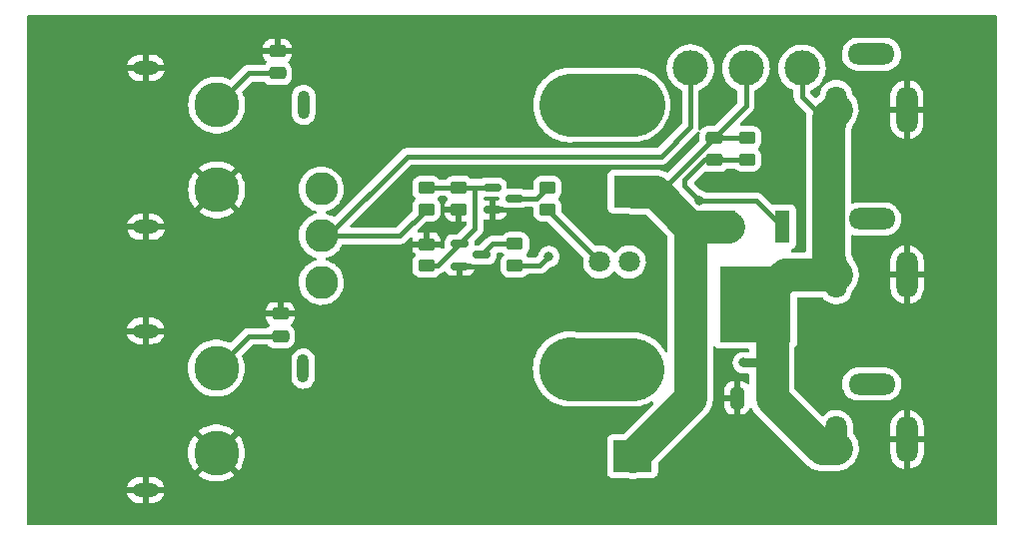
<source format=gbr>
%TF.GenerationSoftware,KiCad,Pcbnew,(6.0.8)*%
%TF.CreationDate,2022-12-08T15:19:17+02:00*%
%TF.ProjectId,Power Distribution,506f7765-7220-4446-9973-747269627574,V0*%
%TF.SameCoordinates,Original*%
%TF.FileFunction,Copper,L1,Top*%
%TF.FilePolarity,Positive*%
%FSLAX46Y46*%
G04 Gerber Fmt 4.6, Leading zero omitted, Abs format (unit mm)*
G04 Created by KiCad (PCBNEW (6.0.8)) date 2022-12-08 15:19:17*
%MOMM*%
%LPD*%
G01*
G04 APERTURE LIST*
G04 Aperture macros list*
%AMRoundRect*
0 Rectangle with rounded corners*
0 $1 Rounding radius*
0 $2 $3 $4 $5 $6 $7 $8 $9 X,Y pos of 4 corners*
0 Add a 4 corners polygon primitive as box body*
4,1,4,$2,$3,$4,$5,$6,$7,$8,$9,$2,$3,0*
0 Add four circle primitives for the rounded corners*
1,1,$1+$1,$2,$3*
1,1,$1+$1,$4,$5*
1,1,$1+$1,$6,$7*
1,1,$1+$1,$8,$9*
0 Add four rect primitives between the rounded corners*
20,1,$1+$1,$2,$3,$4,$5,0*
20,1,$1+$1,$4,$5,$6,$7,0*
20,1,$1+$1,$6,$7,$8,$9,0*
20,1,$1+$1,$8,$9,$2,$3,0*%
G04 Aperture macros list end*
%TA.AperFunction,SMDPad,CuDef*%
%ADD10RoundRect,0.250000X0.325000X0.650000X-0.325000X0.650000X-0.325000X-0.650000X0.325000X-0.650000X0*%
%TD*%
%TA.AperFunction,SMDPad,CuDef*%
%ADD11R,1.300000X2.800000*%
%TD*%
%TA.AperFunction,SMDPad,CuDef*%
%ADD12R,6.000000X6.500000*%
%TD*%
%TA.AperFunction,SMDPad,CuDef*%
%ADD13R,3.300000X2.700000*%
%TD*%
%TA.AperFunction,SMDPad,CuDef*%
%ADD14RoundRect,0.250000X0.450000X-0.262500X0.450000X0.262500X-0.450000X0.262500X-0.450000X-0.262500X0*%
%TD*%
%TA.AperFunction,SMDPad,CuDef*%
%ADD15RoundRect,0.250000X-0.450000X0.262500X-0.450000X-0.262500X0.450000X-0.262500X0.450000X0.262500X0*%
%TD*%
%TA.AperFunction,SMDPad,CuDef*%
%ADD16RoundRect,0.250000X0.475000X-0.250000X0.475000X0.250000X-0.475000X0.250000X-0.475000X-0.250000X0*%
%TD*%
%TA.AperFunction,SMDPad,CuDef*%
%ADD17RoundRect,0.250000X-0.475000X0.250000X-0.475000X-0.250000X0.475000X-0.250000X0.475000X0.250000X0*%
%TD*%
%TA.AperFunction,ComponentPad*%
%ADD18C,3.800000*%
%TD*%
%TA.AperFunction,ComponentPad*%
%ADD19O,2.200000X1.200000*%
%TD*%
%TA.AperFunction,ComponentPad*%
%ADD20O,1.800000X4.000000*%
%TD*%
%TA.AperFunction,ComponentPad*%
%ADD21O,4.000000X1.800000*%
%TD*%
%TA.AperFunction,ComponentPad*%
%ADD22O,1.000000X2.400000*%
%TD*%
%TA.AperFunction,SMDPad,CuDef*%
%ADD23RoundRect,0.150000X-0.587500X-0.150000X0.587500X-0.150000X0.587500X0.150000X-0.587500X0.150000X0*%
%TD*%
%TA.AperFunction,ComponentPad*%
%ADD24C,3.000000*%
%TD*%
%TA.AperFunction,ComponentPad*%
%ADD25C,2.800000*%
%TD*%
%TA.AperFunction,ComponentPad*%
%ADD26C,1.800000*%
%TD*%
%TA.AperFunction,ViaPad*%
%ADD27C,0.800000*%
%TD*%
%TA.AperFunction,Conductor*%
%ADD28C,0.400000*%
%TD*%
%TA.AperFunction,Conductor*%
%ADD29C,2.800000*%
%TD*%
%TA.AperFunction,Conductor*%
%ADD30C,0.800000*%
%TD*%
%TA.AperFunction,Conductor*%
%ADD31C,5.300000*%
%TD*%
G04 APERTURE END LIST*
D10*
%TO.P,C4,1*%
%TO.N,/Vout*%
X248189229Y-150471984D03*
%TO.P,C4,2*%
%TO.N,GND*%
X245239229Y-150471984D03*
%TD*%
D11*
%TO.P,Q2,1,G*%
%TO.N,Net-(C3-Pad2)*%
X249079653Y-135958548D03*
D12*
%TO.P,Q2,2,D*%
%TO.N,/Vout*%
X246806653Y-142542548D03*
D11*
%TO.P,Q2,3,S*%
%TO.N,/Supply*%
X244533653Y-135958548D03*
%TD*%
D13*
%TO.P,D1,1,K*%
%TO.N,/Supply*%
X236420147Y-132977325D03*
%TO.P,D1,2,A*%
%TO.N,/Mains*%
X236420147Y-125605325D03*
%TD*%
%TO.P,D2,1,K*%
%TO.N,/Supply*%
X236371480Y-155420000D03*
%TO.P,D2,2,A*%
%TO.N,/Battery*%
X236371480Y-148048000D03*
%TD*%
D14*
%TO.P,R4,1*%
%TO.N,Net-(C3-Pad2)*%
X226422299Y-139234000D03*
%TO.P,R4,2*%
%TO.N,Net-(Q1-Pad3)*%
X226422299Y-137409000D03*
%TD*%
%TO.P,R5,1*%
%TO.N,Net-(Q1-Pad1)*%
X218922299Y-139253286D03*
%TO.P,R5,2*%
%TO.N,GND*%
X218922299Y-137428286D03*
%TD*%
D15*
%TO.P,R3,1*%
%TO.N,Net-(Q1-Pad1)*%
X221672299Y-132634000D03*
%TO.P,R3,2*%
%TO.N,GND*%
X221672299Y-134459000D03*
%TD*%
D16*
%TO.P,C2,1*%
%TO.N,/Battery output*%
X206534799Y-145234000D03*
%TO.P,C2,2*%
%TO.N,GND*%
X206534799Y-143334000D03*
%TD*%
%TO.P,C1,1*%
%TO.N,/AC{slash}DC output*%
X206284799Y-122934000D03*
%TO.P,C1,2*%
%TO.N,GND*%
X206284799Y-121034000D03*
%TD*%
D17*
%TO.P,C3,1*%
%TO.N,/Supply*%
X243309528Y-128391500D03*
%TO.P,C3,2*%
%TO.N,Net-(C3-Pad2)*%
X243309528Y-130291500D03*
%TD*%
D18*
%TO.P,J2,1,V-*%
%TO.N,GND*%
X201114812Y-155129981D03*
%TO.P,J2,2,V+*%
%TO.N,/Battery output*%
X201114812Y-147929981D03*
D19*
%TO.P,J2,3*%
%TO.N,GND*%
X195114812Y-144779981D03*
%TO.P,J2,4*%
X195114812Y-158279981D03*
%TD*%
D20*
%TO.P,J5,1*%
%TO.N,/Vout*%
X253650799Y-154000000D03*
%TO.P,J5,2*%
%TO.N,GND*%
X259650799Y-154000000D03*
D21*
%TO.P,J5,3*%
%TO.N,unconnected-(J5-Pad3)*%
X256650799Y-149296000D03*
%TD*%
D22*
%TO.P,F1,1*%
%TO.N,/AC{slash}DC output*%
X208495493Y-125618818D03*
%TO.P,F1,2*%
%TO.N,/Mains*%
X231121493Y-125618818D03*
%TD*%
D20*
%TO.P,J3,1*%
%TO.N,/Vout*%
X253639455Y-126000000D03*
%TO.P,J3,2*%
%TO.N,GND*%
X259639455Y-126000000D03*
D21*
%TO.P,J3,3*%
%TO.N,unconnected-(J3-Pad3)*%
X256639455Y-121296000D03*
%TD*%
D14*
%TO.P,R2,1*%
%TO.N,/Switch*%
X218922299Y-134459000D03*
%TO.P,R2,2*%
%TO.N,Net-(Q1-Pad1)*%
X218922299Y-132634000D03*
%TD*%
D23*
%TO.P,Q1,1,G*%
%TO.N,Net-(Q1-Pad1)*%
X221734799Y-137390786D03*
%TO.P,Q1,2,S*%
%TO.N,GND*%
X221734799Y-139290786D03*
%TO.P,Q1,3,D*%
%TO.N,Net-(Q1-Pad3)*%
X223609799Y-138340786D03*
%TD*%
D15*
%TO.P,R1,1*%
%TO.N,/Supply*%
X246092299Y-128409000D03*
%TO.P,R1,2*%
%TO.N,Net-(C3-Pad2)*%
X246092299Y-130234000D03*
%TD*%
D20*
%TO.P,J4,1*%
%TO.N,/Vout*%
X253650799Y-140000000D03*
%TO.P,J4,2*%
%TO.N,GND*%
X259650799Y-140000000D03*
D21*
%TO.P,J4,3*%
%TO.N,unconnected-(J4-Pad3)*%
X256650799Y-135296000D03*
%TD*%
D24*
%TO.P,TP1,1,1*%
%TO.N,/Switch*%
X241284799Y-122484000D03*
%TD*%
D18*
%TO.P,J1,1,V-*%
%TO.N,GND*%
X201147257Y-132815093D03*
%TO.P,J1,2,V+*%
%TO.N,/AC{slash}DC output*%
X201147257Y-125615093D03*
D19*
%TO.P,J1,3*%
%TO.N,GND*%
X195147257Y-122465093D03*
%TO.P,J1,4*%
X195147257Y-135965093D03*
%TD*%
D24*
%TO.P,TP2,1,1*%
%TO.N,/Supply*%
X246000000Y-122500000D03*
%TD*%
D22*
%TO.P,F2,1*%
%TO.N,/Battery output*%
X208471799Y-147984000D03*
%TO.P,F2,2*%
%TO.N,/Battery*%
X231097799Y-147984000D03*
%TD*%
D23*
%TO.P,Q3,1,G*%
%TO.N,Net-(Q1-Pad1)*%
X224484799Y-132596500D03*
%TO.P,Q3,2,S*%
%TO.N,GND*%
X224484799Y-134496500D03*
%TO.P,Q3,3,D*%
%TO.N,Net-(Q3-Pad3)*%
X226359799Y-133546500D03*
%TD*%
D15*
%TO.P,R6,1*%
%TO.N,Net-(Q3-Pad3)*%
X229172299Y-132634000D03*
%TO.P,R6,2*%
%TO.N,Net-(J7-Pad2)*%
X229172299Y-134459000D03*
%TD*%
D24*
%TO.P,TP3,1,1*%
%TO.N,/Vout*%
X250750000Y-122500000D03*
%TD*%
D25*
%TO.P,J6,1,Pin_1*%
%TO.N,/Battery*%
X209997799Y-140673000D03*
%TO.P,J6,2,Pin_2*%
%TO.N,/Switch*%
X209997799Y-136713000D03*
%TO.P,J6,3,Pin_3*%
%TO.N,/Mains*%
X209997799Y-132751000D03*
%TD*%
D26*
%TO.P,J7,1,Pin_1*%
%TO.N,/Vout*%
X236105799Y-138937000D03*
%TO.P,J7,2,Pin_2*%
%TO.N,Net-(J7-Pad2)*%
X233603799Y-138937000D03*
%TD*%
D27*
%TO.N,Net-(C3-Pad2)*%
X229284799Y-138484000D03*
X242034799Y-133734000D03*
%TO.N,/Vout*%
X245784799Y-147484000D03*
%TD*%
D28*
%TO.N,/AC{slash}DC output*%
X206284799Y-122934000D02*
X203835299Y-122934000D01*
X203835299Y-122934000D02*
X201135299Y-125634000D01*
D29*
%TO.N,/Supply*%
X244533653Y-135958548D02*
X241310251Y-135958548D01*
X241284799Y-150506681D02*
X236371480Y-155420000D01*
X238278124Y-132977325D02*
X241284799Y-135984000D01*
X241284799Y-135984000D02*
X241284799Y-150506681D01*
D28*
X238723703Y-132977325D02*
X236420147Y-132977325D01*
X243359976Y-128409000D02*
X243342476Y-128391500D01*
D29*
X241310251Y-135958548D02*
X241284799Y-135984000D01*
D28*
X243309528Y-128391500D02*
X238723703Y-132977325D01*
X246000000Y-122500000D02*
X246000000Y-125701028D01*
X246092299Y-128409000D02*
X243359976Y-128409000D01*
X243342476Y-128391500D02*
X243328667Y-128377691D01*
X246000000Y-125701028D02*
X243309528Y-128391500D01*
D29*
X236420147Y-132977325D02*
X238278124Y-132977325D01*
D28*
%TO.N,Net-(C3-Pad2)*%
X246034799Y-130291500D02*
X246092299Y-130234000D01*
X228534799Y-139234000D02*
X229284799Y-138484000D01*
X246855105Y-133734000D02*
X249079653Y-135958548D01*
X242477299Y-130291500D02*
X243309528Y-130291500D01*
X240784799Y-131984000D02*
X242477299Y-130291500D01*
X240784799Y-132484000D02*
X240784799Y-131984000D01*
X242034799Y-133734000D02*
X246855105Y-133734000D01*
X226422299Y-139234000D02*
X228534799Y-139234000D01*
X243342476Y-130291500D02*
X246034799Y-130291500D01*
X242034799Y-133734000D02*
X240784799Y-132484000D01*
D29*
%TO.N,/Vout*%
X253639455Y-126000000D02*
X253000799Y-126638656D01*
X253000799Y-126638656D02*
X253000799Y-139350000D01*
D28*
X250750000Y-124949201D02*
X252439455Y-126638656D01*
D30*
X247534799Y-147484000D02*
X248189229Y-148138430D01*
D29*
X248189229Y-150471984D02*
X248189229Y-148138430D01*
X248189229Y-148138430D02*
X248189229Y-143925124D01*
D28*
X252439455Y-126638656D02*
X253000799Y-126638656D01*
D29*
X253000799Y-139350000D02*
X253650799Y-140000000D01*
D30*
X245784799Y-147484000D02*
X247534799Y-147484000D01*
D29*
X252467245Y-154750000D02*
X248189229Y-150471984D01*
X249349201Y-140000000D02*
X246806653Y-142542548D01*
X253650799Y-140000000D02*
X249349201Y-140000000D01*
D28*
X250750000Y-122500000D02*
X250750000Y-124949201D01*
D29*
X248189229Y-143925124D02*
X246806653Y-142542548D01*
X253650799Y-154750000D02*
X252467245Y-154750000D01*
D28*
%TO.N,/Battery output*%
X203866093Y-145234000D02*
X201135299Y-147964794D01*
X206534799Y-145234000D02*
X203866093Y-145234000D01*
D31*
%TO.N,/Mains*%
X231134986Y-125605325D02*
X231121493Y-125618818D01*
X236420147Y-125605325D02*
X231134986Y-125605325D01*
%TO.N,/Battery*%
X236371480Y-148048000D02*
X231161799Y-148048000D01*
X231161799Y-148048000D02*
X231097799Y-147984000D01*
D28*
%TO.N,/Switch*%
X217284799Y-129984000D02*
X210555799Y-136713000D01*
X210555799Y-136713000D02*
X209997799Y-136713000D01*
X216668299Y-136713000D02*
X209997799Y-136713000D01*
X238784799Y-129984000D02*
X217284799Y-129984000D01*
X241284799Y-127484000D02*
X238784799Y-129984000D01*
X241284799Y-122484000D02*
X241284799Y-127484000D01*
X218922299Y-134459000D02*
X216668299Y-136713000D01*
%TO.N,Net-(Q3-Pad3)*%
X228259799Y-133546500D02*
X229172299Y-132634000D01*
X226359799Y-133546500D02*
X228259799Y-133546500D01*
%TO.N,Net-(Q1-Pad1)*%
X224484799Y-132596500D02*
X223034799Y-132596500D01*
X218922299Y-139253286D02*
X219872299Y-139253286D01*
X218922299Y-132634000D02*
X221672299Y-132634000D01*
X223034799Y-132596500D02*
X223034799Y-135984000D01*
X219872299Y-139253286D02*
X221734799Y-137390786D01*
X223034799Y-136090786D02*
X221734799Y-137390786D01*
X223034799Y-132596500D02*
X221709799Y-132596500D01*
X221709799Y-132596500D02*
X221672299Y-132634000D01*
%TO.N,Net-(Q1-Pad3)*%
X226422299Y-137409000D02*
X224541585Y-137409000D01*
X224541585Y-137409000D02*
X223609799Y-138340786D01*
%TO.N,Net-(J7-Pad2)*%
X233603799Y-138937000D02*
X229172299Y-134505500D01*
%TD*%
%TA.AperFunction,Conductor*%
%TO.N,GND*%
G36*
X267218420Y-118012502D02*
G01*
X267264913Y-118066158D01*
X267276299Y-118118500D01*
X267276299Y-161099500D01*
X267256297Y-161167621D01*
X267202641Y-161214114D01*
X267150299Y-161225500D01*
X185169299Y-161225500D01*
X185101178Y-161205498D01*
X185054685Y-161151842D01*
X185043299Y-161099500D01*
X185043299Y-158547380D01*
X193539524Y-158547380D01*
X193561006Y-158636518D01*
X193564895Y-158647813D01*
X193647441Y-158829363D01*
X193653388Y-158839705D01*
X193768780Y-159002378D01*
X193776573Y-159011406D01*
X193920643Y-159149323D01*
X193930008Y-159156719D01*
X194097553Y-159264902D01*
X194108157Y-159270398D01*
X194293124Y-159344942D01*
X194304582Y-159348336D01*
X194501740Y-159386838D01*
X194510603Y-159387915D01*
X194513312Y-159387981D01*
X194842697Y-159387981D01*
X194857936Y-159383506D01*
X194859141Y-159382116D01*
X194860812Y-159374433D01*
X194860812Y-159369866D01*
X195368812Y-159369866D01*
X195373287Y-159385105D01*
X195374677Y-159386310D01*
X195382360Y-159387981D01*
X195664644Y-159387981D01*
X195670620Y-159387696D01*
X195819306Y-159373510D01*
X195831040Y-159371251D01*
X196022411Y-159315109D01*
X196033487Y-159310679D01*
X196210790Y-159219362D01*
X196220836Y-159212912D01*
X196377669Y-159089719D01*
X196386318Y-159081482D01*
X196517024Y-158930858D01*
X196523959Y-158921134D01*
X196623822Y-158748514D01*
X196628796Y-158737650D01*
X196694219Y-158549254D01*
X196694460Y-158548265D01*
X196692992Y-158537973D01*
X196679427Y-158533981D01*
X195386927Y-158533981D01*
X195371688Y-158538456D01*
X195370483Y-158539846D01*
X195368812Y-158547529D01*
X195368812Y-159369866D01*
X194860812Y-159369866D01*
X194860812Y-158552096D01*
X194856337Y-158536857D01*
X194854947Y-158535652D01*
X194847264Y-158533981D01*
X193554410Y-158533981D01*
X193540879Y-158537954D01*
X193539524Y-158547380D01*
X185043299Y-158547380D01*
X185043299Y-158011697D01*
X193535164Y-158011697D01*
X193536632Y-158021989D01*
X193550197Y-158025981D01*
X194842697Y-158025981D01*
X194857936Y-158021506D01*
X194859141Y-158020116D01*
X194860812Y-158012433D01*
X194860812Y-158007866D01*
X195368812Y-158007866D01*
X195373287Y-158023105D01*
X195374677Y-158024310D01*
X195382360Y-158025981D01*
X196675214Y-158025981D01*
X196688745Y-158022008D01*
X196690100Y-158012582D01*
X196668618Y-157923444D01*
X196664729Y-157912149D01*
X196582183Y-157730599D01*
X196576236Y-157720257D01*
X196460844Y-157557584D01*
X196453051Y-157548556D01*
X196308981Y-157410639D01*
X196299616Y-157403243D01*
X196132071Y-157295060D01*
X196121467Y-157289564D01*
X195936500Y-157215020D01*
X195925042Y-157211626D01*
X195727884Y-157173124D01*
X195719021Y-157172047D01*
X195716312Y-157171981D01*
X195386927Y-157171981D01*
X195371688Y-157176456D01*
X195370483Y-157177846D01*
X195368812Y-157185529D01*
X195368812Y-158007866D01*
X194860812Y-158007866D01*
X194860812Y-157190096D01*
X194856337Y-157174857D01*
X194854947Y-157173652D01*
X194847264Y-157171981D01*
X194564980Y-157171981D01*
X194559004Y-157172266D01*
X194410318Y-157186452D01*
X194398584Y-157188711D01*
X194207213Y-157244853D01*
X194196137Y-157249283D01*
X194018834Y-157340600D01*
X194008788Y-157347050D01*
X193851955Y-157470243D01*
X193843306Y-157478480D01*
X193712600Y-157629104D01*
X193705665Y-157638828D01*
X193605802Y-157811448D01*
X193600828Y-157822312D01*
X193535405Y-158010708D01*
X193535164Y-158011697D01*
X185043299Y-158011697D01*
X185043299Y-157004375D01*
X199605126Y-157004375D01*
X199613955Y-157015995D01*
X199818782Y-157164811D01*
X199825462Y-157169051D01*
X200084046Y-157311209D01*
X200091181Y-157314566D01*
X200365558Y-157423200D01*
X200373049Y-157425634D01*
X200658871Y-157499020D01*
X200666642Y-157500502D01*
X200959382Y-157537484D01*
X200967272Y-157537981D01*
X201262352Y-157537981D01*
X201270242Y-157537484D01*
X201562982Y-157500502D01*
X201570753Y-157499020D01*
X201856575Y-157425634D01*
X201864066Y-157423200D01*
X202138443Y-157314566D01*
X202145578Y-157311209D01*
X202404162Y-157169051D01*
X202410842Y-157164811D01*
X202616042Y-157015725D01*
X202624465Y-157004802D01*
X202617561Y-156991941D01*
X201127622Y-155502001D01*
X201113681Y-155494389D01*
X201111846Y-155494520D01*
X201105232Y-155498771D01*
X199611739Y-156992265D01*
X199605126Y-157004375D01*
X185043299Y-157004375D01*
X185043299Y-155133939D01*
X198702300Y-155133939D01*
X198720827Y-155428417D01*
X198721820Y-155436278D01*
X198777108Y-155726109D01*
X198779079Y-155733786D01*
X198870258Y-156014405D01*
X198873173Y-156021768D01*
X198998805Y-156288751D01*
X199002617Y-156295684D01*
X199160721Y-156544816D01*
X199165375Y-156551222D01*
X199230333Y-156629742D01*
X199242852Y-156638198D01*
X199253590Y-156631992D01*
X200742792Y-155142791D01*
X200749169Y-155131112D01*
X201479220Y-155131112D01*
X201479351Y-155132947D01*
X201483602Y-155139561D01*
X202974931Y-156630889D01*
X202988193Y-156638131D01*
X202998297Y-156630943D01*
X203064249Y-156551222D01*
X203068903Y-156544816D01*
X203227007Y-156295684D01*
X203230819Y-156288751D01*
X203356451Y-156021768D01*
X203359366Y-156014405D01*
X203450545Y-155733786D01*
X203452516Y-155726109D01*
X203507804Y-155436278D01*
X203508797Y-155428417D01*
X203527324Y-155133939D01*
X203527324Y-155126023D01*
X203508797Y-154831545D01*
X203507804Y-154823684D01*
X203452516Y-154533853D01*
X203450545Y-154526176D01*
X203359366Y-154245557D01*
X203356451Y-154238194D01*
X203230819Y-153971211D01*
X203227007Y-153964278D01*
X203068903Y-153715146D01*
X203064249Y-153708740D01*
X202999291Y-153630220D01*
X202986772Y-153621764D01*
X202976034Y-153627970D01*
X201486832Y-155117171D01*
X201479220Y-155131112D01*
X200749169Y-155131112D01*
X200750404Y-155128850D01*
X200750273Y-155127015D01*
X200746022Y-155120401D01*
X199254693Y-153629073D01*
X199241431Y-153621831D01*
X199231327Y-153629019D01*
X199165375Y-153708740D01*
X199160721Y-153715146D01*
X199002617Y-153964278D01*
X198998805Y-153971211D01*
X198873173Y-154238194D01*
X198870258Y-154245557D01*
X198779079Y-154526176D01*
X198777108Y-154533853D01*
X198721820Y-154823684D01*
X198720827Y-154831545D01*
X198702300Y-155126023D01*
X198702300Y-155133939D01*
X185043299Y-155133939D01*
X185043299Y-153255160D01*
X199605159Y-153255160D01*
X199612063Y-153268021D01*
X201102002Y-154757961D01*
X201115943Y-154765573D01*
X201117778Y-154765442D01*
X201124392Y-154761191D01*
X202617885Y-153267697D01*
X202624498Y-153255587D01*
X202615669Y-153243967D01*
X202410842Y-153095151D01*
X202404162Y-153090911D01*
X202145578Y-152948753D01*
X202138443Y-152945396D01*
X201864066Y-152836762D01*
X201856575Y-152834328D01*
X201570753Y-152760942D01*
X201562982Y-152759460D01*
X201270242Y-152722478D01*
X201262352Y-152721981D01*
X200967272Y-152721981D01*
X200959382Y-152722478D01*
X200666642Y-152759460D01*
X200658871Y-152760942D01*
X200373049Y-152834328D01*
X200365558Y-152836762D01*
X200091181Y-152945396D01*
X200084046Y-152948753D01*
X199825462Y-153090911D01*
X199818782Y-153095151D01*
X199613582Y-153244237D01*
X199605159Y-153255160D01*
X185043299Y-153255160D01*
X185043299Y-147929981D01*
X198701550Y-147929981D01*
X198720579Y-148232443D01*
X198777367Y-148530135D01*
X198778594Y-148533911D01*
X198853411Y-148764172D01*
X198871018Y-148818362D01*
X198872705Y-148821948D01*
X198872707Y-148821952D01*
X198904629Y-148889789D01*
X199000054Y-149092579D01*
X199002178Y-149095925D01*
X199002178Y-149095926D01*
X199022546Y-149128021D01*
X199162442Y-149348461D01*
X199164961Y-149351506D01*
X199164964Y-149351510D01*
X199206726Y-149401991D01*
X199355620Y-149581973D01*
X199576541Y-149789431D01*
X199821722Y-149967565D01*
X199825191Y-149969472D01*
X199825194Y-149969474D01*
X199955117Y-150040900D01*
X200087295Y-150113566D01*
X200090964Y-150115019D01*
X200090969Y-150115021D01*
X200330796Y-150209975D01*
X200369073Y-150225130D01*
X200662612Y-150300497D01*
X200963282Y-150338481D01*
X201266342Y-150338481D01*
X201567012Y-150300497D01*
X201860551Y-150225130D01*
X201898828Y-150209975D01*
X202138655Y-150115021D01*
X202138660Y-150115019D01*
X202142329Y-150113566D01*
X202274507Y-150040900D01*
X202404430Y-149969474D01*
X202404433Y-149969472D01*
X202407902Y-149967565D01*
X202653083Y-149789431D01*
X202874004Y-149581973D01*
X203022898Y-149401991D01*
X203064660Y-149351510D01*
X203064663Y-149351506D01*
X203067182Y-149348461D01*
X203207078Y-149128021D01*
X203227446Y-149095926D01*
X203227446Y-149095925D01*
X203229570Y-149092579D01*
X203324995Y-148889789D01*
X203356917Y-148821952D01*
X203356919Y-148821948D01*
X203358606Y-148818362D01*
X203376214Y-148764172D01*
X203386092Y-148733769D01*
X207463299Y-148733769D01*
X207463599Y-148736825D01*
X207463599Y-148736832D01*
X207466280Y-148764172D01*
X207477719Y-148880833D01*
X207534883Y-149070169D01*
X207627733Y-149244796D01*
X207653963Y-149276957D01*
X207748839Y-149393287D01*
X207748842Y-149393290D01*
X207752734Y-149398062D01*
X207757481Y-149401989D01*
X207757483Y-149401991D01*
X207900374Y-149520201D01*
X207900378Y-149520203D01*
X207905124Y-149524130D01*
X208079098Y-149618198D01*
X208268031Y-149676682D01*
X208274156Y-149677326D01*
X208274157Y-149677326D01*
X208458595Y-149696711D01*
X208458597Y-149696711D01*
X208464724Y-149697355D01*
X208547223Y-149689847D01*
X208655548Y-149679989D01*
X208655551Y-149679988D01*
X208661687Y-149679430D01*
X208667593Y-149677692D01*
X208667597Y-149677691D01*
X208822156Y-149632202D01*
X208851418Y-149623590D01*
X208856876Y-149620737D01*
X208856880Y-149620735D01*
X208947652Y-149573280D01*
X209026689Y-149531960D01*
X209180824Y-149408032D01*
X209307953Y-149256526D01*
X209310920Y-149251128D01*
X209310924Y-149251123D01*
X209400266Y-149088608D01*
X209403232Y-149083213D01*
X209405645Y-149075608D01*
X209461172Y-148900564D01*
X209461172Y-148900563D01*
X209463034Y-148894694D01*
X209480299Y-148740773D01*
X209480299Y-147234231D01*
X209479613Y-147227227D01*
X209472206Y-147151696D01*
X209465879Y-147087167D01*
X209452122Y-147041600D01*
X209437705Y-146993851D01*
X209408715Y-146897831D01*
X209315865Y-146723204D01*
X209226664Y-146613833D01*
X209194759Y-146574713D01*
X209194756Y-146574710D01*
X209190864Y-146569938D01*
X209180945Y-146561732D01*
X209043224Y-146447799D01*
X209043220Y-146447797D01*
X209038474Y-146443870D01*
X208864500Y-146349802D01*
X208675567Y-146291318D01*
X208669442Y-146290674D01*
X208669441Y-146290674D01*
X208485003Y-146271289D01*
X208485001Y-146271289D01*
X208478874Y-146270645D01*
X208398177Y-146277989D01*
X208288050Y-146288011D01*
X208288047Y-146288012D01*
X208281911Y-146288570D01*
X208276005Y-146290308D01*
X208276001Y-146290309D01*
X208171552Y-146321050D01*
X208092180Y-146344410D01*
X208086722Y-146347263D01*
X208086718Y-146347265D01*
X208034229Y-146374706D01*
X207916909Y-146436040D01*
X207762774Y-146559968D01*
X207635645Y-146711474D01*
X207632678Y-146716872D01*
X207632674Y-146716877D01*
X207584155Y-146805134D01*
X207540366Y-146884787D01*
X207538505Y-146890654D01*
X207538504Y-146890656D01*
X207483212Y-147064959D01*
X207480564Y-147073306D01*
X207463299Y-147227227D01*
X207463299Y-148733769D01*
X203386092Y-148733769D01*
X203451030Y-148533911D01*
X203452257Y-148530135D01*
X203509045Y-148232443D01*
X203528074Y-147929981D01*
X203509045Y-147627519D01*
X203452257Y-147329827D01*
X203368908Y-147073306D01*
X203359832Y-147045373D01*
X203359832Y-147045372D01*
X203358606Y-147041600D01*
X203300908Y-146918984D01*
X203290002Y-146848831D01*
X203318755Y-146783918D01*
X203325821Y-146776242D01*
X204122658Y-145979405D01*
X204184970Y-145945379D01*
X204211753Y-145942500D01*
X205393319Y-145942500D01*
X205461440Y-145962502D01*
X205482335Y-145979325D01*
X205586496Y-146083305D01*
X205592726Y-146087145D01*
X205592727Y-146087146D01*
X205730564Y-146172110D01*
X205737061Y-146176115D01*
X205810064Y-146200329D01*
X205898410Y-146229632D01*
X205898412Y-146229632D01*
X205904938Y-146231797D01*
X205911774Y-146232497D01*
X205911777Y-146232498D01*
X205954830Y-146236909D01*
X206009399Y-146242500D01*
X207060199Y-146242500D01*
X207063445Y-146242163D01*
X207063449Y-146242163D01*
X207159107Y-146232238D01*
X207159111Y-146232237D01*
X207165965Y-146231526D01*
X207172501Y-146229345D01*
X207172503Y-146229345D01*
X207304605Y-146185272D01*
X207333745Y-146175550D01*
X207484147Y-146082478D01*
X207609104Y-145957303D01*
X207642661Y-145902864D01*
X207698074Y-145812968D01*
X207698075Y-145812966D01*
X207701914Y-145806738D01*
X207757596Y-145638861D01*
X207768299Y-145534400D01*
X207768299Y-144933600D01*
X207764571Y-144897672D01*
X207758037Y-144834692D01*
X207758036Y-144834688D01*
X207757325Y-144827834D01*
X207701349Y-144660054D01*
X207608277Y-144509652D01*
X207483102Y-144384695D01*
X207478564Y-144381898D01*
X207437975Y-144324647D01*
X207434745Y-144253724D01*
X207470371Y-144192313D01*
X207478867Y-144184938D01*
X207489006Y-144176902D01*
X207603538Y-144062171D01*
X207612550Y-144050760D01*
X207697615Y-143912757D01*
X207703762Y-143899576D01*
X207754937Y-143745290D01*
X207757804Y-143731914D01*
X207767471Y-143637562D01*
X207767799Y-143631146D01*
X207767799Y-143606115D01*
X207763324Y-143590876D01*
X207761934Y-143589671D01*
X207754251Y-143588000D01*
X205319915Y-143588000D01*
X205304676Y-143592475D01*
X205303471Y-143593865D01*
X205301800Y-143601548D01*
X205301800Y-143631095D01*
X205302137Y-143637614D01*
X205312056Y-143733206D01*
X205314948Y-143746600D01*
X205366387Y-143900784D01*
X205372560Y-143913962D01*
X205457862Y-144051807D01*
X205466898Y-144063208D01*
X205581627Y-144177738D01*
X205590561Y-144184794D01*
X205631622Y-144242712D01*
X205634852Y-144313635D01*
X205599225Y-144375046D01*
X205591392Y-144381846D01*
X205585451Y-144385522D01*
X205580278Y-144390704D01*
X205482634Y-144488518D01*
X205420351Y-144522597D01*
X205393461Y-144525500D01*
X203895015Y-144525500D01*
X203886445Y-144525208D01*
X203836317Y-144521790D01*
X203836313Y-144521790D01*
X203828741Y-144521274D01*
X203765774Y-144532264D01*
X203759262Y-144533224D01*
X203695851Y-144540898D01*
X203688750Y-144543581D01*
X203686141Y-144544222D01*
X203669808Y-144548691D01*
X203667288Y-144549452D01*
X203659810Y-144550757D01*
X203652858Y-144553809D01*
X203652857Y-144553809D01*
X203601297Y-144576441D01*
X203595192Y-144578932D01*
X203542549Y-144598825D01*
X203542545Y-144598827D01*
X203535437Y-144601513D01*
X203529176Y-144605816D01*
X203526810Y-144607053D01*
X203512030Y-144615280D01*
X203509745Y-144616631D01*
X203502788Y-144619685D01*
X203496768Y-144624305D01*
X203496762Y-144624308D01*
X203465635Y-144648194D01*
X203452091Y-144658587D01*
X203446761Y-144662459D01*
X203400373Y-144694339D01*
X203400368Y-144694344D01*
X203394112Y-144698643D01*
X203389061Y-144704313D01*
X203389059Y-144704314D01*
X203352658Y-144745170D01*
X203347677Y-144750446D01*
X202344341Y-145753782D01*
X202282029Y-145787808D01*
X202211214Y-145782743D01*
X202194545Y-145775102D01*
X202145791Y-145748299D01*
X202145788Y-145748298D01*
X202142329Y-145746396D01*
X201860551Y-145634832D01*
X201567012Y-145559465D01*
X201266342Y-145521481D01*
X200963282Y-145521481D01*
X200662612Y-145559465D01*
X200369073Y-145634832D01*
X200365404Y-145636285D01*
X200365403Y-145636285D01*
X200090969Y-145744941D01*
X200090967Y-145744942D01*
X200087295Y-145746396D01*
X200083827Y-145748302D01*
X200083826Y-145748303D01*
X199829755Y-145887981D01*
X199821722Y-145892397D01*
X199576541Y-146070531D01*
X199355620Y-146277989D01*
X199162442Y-146511501D01*
X199000054Y-146767383D01*
X198931810Y-146912410D01*
X198877772Y-147027248D01*
X198871018Y-147041600D01*
X198869792Y-147045372D01*
X198869792Y-147045373D01*
X198860716Y-147073306D01*
X198777367Y-147329827D01*
X198720579Y-147627519D01*
X198701550Y-147929981D01*
X185043299Y-147929981D01*
X185043299Y-145047380D01*
X193539524Y-145047380D01*
X193561006Y-145136518D01*
X193564895Y-145147813D01*
X193647441Y-145329363D01*
X193653388Y-145339705D01*
X193768780Y-145502378D01*
X193776573Y-145511406D01*
X193920643Y-145649323D01*
X193930008Y-145656719D01*
X194097553Y-145764902D01*
X194108157Y-145770398D01*
X194293124Y-145844942D01*
X194304582Y-145848336D01*
X194501740Y-145886838D01*
X194510603Y-145887915D01*
X194513312Y-145887981D01*
X194842697Y-145887981D01*
X194857936Y-145883506D01*
X194859141Y-145882116D01*
X194860812Y-145874433D01*
X194860812Y-145869866D01*
X195368812Y-145869866D01*
X195373287Y-145885105D01*
X195374677Y-145886310D01*
X195382360Y-145887981D01*
X195664644Y-145887981D01*
X195670620Y-145887696D01*
X195819306Y-145873510D01*
X195831040Y-145871251D01*
X196022411Y-145815109D01*
X196033487Y-145810679D01*
X196210790Y-145719362D01*
X196220836Y-145712912D01*
X196377669Y-145589719D01*
X196386318Y-145581482D01*
X196517024Y-145430858D01*
X196523959Y-145421134D01*
X196623822Y-145248514D01*
X196628796Y-145237650D01*
X196694219Y-145049254D01*
X196694460Y-145048265D01*
X196692992Y-145037973D01*
X196679427Y-145033981D01*
X195386927Y-145033981D01*
X195371688Y-145038456D01*
X195370483Y-145039846D01*
X195368812Y-145047529D01*
X195368812Y-145869866D01*
X194860812Y-145869866D01*
X194860812Y-145052096D01*
X194856337Y-145036857D01*
X194854947Y-145035652D01*
X194847264Y-145033981D01*
X193554410Y-145033981D01*
X193540879Y-145037954D01*
X193539524Y-145047380D01*
X185043299Y-145047380D01*
X185043299Y-144511697D01*
X193535164Y-144511697D01*
X193536632Y-144521989D01*
X193550197Y-144525981D01*
X194842697Y-144525981D01*
X194857936Y-144521506D01*
X194859141Y-144520116D01*
X194860812Y-144512433D01*
X194860812Y-144507866D01*
X195368812Y-144507866D01*
X195373287Y-144523105D01*
X195374677Y-144524310D01*
X195382360Y-144525981D01*
X196675214Y-144525981D01*
X196688745Y-144522008D01*
X196690100Y-144512582D01*
X196668618Y-144423444D01*
X196664729Y-144412149D01*
X196582183Y-144230599D01*
X196576236Y-144220257D01*
X196460844Y-144057584D01*
X196453051Y-144048556D01*
X196308981Y-143910639D01*
X196299616Y-143903243D01*
X196132071Y-143795060D01*
X196121467Y-143789564D01*
X195936500Y-143715020D01*
X195925042Y-143711626D01*
X195727884Y-143673124D01*
X195719021Y-143672047D01*
X195716312Y-143671981D01*
X195386927Y-143671981D01*
X195371688Y-143676456D01*
X195370483Y-143677846D01*
X195368812Y-143685529D01*
X195368812Y-144507866D01*
X194860812Y-144507866D01*
X194860812Y-143690096D01*
X194856337Y-143674857D01*
X194854947Y-143673652D01*
X194847264Y-143671981D01*
X194564980Y-143671981D01*
X194559004Y-143672266D01*
X194410318Y-143686452D01*
X194398584Y-143688711D01*
X194207213Y-143744853D01*
X194196137Y-143749283D01*
X194018834Y-143840600D01*
X194008788Y-143847050D01*
X193851955Y-143970243D01*
X193843306Y-143978480D01*
X193712600Y-144129104D01*
X193705665Y-144138828D01*
X193605802Y-144311448D01*
X193600828Y-144322312D01*
X193535405Y-144510708D01*
X193535164Y-144511697D01*
X185043299Y-144511697D01*
X185043299Y-143061885D01*
X205301799Y-143061885D01*
X205306274Y-143077124D01*
X205307664Y-143078329D01*
X205315347Y-143080000D01*
X206262684Y-143080000D01*
X206277923Y-143075525D01*
X206279128Y-143074135D01*
X206280799Y-143066452D01*
X206280799Y-143061885D01*
X206788799Y-143061885D01*
X206793274Y-143077124D01*
X206794664Y-143078329D01*
X206802347Y-143080000D01*
X207749683Y-143080000D01*
X207764922Y-143075525D01*
X207766127Y-143074135D01*
X207767798Y-143066452D01*
X207767798Y-143036905D01*
X207767461Y-143030386D01*
X207757542Y-142934794D01*
X207754650Y-142921400D01*
X207703211Y-142767216D01*
X207697038Y-142754038D01*
X207611736Y-142616193D01*
X207602700Y-142604792D01*
X207487970Y-142490261D01*
X207476559Y-142481249D01*
X207338556Y-142396184D01*
X207325375Y-142390037D01*
X207171089Y-142338862D01*
X207157713Y-142335995D01*
X207063361Y-142326328D01*
X207056944Y-142326000D01*
X206806914Y-142326000D01*
X206791675Y-142330475D01*
X206790470Y-142331865D01*
X206788799Y-142339548D01*
X206788799Y-143061885D01*
X206280799Y-143061885D01*
X206280799Y-142344116D01*
X206276324Y-142328877D01*
X206274934Y-142327672D01*
X206267251Y-142326001D01*
X206012704Y-142326001D01*
X206006185Y-142326338D01*
X205910593Y-142336257D01*
X205897199Y-142339149D01*
X205743015Y-142390588D01*
X205729837Y-142396761D01*
X205591992Y-142482063D01*
X205580591Y-142491099D01*
X205466060Y-142605829D01*
X205457048Y-142617240D01*
X205371983Y-142755243D01*
X205365836Y-142768424D01*
X205314661Y-142922710D01*
X205311794Y-142936086D01*
X205302127Y-143030438D01*
X205301799Y-143036855D01*
X205301799Y-143061885D01*
X185043299Y-143061885D01*
X185043299Y-140612899D01*
X208085368Y-140612899D01*
X208085543Y-140617351D01*
X208093238Y-140813191D01*
X208095979Y-140882963D01*
X208144536Y-141148837D01*
X208230071Y-141405217D01*
X208350877Y-141646987D01*
X208379163Y-141687913D01*
X208457362Y-141801058D01*
X208504543Y-141869324D01*
X208688004Y-142067790D01*
X208897598Y-142238427D01*
X208901416Y-142240726D01*
X208901418Y-142240727D01*
X209112294Y-142367685D01*
X209129145Y-142377830D01*
X209133240Y-142379564D01*
X209133242Y-142379565D01*
X209373923Y-142481480D01*
X209373930Y-142481482D01*
X209378024Y-142483216D01*
X209407755Y-142491099D01*
X209634971Y-142551345D01*
X209634976Y-142551346D01*
X209639268Y-142552484D01*
X209643677Y-142553006D01*
X209643683Y-142553007D01*
X209793009Y-142570680D01*
X209907667Y-142584251D01*
X210177863Y-142577883D01*
X210182258Y-142577151D01*
X210182263Y-142577151D01*
X210440066Y-142534241D01*
X210440070Y-142534240D01*
X210444468Y-142533508D01*
X210616719Y-142479032D01*
X210697913Y-142453354D01*
X210697915Y-142453353D01*
X210702159Y-142452011D01*
X210706170Y-142450085D01*
X210706175Y-142450083D01*
X210941778Y-142336948D01*
X210941779Y-142336947D01*
X210945797Y-142335018D01*
X211094567Y-142235613D01*
X211166812Y-142187341D01*
X211166816Y-142187338D01*
X211170520Y-142184863D01*
X211173837Y-142181892D01*
X211173841Y-142181889D01*
X211368528Y-142007512D01*
X211371844Y-142004542D01*
X211545752Y-141797654D01*
X211555289Y-141782363D01*
X211686413Y-141572111D01*
X211686414Y-141572109D01*
X211688774Y-141568325D01*
X211798057Y-141321133D01*
X211871419Y-141061008D01*
X211894745Y-140887343D01*
X211906971Y-140796324D01*
X211906972Y-140796316D01*
X211907398Y-140793142D01*
X211908248Y-140766110D01*
X211911073Y-140676222D01*
X211911073Y-140676217D01*
X211911174Y-140673000D01*
X211892086Y-140403403D01*
X211835201Y-140139185D01*
X211827730Y-140118932D01*
X211743196Y-139889796D01*
X211741655Y-139885619D01*
X211724058Y-139853005D01*
X211615428Y-139651678D01*
X211615428Y-139651677D01*
X211613315Y-139647762D01*
X211452741Y-139430362D01*
X211441987Y-139419437D01*
X211302560Y-139277803D01*
X211263137Y-139237756D01*
X211186355Y-139179158D01*
X211051827Y-139076489D01*
X211051823Y-139076487D01*
X211048286Y-139073787D01*
X210812474Y-138941727D01*
X210560408Y-138844210D01*
X210553721Y-138842660D01*
X210447315Y-138817996D01*
X210385471Y-138783128D01*
X210352294Y-138720360D01*
X210358320Y-138649619D01*
X210401634Y-138593366D01*
X210444494Y-138573590D01*
X210444468Y-138573508D01*
X210445119Y-138573302D01*
X210445118Y-138573302D01*
X210682599Y-138498197D01*
X210697913Y-138493354D01*
X210697915Y-138493353D01*
X210702159Y-138492011D01*
X210706170Y-138490085D01*
X210706175Y-138490083D01*
X210941778Y-138376948D01*
X210941779Y-138376947D01*
X210945797Y-138375018D01*
X211108218Y-138266492D01*
X211166812Y-138227341D01*
X211166816Y-138227338D01*
X211170520Y-138224863D01*
X211173837Y-138221892D01*
X211173841Y-138221889D01*
X211368528Y-138047512D01*
X211371844Y-138044542D01*
X211545752Y-137837654D01*
X211562971Y-137810045D01*
X211686413Y-137612111D01*
X211686414Y-137612109D01*
X211688774Y-137608325D01*
X211697252Y-137589148D01*
X211738189Y-137496552D01*
X211784027Y-137442336D01*
X211853429Y-137421500D01*
X216639387Y-137421500D01*
X216647957Y-137421792D01*
X216698075Y-137425209D01*
X216698079Y-137425209D01*
X216705651Y-137425725D01*
X216713128Y-137424420D01*
X216713129Y-137424420D01*
X216739607Y-137419799D01*
X216768602Y-137414738D01*
X216775120Y-137413777D01*
X216838541Y-137406102D01*
X216845642Y-137403419D01*
X216848251Y-137402778D01*
X216864561Y-137398315D01*
X216867097Y-137397550D01*
X216874583Y-137396243D01*
X216933099Y-137370556D01*
X216939203Y-137368065D01*
X216991847Y-137348173D01*
X216991848Y-137348172D01*
X216998955Y-137345487D01*
X217005218Y-137341183D01*
X217007584Y-137339946D01*
X217022396Y-137331701D01*
X217024650Y-137330368D01*
X217031604Y-137327315D01*
X217082301Y-137288413D01*
X217087631Y-137284541D01*
X217134019Y-137252661D01*
X217134024Y-137252656D01*
X217140280Y-137248357D01*
X217181735Y-137201829D01*
X217186715Y-137196554D01*
X217523901Y-136859368D01*
X217586213Y-136825342D01*
X217657028Y-136830407D01*
X217713864Y-136872954D01*
X217738675Y-136939474D01*
X217732590Y-136988129D01*
X217727161Y-137004498D01*
X217724294Y-137017872D01*
X217714627Y-137112224D01*
X217714299Y-137118641D01*
X217714299Y-137156171D01*
X217718774Y-137171410D01*
X217720164Y-137172615D01*
X217727847Y-137174286D01*
X218650184Y-137174286D01*
X218665423Y-137169811D01*
X218666628Y-137168421D01*
X218668299Y-137160738D01*
X218668299Y-137156171D01*
X219176299Y-137156171D01*
X219180774Y-137171410D01*
X219182164Y-137172615D01*
X219189847Y-137174286D01*
X220112183Y-137174286D01*
X220127422Y-137169811D01*
X220128627Y-137168421D01*
X220130298Y-137160738D01*
X220130298Y-137118691D01*
X220129961Y-137112172D01*
X220120042Y-137016580D01*
X220117150Y-137003186D01*
X220065711Y-136849002D01*
X220059538Y-136835824D01*
X219974235Y-136697978D01*
X219965200Y-136686578D01*
X219850470Y-136572047D01*
X219839059Y-136563035D01*
X219701056Y-136477970D01*
X219687875Y-136471823D01*
X219533589Y-136420648D01*
X219520213Y-136417781D01*
X219425861Y-136408114D01*
X219419444Y-136407786D01*
X219194414Y-136407786D01*
X219179175Y-136412261D01*
X219177970Y-136413651D01*
X219176299Y-136421334D01*
X219176299Y-137156171D01*
X218668299Y-137156171D01*
X218668299Y-136425902D01*
X218663824Y-136410663D01*
X218662434Y-136409458D01*
X218654751Y-136407787D01*
X218425204Y-136407787D01*
X218418685Y-136408124D01*
X218323093Y-136418043D01*
X218309698Y-136420935D01*
X218295028Y-136425829D01*
X218224079Y-136428412D01*
X218162996Y-136392226D01*
X218131172Y-136328761D01*
X218138713Y-136258166D01*
X218166057Y-136217213D01*
X218866367Y-135516903D01*
X218928677Y-135482879D01*
X218955460Y-135480000D01*
X219422699Y-135480000D01*
X219425945Y-135479663D01*
X219425949Y-135479663D01*
X219521607Y-135469738D01*
X219521611Y-135469737D01*
X219528465Y-135469026D01*
X219535001Y-135466845D01*
X219535003Y-135466845D01*
X219668810Y-135422203D01*
X219696245Y-135413050D01*
X219846647Y-135319978D01*
X219880183Y-135286384D01*
X219966433Y-135199983D01*
X219971604Y-135194803D01*
X219984064Y-135174589D01*
X220060574Y-135050468D01*
X220060575Y-135050466D01*
X220064414Y-135044238D01*
X220100847Y-134934395D01*
X220117931Y-134882889D01*
X220117931Y-134882887D01*
X220120096Y-134876361D01*
X220122064Y-134857159D01*
X220130466Y-134775150D01*
X220130799Y-134771900D01*
X220130799Y-134768595D01*
X220464300Y-134768595D01*
X220464637Y-134775114D01*
X220474556Y-134870706D01*
X220477448Y-134884100D01*
X220528887Y-135038284D01*
X220535060Y-135051462D01*
X220620362Y-135189307D01*
X220629398Y-135200708D01*
X220744128Y-135315239D01*
X220755539Y-135324251D01*
X220893542Y-135409316D01*
X220906723Y-135415463D01*
X221061009Y-135466638D01*
X221074385Y-135469505D01*
X221168737Y-135479172D01*
X221175153Y-135479500D01*
X221400184Y-135479500D01*
X221415423Y-135475025D01*
X221416628Y-135473635D01*
X221418299Y-135465952D01*
X221418299Y-134731115D01*
X221413824Y-134715876D01*
X221412434Y-134714671D01*
X221404751Y-134713000D01*
X220482415Y-134713000D01*
X220467176Y-134717475D01*
X220465971Y-134718865D01*
X220464300Y-134726548D01*
X220464300Y-134768595D01*
X220130799Y-134768595D01*
X220130799Y-134146100D01*
X220126359Y-134103307D01*
X220120537Y-134047192D01*
X220120536Y-134047188D01*
X220119825Y-134040334D01*
X220099962Y-133980796D01*
X220066167Y-133879502D01*
X220063849Y-133872554D01*
X219970777Y-133722152D01*
X219884190Y-133635716D01*
X219850111Y-133573434D01*
X219855114Y-133502614D01*
X219884035Y-133457525D01*
X219961942Y-133379482D01*
X220024224Y-133345403D01*
X220051115Y-133342500D01*
X220543297Y-133342500D01*
X220611418Y-133362502D01*
X220632315Y-133379327D01*
X220710762Y-133457638D01*
X220744841Y-133519921D01*
X220739838Y-133590741D01*
X220710917Y-133635829D01*
X220628560Y-133718329D01*
X220619548Y-133729740D01*
X220534483Y-133867743D01*
X220528336Y-133880924D01*
X220477161Y-134035210D01*
X220474294Y-134048586D01*
X220464627Y-134142938D01*
X220464299Y-134149355D01*
X220464299Y-134186885D01*
X220468774Y-134202124D01*
X220470164Y-134203329D01*
X220477847Y-134205000D01*
X221800299Y-134205000D01*
X221868420Y-134225002D01*
X221914913Y-134278658D01*
X221926299Y-134331000D01*
X221926299Y-135461384D01*
X221930774Y-135476623D01*
X221932164Y-135477828D01*
X221939847Y-135479499D01*
X222169394Y-135479499D01*
X222175904Y-135479162D01*
X222187300Y-135477980D01*
X222257120Y-135490848D01*
X222308901Y-135539420D01*
X222326299Y-135603308D01*
X222326299Y-135745124D01*
X222306297Y-135813245D01*
X222289395Y-135834219D01*
X221578234Y-136545381D01*
X221515921Y-136579406D01*
X221489138Y-136582286D01*
X221080797Y-136582286D01*
X221078349Y-136582479D01*
X221078341Y-136582479D01*
X221049878Y-136584719D01*
X221049873Y-136584720D01*
X221043468Y-136585224D01*
X220971109Y-136606246D01*
X220891311Y-136629429D01*
X220891309Y-136629430D01*
X220883698Y-136631641D01*
X220876874Y-136635677D01*
X220747319Y-136712295D01*
X220747316Y-136712297D01*
X220740492Y-136716333D01*
X220622846Y-136833979D01*
X220618810Y-136840803D01*
X220618808Y-136840806D01*
X220560456Y-136939474D01*
X220538154Y-136977185D01*
X220535943Y-136984796D01*
X220535942Y-136984798D01*
X220532341Y-136997192D01*
X220491737Y-137136955D01*
X220491233Y-137143360D01*
X220491232Y-137143365D01*
X220489865Y-137160738D01*
X220488799Y-137174284D01*
X220488799Y-137582626D01*
X220468797Y-137650747D01*
X220451894Y-137671721D01*
X220345394Y-137778221D01*
X220283082Y-137812247D01*
X220212267Y-137807182D01*
X220155431Y-137764635D01*
X220137704Y-137717108D01*
X220135403Y-137717784D01*
X220125824Y-137685162D01*
X220124434Y-137683957D01*
X220116751Y-137682286D01*
X217732415Y-137682286D01*
X217717176Y-137686761D01*
X217715971Y-137688151D01*
X217714300Y-137695834D01*
X217714300Y-137737881D01*
X217714637Y-137744400D01*
X217724556Y-137839992D01*
X217727448Y-137853386D01*
X217778887Y-138007570D01*
X217785060Y-138020748D01*
X217870362Y-138158593D01*
X217879398Y-138169994D01*
X217960761Y-138251216D01*
X217994840Y-138313499D01*
X217989837Y-138384319D01*
X217960916Y-138429406D01*
X217878169Y-138512298D01*
X217878165Y-138512303D01*
X217872994Y-138517483D01*
X217869154Y-138523713D01*
X217869153Y-138523714D01*
X217784922Y-138660362D01*
X217780184Y-138668048D01*
X217724502Y-138835925D01*
X217723802Y-138842761D01*
X217723801Y-138842764D01*
X217722393Y-138856511D01*
X217713799Y-138940386D01*
X217713799Y-139566186D01*
X217714136Y-139569432D01*
X217714136Y-139569436D01*
X217723562Y-139660278D01*
X217724773Y-139671952D01*
X217726954Y-139678488D01*
X217726954Y-139678490D01*
X217758706Y-139773661D01*
X217780749Y-139839732D01*
X217873821Y-139990134D01*
X217998996Y-140115091D01*
X218005226Y-140118931D01*
X218005227Y-140118932D01*
X218142389Y-140203480D01*
X218149561Y-140207901D01*
X218212088Y-140228640D01*
X218310910Y-140261418D01*
X218310912Y-140261418D01*
X218317438Y-140263583D01*
X218324274Y-140264283D01*
X218324277Y-140264284D01*
X218356136Y-140267548D01*
X218421899Y-140274286D01*
X219422699Y-140274286D01*
X219425945Y-140273949D01*
X219425949Y-140273949D01*
X219521607Y-140264024D01*
X219521611Y-140264023D01*
X219528465Y-140263312D01*
X219535001Y-140261131D01*
X219535003Y-140261131D01*
X219683512Y-140211584D01*
X219696245Y-140207336D01*
X219846647Y-140114264D01*
X219880183Y-140080670D01*
X219966431Y-139994271D01*
X219971604Y-139989089D01*
X219971608Y-139989093D01*
X220027050Y-139949782D01*
X220035832Y-139947200D01*
X220042541Y-139946388D01*
X220049642Y-139943705D01*
X220052251Y-139943064D01*
X220068561Y-139938601D01*
X220071097Y-139937836D01*
X220078583Y-139936529D01*
X220137099Y-139910842D01*
X220143203Y-139908351D01*
X220195847Y-139888459D01*
X220195848Y-139888458D01*
X220202955Y-139885773D01*
X220209218Y-139881469D01*
X220211584Y-139880232D01*
X220226396Y-139871987D01*
X220228650Y-139870654D01*
X220235604Y-139867601D01*
X220286301Y-139828699D01*
X220291631Y-139824827D01*
X220338019Y-139792947D01*
X220338024Y-139792942D01*
X220344280Y-139788643D01*
X220355882Y-139775622D01*
X220376372Y-139752624D01*
X220436622Y-139715068D01*
X220507612Y-139716049D01*
X220566803Y-139755253D01*
X220578902Y-139772305D01*
X220619208Y-139840461D01*
X220628850Y-139852890D01*
X220735195Y-139959235D01*
X220747621Y-139968875D01*
X220877078Y-140045434D01*
X220891509Y-140051679D01*
X221037364Y-140094055D01*
X221049966Y-140096356D01*
X221078383Y-140098593D01*
X221083313Y-140098786D01*
X221462684Y-140098786D01*
X221477923Y-140094311D01*
X221479128Y-140092921D01*
X221480799Y-140085238D01*
X221480799Y-140080670D01*
X221988799Y-140080670D01*
X221993274Y-140095909D01*
X221994664Y-140097114D01*
X222002347Y-140098785D01*
X222386283Y-140098785D01*
X222391219Y-140098591D01*
X222419635Y-140096356D01*
X222432230Y-140094056D01*
X222578089Y-140051679D01*
X222592520Y-140045434D01*
X222721977Y-139968875D01*
X222734403Y-139959235D01*
X222840748Y-139852890D01*
X222850388Y-139840464D01*
X222926947Y-139711007D01*
X222933192Y-139696576D01*
X222972238Y-139562181D01*
X222972198Y-139548080D01*
X222964929Y-139544786D01*
X222006914Y-139544786D01*
X221991675Y-139549261D01*
X221990470Y-139550651D01*
X221988799Y-139558334D01*
X221988799Y-140080670D01*
X221480799Y-140080670D01*
X221480799Y-139162786D01*
X221500801Y-139094665D01*
X221554457Y-139048172D01*
X221606799Y-139036786D01*
X222617457Y-139036786D01*
X222681596Y-139054333D01*
X222758698Y-139099931D01*
X222766309Y-139102142D01*
X222766311Y-139102143D01*
X222818530Y-139117314D01*
X222918468Y-139146348D01*
X222924873Y-139146852D01*
X222924878Y-139146853D01*
X222953341Y-139149093D01*
X222953349Y-139149093D01*
X222955797Y-139149286D01*
X224263801Y-139149286D01*
X224266249Y-139149093D01*
X224266257Y-139149093D01*
X224294720Y-139146853D01*
X224294725Y-139146852D01*
X224301130Y-139146348D01*
X224401068Y-139117314D01*
X224453287Y-139102143D01*
X224453289Y-139102142D01*
X224460900Y-139099931D01*
X224538002Y-139054333D01*
X224597279Y-139019277D01*
X224597282Y-139019275D01*
X224604106Y-139015239D01*
X224721752Y-138897593D01*
X224725788Y-138890769D01*
X224725790Y-138890766D01*
X224802407Y-138761213D01*
X224806444Y-138754387D01*
X224852861Y-138594617D01*
X224853429Y-138587408D01*
X224855606Y-138559744D01*
X224855606Y-138559736D01*
X224855799Y-138557288D01*
X224855799Y-138243500D01*
X224875801Y-138175379D01*
X224929457Y-138128886D01*
X224981799Y-138117500D01*
X225293297Y-138117500D01*
X225361418Y-138137502D01*
X225382314Y-138154326D01*
X225431072Y-138202999D01*
X225460408Y-138232284D01*
X225494487Y-138294566D01*
X225489484Y-138365387D01*
X225460563Y-138410475D01*
X225445305Y-138425760D01*
X225372994Y-138498197D01*
X225369154Y-138504427D01*
X225369153Y-138504428D01*
X225313560Y-138594617D01*
X225280184Y-138648762D01*
X225275854Y-138661818D01*
X225234963Y-138785101D01*
X225224502Y-138816639D01*
X225223802Y-138823475D01*
X225223801Y-138823478D01*
X225221047Y-138850357D01*
X225213799Y-138921100D01*
X225213799Y-139546900D01*
X225214136Y-139550146D01*
X225214136Y-139550150D01*
X225223893Y-139644180D01*
X225224773Y-139652666D01*
X225226954Y-139659202D01*
X225226954Y-139659204D01*
X225253274Y-139738095D01*
X225280749Y-139820446D01*
X225373821Y-139970848D01*
X225498996Y-140095805D01*
X225505226Y-140099645D01*
X225505227Y-140099646D01*
X225642389Y-140184194D01*
X225649561Y-140188615D01*
X225707707Y-140207901D01*
X225810910Y-140242132D01*
X225810912Y-140242132D01*
X225817438Y-140244297D01*
X225824274Y-140244997D01*
X225824277Y-140244998D01*
X225867330Y-140249409D01*
X225921899Y-140255000D01*
X226922699Y-140255000D01*
X226925945Y-140254663D01*
X226925949Y-140254663D01*
X227021607Y-140244738D01*
X227021611Y-140244737D01*
X227028465Y-140244026D01*
X227035001Y-140241845D01*
X227035003Y-140241845D01*
X227167105Y-140197772D01*
X227196245Y-140188050D01*
X227346647Y-140094978D01*
X227431748Y-140009729D01*
X227461942Y-139979482D01*
X227524225Y-139945403D01*
X227551115Y-139942500D01*
X228505887Y-139942500D01*
X228514457Y-139942792D01*
X228564575Y-139946209D01*
X228564579Y-139946209D01*
X228572151Y-139946725D01*
X228579628Y-139945420D01*
X228579629Y-139945420D01*
X228630572Y-139936529D01*
X228635102Y-139935738D01*
X228641620Y-139934777D01*
X228705041Y-139927102D01*
X228712142Y-139924419D01*
X228714751Y-139923778D01*
X228731061Y-139919315D01*
X228733597Y-139918550D01*
X228741083Y-139917243D01*
X228799599Y-139891556D01*
X228805703Y-139889065D01*
X228814416Y-139885773D01*
X228865455Y-139866487D01*
X228871718Y-139862183D01*
X228874084Y-139860946D01*
X228888896Y-139852701D01*
X228891150Y-139851368D01*
X228898104Y-139848315D01*
X228948801Y-139809413D01*
X228954131Y-139805541D01*
X229000519Y-139773661D01*
X229000524Y-139773656D01*
X229006780Y-139769357D01*
X229031578Y-139741525D01*
X229048234Y-139722830D01*
X229053215Y-139717554D01*
X229351332Y-139419437D01*
X229414230Y-139385285D01*
X229430388Y-139381850D01*
X229567087Y-139352794D01*
X229593355Y-139341099D01*
X229735521Y-139277803D01*
X229735523Y-139277802D01*
X229741551Y-139275118D01*
X229896052Y-139162866D01*
X229903016Y-139155132D01*
X230019420Y-139025852D01*
X230019421Y-139025851D01*
X230023839Y-139020944D01*
X230095204Y-138897336D01*
X230116022Y-138861279D01*
X230116023Y-138861278D01*
X230119326Y-138855556D01*
X230178341Y-138673928D01*
X230179430Y-138663572D01*
X230197613Y-138490565D01*
X230198303Y-138484000D01*
X230189636Y-138401534D01*
X230179031Y-138300635D01*
X230179031Y-138300633D01*
X230178341Y-138294072D01*
X230119326Y-138112444D01*
X230114750Y-138104517D01*
X230064707Y-138017842D01*
X230023839Y-137947056D01*
X230018122Y-137940706D01*
X229900474Y-137810045D01*
X229900473Y-137810044D01*
X229896052Y-137805134D01*
X229781491Y-137721900D01*
X229746893Y-137696763D01*
X229746892Y-137696762D01*
X229741551Y-137692882D01*
X229735523Y-137690198D01*
X229735521Y-137690197D01*
X229573118Y-137617891D01*
X229573117Y-137617891D01*
X229567087Y-137615206D01*
X229463318Y-137593149D01*
X229386743Y-137576872D01*
X229386738Y-137576872D01*
X229380286Y-137575500D01*
X229189312Y-137575500D01*
X229182860Y-137576872D01*
X229182855Y-137576872D01*
X229106280Y-137593149D01*
X229002511Y-137615206D01*
X228996481Y-137617891D01*
X228996480Y-137617891D01*
X228834077Y-137690197D01*
X228834075Y-137690198D01*
X228828047Y-137692882D01*
X228822706Y-137696762D01*
X228822705Y-137696763D01*
X228788107Y-137721900D01*
X228673546Y-137805134D01*
X228669125Y-137810044D01*
X228669124Y-137810045D01*
X228551477Y-137940706D01*
X228545759Y-137947056D01*
X228504891Y-138017842D01*
X228454849Y-138104517D01*
X228450272Y-138112444D01*
X228441449Y-138139597D01*
X228409714Y-138237269D01*
X228391257Y-138294072D01*
X228389342Y-138312297D01*
X228386349Y-138340770D01*
X228359336Y-138406427D01*
X228350134Y-138416695D01*
X228278234Y-138488595D01*
X228215922Y-138522621D01*
X228189139Y-138525500D01*
X227551301Y-138525500D01*
X227483180Y-138505498D01*
X227462283Y-138488673D01*
X227451026Y-138477435D01*
X227384190Y-138410716D01*
X227350111Y-138348434D01*
X227355114Y-138277613D01*
X227384035Y-138232525D01*
X227466433Y-138149983D01*
X227471604Y-138144803D01*
X227475445Y-138138572D01*
X227560574Y-138000468D01*
X227560575Y-138000466D01*
X227564414Y-137994238D01*
X227595620Y-137900155D01*
X227617931Y-137832889D01*
X227617931Y-137832887D01*
X227620096Y-137826361D01*
X227630799Y-137721900D01*
X227630799Y-137096100D01*
X227628405Y-137073027D01*
X227620537Y-136997192D01*
X227620536Y-136997188D01*
X227619825Y-136990334D01*
X227612965Y-136969770D01*
X227566167Y-136829502D01*
X227563849Y-136822554D01*
X227470777Y-136672152D01*
X227345602Y-136547195D01*
X227339371Y-136543354D01*
X227201267Y-136458225D01*
X227201265Y-136458224D01*
X227195037Y-136454385D01*
X227072227Y-136413651D01*
X227033688Y-136400868D01*
X227033686Y-136400868D01*
X227027160Y-136398703D01*
X227020324Y-136398003D01*
X227020321Y-136398002D01*
X226977268Y-136393591D01*
X226922699Y-136388000D01*
X225921899Y-136388000D01*
X225918653Y-136388337D01*
X225918649Y-136388337D01*
X225822991Y-136398262D01*
X225822987Y-136398263D01*
X225816133Y-136398974D01*
X225809597Y-136401155D01*
X225809595Y-136401155D01*
X225677493Y-136445228D01*
X225648353Y-136454950D01*
X225497951Y-136548022D01*
X225492778Y-136553204D01*
X225382656Y-136663518D01*
X225320373Y-136697597D01*
X225293483Y-136700500D01*
X224570497Y-136700500D01*
X224561927Y-136700208D01*
X224511809Y-136696791D01*
X224511805Y-136696791D01*
X224504233Y-136696275D01*
X224496756Y-136697580D01*
X224496755Y-136697580D01*
X224496658Y-136697597D01*
X224441288Y-136707261D01*
X224434771Y-136708222D01*
X224371343Y-136715898D01*
X224364235Y-136718584D01*
X224361641Y-136719221D01*
X224345335Y-136723682D01*
X224342784Y-136724452D01*
X224335301Y-136725758D01*
X224328349Y-136728810D01*
X224328348Y-136728810D01*
X224276797Y-136751439D01*
X224270690Y-136753931D01*
X224218037Y-136773827D01*
X224210929Y-136776513D01*
X224204668Y-136780816D01*
X224202302Y-136782053D01*
X224187522Y-136790280D01*
X224185237Y-136791631D01*
X224178280Y-136794685D01*
X224172260Y-136799305D01*
X224172254Y-136799308D01*
X224150080Y-136816324D01*
X224127583Y-136833587D01*
X224122253Y-136837459D01*
X224075865Y-136869339D01*
X224075860Y-136869344D01*
X224069604Y-136873643D01*
X224064553Y-136879313D01*
X224064551Y-136879314D01*
X224028150Y-136920170D01*
X224023169Y-136925446D01*
X223453234Y-137495381D01*
X223390922Y-137529407D01*
X223364139Y-137532286D01*
X223106799Y-137532286D01*
X223038678Y-137512284D01*
X222992185Y-137458628D01*
X222980799Y-137406286D01*
X222980799Y-137198946D01*
X223000801Y-137130825D01*
X223017704Y-137109851D01*
X223566192Y-136561363D01*
X223645276Y-136460504D01*
X223715844Y-136304212D01*
X223747095Y-136135599D01*
X223742419Y-136054491D01*
X223742949Y-136038941D01*
X223742491Y-136038911D01*
X223742761Y-136034793D01*
X223743299Y-136030706D01*
X223743299Y-135430500D01*
X223763301Y-135362379D01*
X223816957Y-135315886D01*
X223869299Y-135304500D01*
X224212684Y-135304500D01*
X224227923Y-135300025D01*
X224229128Y-135298635D01*
X224230799Y-135290952D01*
X224230799Y-135286384D01*
X224738799Y-135286384D01*
X224743274Y-135301623D01*
X224744664Y-135302828D01*
X224752347Y-135304499D01*
X225136283Y-135304499D01*
X225141219Y-135304305D01*
X225169635Y-135302070D01*
X225182230Y-135299770D01*
X225328089Y-135257393D01*
X225342520Y-135251148D01*
X225471977Y-135174589D01*
X225484403Y-135164949D01*
X225590748Y-135058604D01*
X225600388Y-135046178D01*
X225676947Y-134916721D01*
X225683192Y-134902290D01*
X225722238Y-134767895D01*
X225722198Y-134753794D01*
X225714929Y-134750500D01*
X224756914Y-134750500D01*
X224741675Y-134754975D01*
X224740470Y-134756365D01*
X224738799Y-134764048D01*
X224738799Y-135286384D01*
X224230799Y-135286384D01*
X224230799Y-133706616D01*
X224226324Y-133691377D01*
X224224934Y-133690172D01*
X224217251Y-133688501D01*
X223869299Y-133688501D01*
X223801178Y-133668499D01*
X223754685Y-133614843D01*
X223743299Y-133562501D01*
X223743299Y-133531000D01*
X223763301Y-133462879D01*
X223816957Y-133416386D01*
X223869299Y-133405000D01*
X224987799Y-133405000D01*
X225055920Y-133425002D01*
X225102413Y-133478658D01*
X225113799Y-133531000D01*
X225113799Y-133562500D01*
X225093797Y-133630621D01*
X225040141Y-133677114D01*
X224987799Y-133688500D01*
X224756914Y-133688500D01*
X224741675Y-133692975D01*
X224740470Y-133694365D01*
X224738799Y-133702048D01*
X224738799Y-134224385D01*
X224743274Y-134239624D01*
X224744664Y-134240829D01*
X224752347Y-134242500D01*
X225367457Y-134242500D01*
X225431596Y-134260047D01*
X225508698Y-134305645D01*
X225516309Y-134307856D01*
X225516311Y-134307857D01*
X225553727Y-134318727D01*
X225668468Y-134352062D01*
X225674873Y-134352566D01*
X225674878Y-134352567D01*
X225703341Y-134354807D01*
X225703349Y-134354807D01*
X225705797Y-134355000D01*
X227013801Y-134355000D01*
X227016249Y-134354807D01*
X227016257Y-134354807D01*
X227044720Y-134352567D01*
X227044725Y-134352566D01*
X227051130Y-134352062D01*
X227165871Y-134318727D01*
X227203287Y-134307857D01*
X227203289Y-134307856D01*
X227210900Y-134305645D01*
X227266868Y-134272545D01*
X227331005Y-134255000D01*
X227837799Y-134255000D01*
X227905920Y-134275002D01*
X227952413Y-134328658D01*
X227963799Y-134381000D01*
X227963799Y-134771900D01*
X227964136Y-134775146D01*
X227964136Y-134775150D01*
X227974051Y-134870706D01*
X227974773Y-134877666D01*
X227976954Y-134884202D01*
X227976954Y-134884204D01*
X227992221Y-134929965D01*
X228030749Y-135045446D01*
X228123821Y-135195848D01*
X228248996Y-135320805D01*
X228255226Y-135324645D01*
X228255227Y-135324646D01*
X228392587Y-135409316D01*
X228399561Y-135413615D01*
X228434715Y-135425275D01*
X228560910Y-135467132D01*
X228560912Y-135467132D01*
X228567438Y-135469297D01*
X228574274Y-135469997D01*
X228574277Y-135469998D01*
X228617330Y-135474409D01*
X228671899Y-135480000D01*
X229092639Y-135480000D01*
X229160760Y-135500002D01*
X229181734Y-135516905D01*
X232189924Y-138525096D01*
X232223950Y-138587408D01*
X232222246Y-138647865D01*
X232218375Y-138661825D01*
X232215506Y-138672169D01*
X232190894Y-138902469D01*
X232191191Y-138907622D01*
X232191191Y-138907625D01*
X232202046Y-139095894D01*
X232204226Y-139133697D01*
X232205363Y-139138743D01*
X232205364Y-139138749D01*
X232229177Y-139244414D01*
X232255145Y-139359642D01*
X232257087Y-139364424D01*
X232257088Y-139364428D01*
X232340339Y-139569450D01*
X232342283Y-139574237D01*
X232463300Y-139771719D01*
X232614946Y-139946784D01*
X232793148Y-140094730D01*
X232993121Y-140211584D01*
X232997946Y-140213426D01*
X232997947Y-140213427D01*
X233061512Y-140237700D01*
X233209493Y-140294209D01*
X233214559Y-140295240D01*
X233214560Y-140295240D01*
X233267645Y-140306040D01*
X233436455Y-140340385D01*
X233567123Y-140345176D01*
X233662748Y-140348683D01*
X233662752Y-140348683D01*
X233667912Y-140348872D01*
X233673032Y-140348216D01*
X233673034Y-140348216D01*
X233746069Y-140338860D01*
X233897646Y-140319442D01*
X233902594Y-140317957D01*
X233902601Y-140317956D01*
X234114546Y-140254369D01*
X234119489Y-140252886D01*
X234124123Y-140250616D01*
X234322848Y-140153262D01*
X234322851Y-140153260D01*
X234327483Y-140150991D01*
X234516042Y-140016494D01*
X234680102Y-139853005D01*
X234750249Y-139755385D01*
X234806243Y-139711738D01*
X234876946Y-139705292D01*
X234939911Y-139738095D01*
X234960003Y-139763076D01*
X234962600Y-139767314D01*
X234962603Y-139767318D01*
X234965300Y-139771719D01*
X235116946Y-139946784D01*
X235295148Y-140094730D01*
X235495121Y-140211584D01*
X235499946Y-140213426D01*
X235499947Y-140213427D01*
X235563512Y-140237700D01*
X235711493Y-140294209D01*
X235716559Y-140295240D01*
X235716560Y-140295240D01*
X235769645Y-140306040D01*
X235938455Y-140340385D01*
X236069123Y-140345176D01*
X236164748Y-140348683D01*
X236164752Y-140348683D01*
X236169912Y-140348872D01*
X236175032Y-140348216D01*
X236175034Y-140348216D01*
X236248069Y-140338860D01*
X236399646Y-140319442D01*
X236404594Y-140317957D01*
X236404601Y-140317956D01*
X236616546Y-140254369D01*
X236621489Y-140252886D01*
X236626123Y-140250616D01*
X236824848Y-140153262D01*
X236824851Y-140153260D01*
X236829483Y-140150991D01*
X237018042Y-140016494D01*
X237182102Y-139853005D01*
X237317257Y-139664917D01*
X237325736Y-139647762D01*
X237417583Y-139461922D01*
X237417584Y-139461920D01*
X237419877Y-139457280D01*
X237487207Y-139235671D01*
X237517439Y-139006041D01*
X237517521Y-139002691D01*
X237519044Y-138940365D01*
X237519044Y-138940361D01*
X237519126Y-138937000D01*
X237510240Y-138828916D01*
X237500572Y-138711318D01*
X237500571Y-138711312D01*
X237500148Y-138706167D01*
X237466847Y-138573590D01*
X237444983Y-138486544D01*
X237444982Y-138486540D01*
X237443724Y-138481533D01*
X237435205Y-138461940D01*
X237353429Y-138273868D01*
X237353427Y-138273865D01*
X237351369Y-138269131D01*
X237225563Y-138074665D01*
X237069686Y-137903358D01*
X237065635Y-137900159D01*
X237065631Y-137900155D01*
X236891976Y-137763011D01*
X236891971Y-137763008D01*
X236887922Y-137759810D01*
X236883406Y-137757317D01*
X236883403Y-137757315D01*
X236689678Y-137650373D01*
X236689674Y-137650371D01*
X236685154Y-137647876D01*
X236680285Y-137646152D01*
X236680281Y-137646150D01*
X236471702Y-137572288D01*
X236471698Y-137572287D01*
X236466827Y-137570562D01*
X236461734Y-137569655D01*
X236461731Y-137569654D01*
X236243894Y-137530851D01*
X236243888Y-137530850D01*
X236238805Y-137529945D01*
X236165895Y-137529054D01*
X236012380Y-137527179D01*
X236012378Y-137527179D01*
X236007210Y-137527116D01*
X235778263Y-137562150D01*
X235558113Y-137634106D01*
X235553525Y-137636494D01*
X235553521Y-137636496D01*
X235358762Y-137737881D01*
X235352671Y-137741052D01*
X235348538Y-137744155D01*
X235348535Y-137744157D01*
X235184860Y-137867048D01*
X235167454Y-137880117D01*
X235007438Y-138047564D01*
X235004524Y-138051836D01*
X235004523Y-138051837D01*
X234959610Y-138117677D01*
X234904699Y-138162680D01*
X234834174Y-138170851D01*
X234770427Y-138139597D01*
X234749730Y-138115113D01*
X234746812Y-138110603D01*
X234723563Y-138074665D01*
X234567686Y-137903358D01*
X234563635Y-137900159D01*
X234563631Y-137900155D01*
X234389976Y-137763011D01*
X234389971Y-137763008D01*
X234385922Y-137759810D01*
X234381406Y-137757317D01*
X234381403Y-137757315D01*
X234187678Y-137650373D01*
X234187674Y-137650371D01*
X234183154Y-137647876D01*
X234178285Y-137646152D01*
X234178281Y-137646150D01*
X233969702Y-137572288D01*
X233969698Y-137572287D01*
X233964827Y-137570562D01*
X233959734Y-137569655D01*
X233959731Y-137569654D01*
X233741894Y-137530851D01*
X233741888Y-137530850D01*
X233736805Y-137529945D01*
X233663895Y-137529054D01*
X233510380Y-137527179D01*
X233510378Y-137527179D01*
X233505210Y-137527116D01*
X233299986Y-137558520D01*
X233229626Y-137549052D01*
X233191834Y-137523065D01*
X230417704Y-134748935D01*
X230383678Y-134686623D01*
X230380799Y-134659840D01*
X230380799Y-134146100D01*
X230376359Y-134103307D01*
X230370537Y-134047192D01*
X230370536Y-134047188D01*
X230369825Y-134040334D01*
X230349962Y-133980796D01*
X230316167Y-133879502D01*
X230313849Y-133872554D01*
X230220777Y-133722152D01*
X230134190Y-133635716D01*
X230100111Y-133573434D01*
X230105114Y-133502614D01*
X230134035Y-133457525D01*
X230216433Y-133374983D01*
X230221604Y-133369803D01*
X230225445Y-133363572D01*
X230310574Y-133225468D01*
X230310575Y-133225466D01*
X230314414Y-133219238D01*
X230370096Y-133051361D01*
X230380799Y-132946900D01*
X230380799Y-132321100D01*
X230369825Y-132215334D01*
X230356727Y-132176073D01*
X230316167Y-132054502D01*
X230313849Y-132047554D01*
X230220777Y-131897152D01*
X230095602Y-131772195D01*
X230014463Y-131722180D01*
X229951267Y-131683225D01*
X229951265Y-131683224D01*
X229945037Y-131679385D01*
X229784553Y-131626155D01*
X229783688Y-131625868D01*
X229783686Y-131625868D01*
X229777160Y-131623703D01*
X229770324Y-131623003D01*
X229770321Y-131623002D01*
X229727268Y-131618591D01*
X229672699Y-131613000D01*
X228671899Y-131613000D01*
X228668653Y-131613337D01*
X228668649Y-131613337D01*
X228572991Y-131623262D01*
X228572987Y-131623263D01*
X228566133Y-131623974D01*
X228559597Y-131626155D01*
X228559595Y-131626155D01*
X228427493Y-131670228D01*
X228398353Y-131679950D01*
X228247951Y-131773022D01*
X228122994Y-131898197D01*
X228119154Y-131904427D01*
X228119153Y-131904428D01*
X228039232Y-132034084D01*
X228030184Y-132048762D01*
X227974502Y-132216639D01*
X227963799Y-132321100D01*
X227963799Y-132712000D01*
X227943797Y-132780121D01*
X227890141Y-132826614D01*
X227837799Y-132838000D01*
X227331005Y-132838000D01*
X227266868Y-132820455D01*
X227210900Y-132787355D01*
X227203289Y-132785144D01*
X227203287Y-132785143D01*
X227151068Y-132769972D01*
X227051130Y-132740938D01*
X227044725Y-132740434D01*
X227044720Y-132740433D01*
X227016257Y-132738193D01*
X227016249Y-132738193D01*
X227013801Y-132738000D01*
X225856799Y-132738000D01*
X225788678Y-132717998D01*
X225742185Y-132664342D01*
X225730799Y-132612000D01*
X225730799Y-132379998D01*
X225727861Y-132342669D01*
X225681444Y-132182899D01*
X225606224Y-132055709D01*
X225600790Y-132046520D01*
X225600788Y-132046517D01*
X225596752Y-132039693D01*
X225479106Y-131922047D01*
X225472282Y-131918011D01*
X225472279Y-131918009D01*
X225342726Y-131841392D01*
X225342727Y-131841392D01*
X225335900Y-131837355D01*
X225328289Y-131835144D01*
X225328287Y-131835143D01*
X225276068Y-131819972D01*
X225176130Y-131790938D01*
X225169725Y-131790434D01*
X225169720Y-131790433D01*
X225141257Y-131788193D01*
X225141249Y-131788193D01*
X225138801Y-131788000D01*
X223830797Y-131788000D01*
X223828349Y-131788193D01*
X223828341Y-131788193D01*
X223799878Y-131790433D01*
X223799873Y-131790434D01*
X223793468Y-131790938D01*
X223693530Y-131819972D01*
X223641311Y-131835143D01*
X223641309Y-131835144D01*
X223633698Y-131837355D01*
X223577730Y-131870455D01*
X223513593Y-131888000D01*
X223043561Y-131888000D01*
X223042901Y-131887998D01*
X222957171Y-131887549D01*
X222957170Y-131887549D01*
X222952768Y-131887526D01*
X222951251Y-131887890D01*
X222949349Y-131888000D01*
X222763736Y-131888000D01*
X222695615Y-131867998D01*
X222674718Y-131851173D01*
X222600782Y-131777366D01*
X222595602Y-131772195D01*
X222514463Y-131722180D01*
X222451267Y-131683225D01*
X222451265Y-131683224D01*
X222445037Y-131679385D01*
X222284553Y-131626155D01*
X222283688Y-131625868D01*
X222283686Y-131625868D01*
X222277160Y-131623703D01*
X222270324Y-131623003D01*
X222270321Y-131623002D01*
X222227268Y-131618591D01*
X222172699Y-131613000D01*
X221171899Y-131613000D01*
X221168653Y-131613337D01*
X221168649Y-131613337D01*
X221072991Y-131623262D01*
X221072987Y-131623263D01*
X221066133Y-131623974D01*
X221059597Y-131626155D01*
X221059595Y-131626155D01*
X220927493Y-131670228D01*
X220898353Y-131679950D01*
X220747951Y-131773022D01*
X220742778Y-131778204D01*
X220632656Y-131888518D01*
X220570373Y-131922597D01*
X220543483Y-131925500D01*
X220051301Y-131925500D01*
X219983180Y-131905498D01*
X219962283Y-131888673D01*
X219850782Y-131777366D01*
X219845602Y-131772195D01*
X219764463Y-131722180D01*
X219701267Y-131683225D01*
X219701265Y-131683224D01*
X219695037Y-131679385D01*
X219534553Y-131626155D01*
X219533688Y-131625868D01*
X219533686Y-131625868D01*
X219527160Y-131623703D01*
X219520324Y-131623003D01*
X219520321Y-131623002D01*
X219477268Y-131618591D01*
X219422699Y-131613000D01*
X218421899Y-131613000D01*
X218418653Y-131613337D01*
X218418649Y-131613337D01*
X218322991Y-131623262D01*
X218322987Y-131623263D01*
X218316133Y-131623974D01*
X218309597Y-131626155D01*
X218309595Y-131626155D01*
X218177493Y-131670228D01*
X218148353Y-131679950D01*
X217997951Y-131773022D01*
X217872994Y-131898197D01*
X217869154Y-131904427D01*
X217869153Y-131904428D01*
X217789232Y-132034084D01*
X217780184Y-132048762D01*
X217724502Y-132216639D01*
X217713799Y-132321100D01*
X217713799Y-132946900D01*
X217714136Y-132950146D01*
X217714136Y-132950150D01*
X217723741Y-133042718D01*
X217724773Y-133052666D01*
X217726954Y-133059202D01*
X217726954Y-133059204D01*
X217747701Y-133121390D01*
X217780749Y-133220446D01*
X217873821Y-133370848D01*
X217928070Y-133425002D01*
X217960408Y-133457284D01*
X217994487Y-133519566D01*
X217989484Y-133590386D01*
X217960563Y-133635475D01*
X217949732Y-133646325D01*
X217872994Y-133723197D01*
X217780184Y-133873762D01*
X217724502Y-134041639D01*
X217723802Y-134048475D01*
X217723801Y-134048478D01*
X217722948Y-134056803D01*
X217713799Y-134146100D01*
X217713799Y-134613340D01*
X217693797Y-134681461D01*
X217676894Y-134702435D01*
X216411734Y-135967595D01*
X216349422Y-136001621D01*
X216322639Y-136004500D01*
X212570459Y-136004500D01*
X212502338Y-135984498D01*
X212455845Y-135930842D01*
X212445741Y-135860568D01*
X212475235Y-135795988D01*
X212481364Y-135789405D01*
X217541364Y-130729405D01*
X217603676Y-130695379D01*
X217630459Y-130692500D01*
X238755887Y-130692500D01*
X238764457Y-130692792D01*
X238814575Y-130696209D01*
X238814579Y-130696209D01*
X238822151Y-130696725D01*
X238829628Y-130695420D01*
X238829629Y-130695420D01*
X238856107Y-130690799D01*
X238885102Y-130685738D01*
X238891620Y-130684777D01*
X238955041Y-130677102D01*
X238962142Y-130674419D01*
X238964751Y-130673778D01*
X238981061Y-130669315D01*
X238983597Y-130668550D01*
X238991083Y-130667243D01*
X239049599Y-130641556D01*
X239055703Y-130639065D01*
X239108347Y-130619173D01*
X239108348Y-130619172D01*
X239115455Y-130616487D01*
X239121718Y-130612183D01*
X239124084Y-130610946D01*
X239138896Y-130602701D01*
X239141150Y-130601368D01*
X239148104Y-130598315D01*
X239198801Y-130559413D01*
X239204131Y-130555541D01*
X239250519Y-130523661D01*
X239250524Y-130523656D01*
X239256780Y-130519357D01*
X239298235Y-130472829D01*
X239303215Y-130467554D01*
X241765319Y-128005450D01*
X241771584Y-127999596D01*
X241787617Y-127985609D01*
X241815184Y-127961561D01*
X241851928Y-127909280D01*
X241855862Y-127903983D01*
X241862292Y-127895783D01*
X241920067Y-127854520D01*
X241990978Y-127851042D01*
X242052513Y-127886455D01*
X242085134Y-127949513D01*
X242084749Y-127986436D01*
X242086731Y-127986639D01*
X242076028Y-128091100D01*
X242076028Y-128570840D01*
X242056026Y-128638961D01*
X242039123Y-128659935D01*
X239394189Y-131304869D01*
X239331877Y-131338895D01*
X239261062Y-131333830D01*
X239248968Y-131328583D01*
X239225301Y-131316808D01*
X239213638Y-131310209D01*
X239192138Y-131296487D01*
X239188281Y-131294025D01*
X239097647Y-131253198D01*
X239093279Y-131251128D01*
X239008346Y-131208875D01*
X239008343Y-131208874D01*
X239004253Y-131206839D01*
X238975665Y-131197467D01*
X238963167Y-131192619D01*
X238939923Y-131182148D01*
X238939918Y-131182146D01*
X238935753Y-131180270D01*
X238931359Y-131179014D01*
X238931353Y-131179012D01*
X238840190Y-131152958D01*
X238835581Y-131151545D01*
X238741067Y-131120562D01*
X238713999Y-131115862D01*
X238711431Y-131115416D01*
X238698367Y-131112424D01*
X238673834Y-131105413D01*
X238673828Y-131105412D01*
X238669448Y-131104160D01*
X238617082Y-131097126D01*
X238570948Y-131090929D01*
X238566169Y-131090194D01*
X238471969Y-131073839D01*
X238471964Y-131073838D01*
X238468183Y-131073182D01*
X238464003Y-131072974D01*
X238426787Y-131071121D01*
X238416289Y-131070157D01*
X238394947Y-131067290D01*
X238263500Y-131068781D01*
X238260308Y-131068817D01*
X238258879Y-131068825D01*
X236349791Y-131068825D01*
X236347523Y-131068990D01*
X236347511Y-131068990D01*
X236228356Y-131077636D01*
X236143906Y-131083764D01*
X236000540Y-131115416D01*
X235998520Y-131115862D01*
X235971356Y-131118825D01*
X234722013Y-131118825D01*
X234659831Y-131125580D01*
X234523442Y-131176710D01*
X234406886Y-131264064D01*
X234319532Y-131380620D01*
X234268402Y-131517009D01*
X234261647Y-131579191D01*
X234261647Y-134375459D01*
X234268402Y-134437641D01*
X234319532Y-134574030D01*
X234406886Y-134690586D01*
X234523442Y-134777940D01*
X234659831Y-134829070D01*
X234722013Y-134835825D01*
X235956349Y-134835825D01*
X235977903Y-134837682D01*
X236090081Y-134857159D01*
X236230088Y-134881468D01*
X236258631Y-134882889D01*
X236316034Y-134885747D01*
X236316042Y-134885747D01*
X236317605Y-134885825D01*
X237435408Y-134885825D01*
X237503529Y-134905827D01*
X237524503Y-134922730D01*
X239339394Y-136737622D01*
X239373420Y-136799934D01*
X239376299Y-136826717D01*
X239376299Y-146466508D01*
X239356297Y-146534629D01*
X239302641Y-146581122D01*
X239232367Y-146591226D01*
X239167787Y-146561732D01*
X239139463Y-146526437D01*
X239131387Y-146511501D01*
X239065899Y-146390383D01*
X238864334Y-146100369D01*
X238852759Y-146087146D01*
X238634017Y-145837280D01*
X238631698Y-145834631D01*
X238370890Y-145596481D01*
X238085161Y-145388887D01*
X237778073Y-145214436D01*
X237572483Y-145126320D01*
X237456685Y-145076689D01*
X237456681Y-145076688D01*
X237453453Y-145075304D01*
X237316584Y-145033981D01*
X237118723Y-144974243D01*
X237118718Y-144974242D01*
X237115347Y-144973224D01*
X236881746Y-144930350D01*
X236771441Y-144910105D01*
X236771437Y-144910104D01*
X236767969Y-144909468D01*
X236577273Y-144896133D01*
X236484608Y-144889653D01*
X236484604Y-144889653D01*
X236482418Y-144889500D01*
X231750158Y-144889500D01*
X231728711Y-144887661D01*
X231464876Y-144842088D01*
X231464869Y-144842087D01*
X231461400Y-144841488D01*
X231108842Y-144820542D01*
X231105331Y-144820726D01*
X231105326Y-144820726D01*
X230932494Y-144829784D01*
X230756146Y-144839026D01*
X230614819Y-144862423D01*
X230411190Y-144896133D01*
X230411180Y-144896135D01*
X230407708Y-144896710D01*
X230404310Y-144897672D01*
X230404308Y-144897672D01*
X230362622Y-144909468D01*
X230067872Y-144992874D01*
X230064623Y-144994200D01*
X230064614Y-144994203D01*
X229744123Y-145124993D01*
X229744119Y-145124995D01*
X229740872Y-145126320D01*
X229430787Y-145295384D01*
X229141478Y-145497960D01*
X228876554Y-145731522D01*
X228874190Y-145734129D01*
X228874184Y-145734135D01*
X228685251Y-145942500D01*
X228639316Y-145993159D01*
X228637265Y-145996003D01*
X228637260Y-145996009D01*
X228510553Y-146171694D01*
X228432721Y-146279611D01*
X228430996Y-146282673D01*
X228430995Y-146282674D01*
X228261161Y-146584080D01*
X228259343Y-146587306D01*
X228257969Y-146590543D01*
X228124008Y-146906135D01*
X228121344Y-146912410D01*
X228088703Y-147021904D01*
X228024487Y-147237313D01*
X228020445Y-147250870D01*
X227957902Y-147598469D01*
X227957669Y-147601975D01*
X227957669Y-147601976D01*
X227935568Y-147934724D01*
X227934495Y-147950873D01*
X227950517Y-148303689D01*
X228005767Y-148652521D01*
X228099555Y-148993021D01*
X228100859Y-148996282D01*
X228100861Y-148996287D01*
X228140714Y-149095926D01*
X228230715Y-149320943D01*
X228397611Y-149632202D01*
X228598162Y-149922917D01*
X228600461Y-149925562D01*
X228600462Y-149925563D01*
X228762232Y-150111659D01*
X228785957Y-150138952D01*
X228850880Y-150203875D01*
X228856589Y-150209975D01*
X228901581Y-150261369D01*
X228904182Y-150263744D01*
X228977667Y-150330845D01*
X228981800Y-150334795D01*
X228991349Y-150344344D01*
X229043836Y-150391273D01*
X229044642Y-150392001D01*
X229162389Y-150499519D01*
X229165234Y-150501586D01*
X229165240Y-150501591D01*
X229170650Y-150505522D01*
X229180555Y-150513514D01*
X229188170Y-150520322D01*
X229219153Y-150542340D01*
X229318115Y-150612669D01*
X229319187Y-150613439D01*
X229341062Y-150629332D01*
X229448118Y-150707113D01*
X229451176Y-150708850D01*
X229451177Y-150708851D01*
X229456984Y-150712150D01*
X229467729Y-150718996D01*
X229473178Y-150722868D01*
X229473188Y-150722875D01*
X229476057Y-150724913D01*
X229510670Y-150744099D01*
X229615486Y-150802200D01*
X229616637Y-150802846D01*
X229682343Y-150840172D01*
X229755206Y-150881564D01*
X229758441Y-150882951D01*
X229758454Y-150882957D01*
X229764590Y-150885587D01*
X229776027Y-150891189D01*
X229779666Y-150893206D01*
X229784956Y-150896138D01*
X229932066Y-150957374D01*
X229933280Y-150957887D01*
X230011779Y-150991531D01*
X230079826Y-151020696D01*
X230089604Y-151023648D01*
X230101594Y-151027941D01*
X230111015Y-151031863D01*
X230114405Y-151032848D01*
X230114411Y-151032850D01*
X230264093Y-151076336D01*
X230265296Y-151076692D01*
X230338823Y-151098892D01*
X230414559Y-151121758D01*
X230414565Y-151121759D01*
X230417932Y-151122776D01*
X230421388Y-151123410D01*
X230421395Y-151123412D01*
X230425365Y-151124140D01*
X230427974Y-151124619D01*
X230440357Y-151127546D01*
X230450171Y-151130397D01*
X230453630Y-151130995D01*
X230453641Y-151130997D01*
X230560616Y-151149474D01*
X230607267Y-151157533D01*
X230608406Y-151157735D01*
X230765310Y-151186532D01*
X230775168Y-151187221D01*
X230775492Y-151187244D01*
X230788136Y-151188774D01*
X230798199Y-151190512D01*
X230957357Y-151199968D01*
X230958542Y-151200044D01*
X231050861Y-151206500D01*
X231063568Y-151206500D01*
X231071040Y-151206722D01*
X231150756Y-151211458D01*
X231154267Y-151211274D01*
X231154272Y-151211274D01*
X231242060Y-151206673D01*
X231248654Y-151206500D01*
X236460500Y-151206500D01*
X236462229Y-151206403D01*
X236462241Y-151206403D01*
X236649762Y-151195919D01*
X236724109Y-151191762D01*
X236819677Y-151175598D01*
X237068876Y-151133450D01*
X237068884Y-151133448D01*
X237072344Y-151132863D01*
X237411842Y-151035513D01*
X237525695Y-150988586D01*
X237735128Y-150902264D01*
X237735135Y-150902260D01*
X237738373Y-150900926D01*
X237969023Y-150774126D01*
X238038353Y-150758837D01*
X238104944Y-150783458D01*
X238147652Y-150840172D01*
X238152919Y-150910973D01*
X238118818Y-150973636D01*
X235567859Y-153524595D01*
X235505547Y-153558621D01*
X235478764Y-153561500D01*
X234673346Y-153561500D01*
X234611164Y-153568255D01*
X234474775Y-153619385D01*
X234358219Y-153706739D01*
X234270865Y-153823295D01*
X234219735Y-153959684D01*
X234212980Y-154021866D01*
X234212980Y-156818134D01*
X234219735Y-156880316D01*
X234270865Y-157016705D01*
X234358219Y-157133261D01*
X234474775Y-157220615D01*
X234611164Y-157271745D01*
X234673346Y-157278500D01*
X235918335Y-157278500D01*
X235950203Y-157282597D01*
X236018328Y-157300406D01*
X236018338Y-157300408D01*
X236022753Y-157301562D01*
X236298021Y-157332194D01*
X236302578Y-157332039D01*
X236302582Y-157332039D01*
X236570258Y-157322926D01*
X236570264Y-157322925D01*
X236574828Y-157322770D01*
X236808520Y-157280511D01*
X236830941Y-157278500D01*
X238069614Y-157278500D01*
X238131796Y-157271745D01*
X238268185Y-157220615D01*
X238384741Y-157133261D01*
X238472095Y-157016705D01*
X238523225Y-156880316D01*
X238529980Y-156818134D01*
X238529980Y-156012716D01*
X238549982Y-155944595D01*
X238566885Y-155923621D01*
X242553944Y-151936562D01*
X242564344Y-151927255D01*
X242581407Y-151913610D01*
X242581421Y-151913597D01*
X242584981Y-151910750D01*
X242657641Y-151832968D01*
X242660621Y-151829885D01*
X242684061Y-151806445D01*
X242685559Y-151804713D01*
X242685567Y-151804704D01*
X242702953Y-151784597D01*
X242706150Y-151781039D01*
X242774049Y-151708354D01*
X242791199Y-151683632D01*
X242799410Y-151673047D01*
X242819080Y-151650299D01*
X242872570Y-151566499D01*
X242875247Y-151562478D01*
X242920709Y-151496945D01*
X242931919Y-151480785D01*
X242945315Y-151453857D01*
X242951918Y-151442188D01*
X242965644Y-151420684D01*
X242968099Y-151416838D01*
X243008926Y-151326204D01*
X243010996Y-151321836D01*
X243053249Y-151236903D01*
X243053250Y-151236900D01*
X243055285Y-151232810D01*
X243064657Y-151204222D01*
X243069505Y-151191724D01*
X243079706Y-151169079D01*
X244156230Y-151169079D01*
X244156567Y-151175598D01*
X244166486Y-151271190D01*
X244169378Y-151284584D01*
X244220817Y-151438768D01*
X244226990Y-151451946D01*
X244312292Y-151589791D01*
X244321328Y-151601192D01*
X244436058Y-151715723D01*
X244447469Y-151724735D01*
X244585472Y-151809800D01*
X244598653Y-151815947D01*
X244752939Y-151867122D01*
X244766315Y-151869989D01*
X244860667Y-151879656D01*
X244867083Y-151879984D01*
X244967114Y-151879984D01*
X244982353Y-151875509D01*
X244983558Y-151874119D01*
X244985229Y-151866436D01*
X244985229Y-150744099D01*
X244980754Y-150728860D01*
X244979364Y-150727655D01*
X244971681Y-150725984D01*
X244174345Y-150725984D01*
X244159106Y-150730459D01*
X244157901Y-150731849D01*
X244156230Y-150739532D01*
X244156230Y-151169079D01*
X243079706Y-151169079D01*
X243079976Y-151168480D01*
X243079978Y-151168475D01*
X243081854Y-151164310D01*
X243091547Y-151130397D01*
X243109166Y-151068747D01*
X243110584Y-151064121D01*
X243119963Y-151035513D01*
X243141562Y-150969624D01*
X243146708Y-150939988D01*
X243149700Y-150926924D01*
X243156711Y-150902391D01*
X243156712Y-150902385D01*
X243157964Y-150898005D01*
X243170746Y-150802846D01*
X243171195Y-150799505D01*
X243171930Y-150794726D01*
X243188285Y-150700526D01*
X243188286Y-150700521D01*
X243188942Y-150696740D01*
X243191003Y-150655344D01*
X243191968Y-150644838D01*
X243194226Y-150628028D01*
X243194834Y-150623504D01*
X243193307Y-150488908D01*
X243193299Y-150487479D01*
X243193299Y-150199869D01*
X244156229Y-150199869D01*
X244160704Y-150215108D01*
X244162094Y-150216313D01*
X244169777Y-150217984D01*
X244967114Y-150217984D01*
X244982353Y-150213509D01*
X244983558Y-150212119D01*
X244985229Y-150204436D01*
X244985229Y-149082100D01*
X244980754Y-149066861D01*
X244979364Y-149065656D01*
X244971681Y-149063985D01*
X244867134Y-149063985D01*
X244860615Y-149064322D01*
X244765023Y-149074241D01*
X244751629Y-149077133D01*
X244597445Y-149128572D01*
X244584267Y-149134745D01*
X244446422Y-149220047D01*
X244435021Y-149229083D01*
X244320490Y-149343813D01*
X244311478Y-149355224D01*
X244226413Y-149493227D01*
X244220266Y-149506408D01*
X244169091Y-149660694D01*
X244166224Y-149674070D01*
X244156557Y-149768422D01*
X244156229Y-149774839D01*
X244156229Y-150199869D01*
X243193299Y-150199869D01*
X243193299Y-146200329D01*
X243213301Y-146132208D01*
X243266957Y-146085715D01*
X243337231Y-146075611D01*
X243401811Y-146105105D01*
X243420125Y-146124764D01*
X243443392Y-146155809D01*
X243559948Y-146243163D01*
X243696337Y-146294293D01*
X243758519Y-146301048D01*
X246154729Y-146301048D01*
X246222850Y-146321050D01*
X246269343Y-146374706D01*
X246280729Y-146427048D01*
X246280729Y-146449500D01*
X246260727Y-146517621D01*
X246207071Y-146564114D01*
X246154729Y-146575500D01*
X245689312Y-146575500D01*
X245648935Y-146584082D01*
X245635927Y-146586143D01*
X245615489Y-146588291D01*
X245601434Y-146589768D01*
X245601432Y-146589768D01*
X245594871Y-146590458D01*
X245588597Y-146592497D01*
X245588590Y-146592498D01*
X245555616Y-146603212D01*
X245542879Y-146606625D01*
X245508968Y-146613833D01*
X245508964Y-146613834D01*
X245502511Y-146615206D01*
X245464793Y-146631999D01*
X245452497Y-146636718D01*
X245413243Y-146649473D01*
X245407522Y-146652776D01*
X245377509Y-146670104D01*
X245365760Y-146676091D01*
X245328047Y-146692882D01*
X245322708Y-146696761D01*
X245322703Y-146696764D01*
X245294650Y-146717146D01*
X245283597Y-146724325D01*
X245247855Y-146744960D01*
X245242946Y-146749380D01*
X245242942Y-146749383D01*
X245217185Y-146772575D01*
X245206942Y-146780871D01*
X245173546Y-146805134D01*
X245169132Y-146810036D01*
X245169130Y-146810038D01*
X245145928Y-146835806D01*
X245136605Y-146845129D01*
X245105933Y-146872747D01*
X245081670Y-146906143D01*
X245073374Y-146916386D01*
X245050182Y-146942143D01*
X245050179Y-146942147D01*
X245045759Y-146947056D01*
X245025124Y-146982798D01*
X245017945Y-146993851D01*
X244997563Y-147021904D01*
X244997560Y-147021909D01*
X244993681Y-147027248D01*
X244990998Y-147033275D01*
X244990997Y-147033276D01*
X244976891Y-147064959D01*
X244970904Y-147076708D01*
X244950272Y-147112444D01*
X244948231Y-147118727D01*
X244948230Y-147118728D01*
X244937518Y-147151696D01*
X244932798Y-147163994D01*
X244916005Y-147201712D01*
X244914633Y-147208165D01*
X244914632Y-147208169D01*
X244907424Y-147242080D01*
X244904011Y-147254817D01*
X244893297Y-147287791D01*
X244893296Y-147287798D01*
X244891257Y-147294072D01*
X244890567Y-147300633D01*
X244890567Y-147300635D01*
X244886943Y-147335122D01*
X244884881Y-147348136D01*
X244876299Y-147388513D01*
X244876299Y-147429784D01*
X244875609Y-147442955D01*
X244871295Y-147484000D01*
X244871985Y-147490565D01*
X244875609Y-147525045D01*
X244876299Y-147538216D01*
X244876299Y-147579487D01*
X244884881Y-147619864D01*
X244886942Y-147632872D01*
X244891257Y-147673928D01*
X244893296Y-147680202D01*
X244893297Y-147680209D01*
X244904011Y-147713183D01*
X244907424Y-147725920D01*
X244916005Y-147766288D01*
X244932798Y-147804006D01*
X244937517Y-147816302D01*
X244950272Y-147855556D01*
X244953575Y-147861277D01*
X244970903Y-147891290D01*
X244976891Y-147903041D01*
X244990648Y-147933939D01*
X244993681Y-147940752D01*
X244997560Y-147946091D01*
X244997563Y-147946096D01*
X245017945Y-147974149D01*
X245025124Y-147985202D01*
X245045759Y-148020944D01*
X245050179Y-148025853D01*
X245050182Y-148025857D01*
X245073374Y-148051614D01*
X245081670Y-148061857D01*
X245105933Y-148095253D01*
X245110835Y-148099667D01*
X245110837Y-148099669D01*
X245136605Y-148122871D01*
X245145928Y-148132194D01*
X245173546Y-148162866D01*
X245206942Y-148187129D01*
X245217185Y-148195425D01*
X245242942Y-148218617D01*
X245242946Y-148218620D01*
X245247855Y-148223040D01*
X245283597Y-148243675D01*
X245294650Y-148250854D01*
X245322703Y-148271236D01*
X245322708Y-148271239D01*
X245328047Y-148275118D01*
X245334074Y-148277801D01*
X245334075Y-148277802D01*
X245365758Y-148291908D01*
X245377507Y-148297895D01*
X245413243Y-148318527D01*
X245419526Y-148320568D01*
X245419527Y-148320569D01*
X245452495Y-148331281D01*
X245464793Y-148336001D01*
X245502511Y-148352794D01*
X245508964Y-148354166D01*
X245508968Y-148354167D01*
X245542879Y-148361375D01*
X245555616Y-148364788D01*
X245588590Y-148375502D01*
X245588597Y-148375503D01*
X245594871Y-148377542D01*
X245601432Y-148378232D01*
X245601434Y-148378232D01*
X245615489Y-148379709D01*
X245635927Y-148381857D01*
X245648935Y-148383918D01*
X245689312Y-148392500D01*
X246154729Y-148392500D01*
X246222850Y-148412502D01*
X246269343Y-148466158D01*
X246280729Y-148518500D01*
X246280729Y-149162343D01*
X246260727Y-149230464D01*
X246207071Y-149276957D01*
X246136797Y-149287061D01*
X246072217Y-149257567D01*
X246065710Y-149251515D01*
X246042400Y-149228245D01*
X246030989Y-149219233D01*
X245892986Y-149134168D01*
X245879805Y-149128021D01*
X245725519Y-149076846D01*
X245712143Y-149073979D01*
X245617791Y-149064312D01*
X245611374Y-149063984D01*
X245511344Y-149063984D01*
X245496105Y-149068459D01*
X245494900Y-149069849D01*
X245493229Y-149077532D01*
X245493229Y-151861868D01*
X245497704Y-151877107D01*
X245499094Y-151878312D01*
X245506777Y-151879983D01*
X245611324Y-151879983D01*
X245617843Y-151879646D01*
X245713435Y-151869727D01*
X245726829Y-151866835D01*
X245881013Y-151815396D01*
X245894191Y-151809223D01*
X246032036Y-151723921D01*
X246043437Y-151714885D01*
X246157968Y-151600155D01*
X246166980Y-151588744D01*
X246252045Y-151450741D01*
X246258192Y-151437560D01*
X246273984Y-151389950D01*
X246314416Y-151331590D01*
X246379980Y-151304354D01*
X246449861Y-151316888D01*
X246501873Y-151365213D01*
X246505994Y-151372710D01*
X246544032Y-151447850D01*
X246548949Y-151457564D01*
X246551577Y-151461296D01*
X246551581Y-151461303D01*
X246566264Y-151482155D01*
X246573389Y-151493513D01*
X246575904Y-151498040D01*
X246587993Y-151519804D01*
X246590765Y-151523436D01*
X246648314Y-151598843D01*
X246651173Y-151602743D01*
X246708405Y-151684024D01*
X246710982Y-151686871D01*
X246710986Y-151686876D01*
X246736212Y-151714745D01*
X246742958Y-151722857D01*
X246753250Y-151736343D01*
X246753254Y-151736348D01*
X246756024Y-151739977D01*
X246759290Y-151743170D01*
X246759292Y-151743172D01*
X246852354Y-151834146D01*
X246853370Y-151835151D01*
X251037364Y-156019145D01*
X251046671Y-156029545D01*
X251060316Y-156046608D01*
X251060329Y-156046622D01*
X251063176Y-156050182D01*
X251066517Y-156053303D01*
X251140958Y-156122842D01*
X251144041Y-156125822D01*
X251167481Y-156149262D01*
X251181669Y-156161530D01*
X251189308Y-156168135D01*
X251192906Y-156171368D01*
X251265572Y-156239250D01*
X251290288Y-156256396D01*
X251300874Y-156264607D01*
X251323627Y-156284282D01*
X251407439Y-156337779D01*
X251411453Y-156340451D01*
X251493141Y-156397120D01*
X251497223Y-156399151D01*
X251497225Y-156399152D01*
X251520068Y-156410517D01*
X251531731Y-156417116D01*
X251550090Y-156428834D01*
X251557088Y-156433300D01*
X251632526Y-156467282D01*
X251647719Y-156474126D01*
X251652090Y-156476197D01*
X251737023Y-156518450D01*
X251741116Y-156520486D01*
X251745455Y-156521908D01*
X251745454Y-156521908D01*
X251769702Y-156529857D01*
X251782202Y-156534706D01*
X251805446Y-156545177D01*
X251805451Y-156545179D01*
X251809616Y-156547055D01*
X251814010Y-156548311D01*
X251814016Y-156548313D01*
X251905179Y-156574367D01*
X251909788Y-156575780D01*
X252004302Y-156606763D01*
X252022461Y-156609916D01*
X252033938Y-156611909D01*
X252047002Y-156614901D01*
X252071535Y-156621912D01*
X252071541Y-156621913D01*
X252075921Y-156623165D01*
X252124886Y-156629742D01*
X252174421Y-156636396D01*
X252179200Y-156637131D01*
X252273400Y-156653486D01*
X252273405Y-156653487D01*
X252277186Y-156654143D01*
X252281023Y-156654334D01*
X252318582Y-156656204D01*
X252329080Y-156657168D01*
X252350422Y-156660035D01*
X252485060Y-156658508D01*
X252486490Y-156658500D01*
X253721155Y-156658500D01*
X253723423Y-156658335D01*
X253723435Y-156658335D01*
X253842590Y-156649689D01*
X253927040Y-156643561D01*
X254065202Y-156613058D01*
X254193034Y-156584836D01*
X254193038Y-156584835D01*
X254197494Y-156583851D01*
X254364743Y-156520486D01*
X254452225Y-156487342D01*
X254452228Y-156487341D01*
X254456495Y-156485724D01*
X254698619Y-156351236D01*
X254918792Y-156183205D01*
X254950499Y-156150771D01*
X255069005Y-156029545D01*
X255112403Y-155985151D01*
X255217981Y-155840102D01*
X255272708Y-155764914D01*
X255272710Y-155764911D01*
X255275395Y-155761222D01*
X255404355Y-155516110D01*
X255409338Y-155502001D01*
X255495060Y-155259256D01*
X255496581Y-155254949D01*
X255515819Y-155157340D01*
X258242799Y-155157340D01*
X258243024Y-155162649D01*
X258257459Y-155332771D01*
X258259251Y-155343259D01*
X258316600Y-155564211D01*
X258320132Y-155574239D01*
X258413884Y-155782363D01*
X258419064Y-155791669D01*
X258546546Y-155981024D01*
X258553205Y-155989307D01*
X258710770Y-156154478D01*
X258718741Y-156161530D01*
X258901881Y-156297790D01*
X258910918Y-156303394D01*
X259114405Y-156406851D01*
X259124258Y-156410852D01*
X259342260Y-156478544D01*
X259352647Y-156480828D01*
X259378842Y-156484300D01*
X259393006Y-156482104D01*
X259396799Y-156468919D01*
X259396799Y-156467282D01*
X259904799Y-156467282D01*
X259908772Y-156480813D01*
X259919379Y-156482338D01*
X260051639Y-156454587D01*
X260061836Y-156451527D01*
X260274139Y-156367685D01*
X260283675Y-156362951D01*
X260478824Y-156244532D01*
X260487417Y-156238266D01*
X260659826Y-156088658D01*
X260667246Y-156081028D01*
X260811979Y-155904512D01*
X260818005Y-155895745D01*
X260930928Y-155697367D01*
X260935394Y-155687703D01*
X261013280Y-155473132D01*
X261016050Y-155462865D01*
X261056880Y-155237068D01*
X261057815Y-155228838D01*
X261058729Y-155209450D01*
X261058799Y-155206474D01*
X261058799Y-154272115D01*
X261054324Y-154256876D01*
X261052934Y-154255671D01*
X261045251Y-154254000D01*
X259922914Y-154254000D01*
X259907675Y-154258475D01*
X259906470Y-154259865D01*
X259904799Y-154267548D01*
X259904799Y-156467282D01*
X259396799Y-156467282D01*
X259396799Y-154272115D01*
X259392324Y-154256876D01*
X259390934Y-154255671D01*
X259383251Y-154254000D01*
X258260914Y-154254000D01*
X258245675Y-154258475D01*
X258244470Y-154259865D01*
X258242799Y-154267548D01*
X258242799Y-155157340D01*
X255515819Y-155157340D01*
X255550140Y-154983210D01*
X255550367Y-154978652D01*
X255563684Y-154711154D01*
X255563684Y-154711148D01*
X255563911Y-154706585D01*
X255537606Y-154430870D01*
X255497642Y-154267548D01*
X255472860Y-154166275D01*
X255471775Y-154161841D01*
X255367797Y-153905132D01*
X255264015Y-153727885D01*
X258242799Y-153727885D01*
X258247274Y-153743124D01*
X258248664Y-153744329D01*
X258256347Y-153746000D01*
X259378684Y-153746000D01*
X259393923Y-153741525D01*
X259395128Y-153740135D01*
X259396799Y-153732452D01*
X259396799Y-153727885D01*
X259904799Y-153727885D01*
X259909274Y-153743124D01*
X259910664Y-153744329D01*
X259918347Y-153746000D01*
X261040684Y-153746000D01*
X261055923Y-153741525D01*
X261057128Y-153740135D01*
X261058799Y-153732452D01*
X261058799Y-152842660D01*
X261058574Y-152837351D01*
X261044139Y-152667229D01*
X261042347Y-152656741D01*
X260984998Y-152435789D01*
X260981466Y-152425761D01*
X260887714Y-152217637D01*
X260882534Y-152208331D01*
X260755052Y-152018976D01*
X260748393Y-152010693D01*
X260590828Y-151845522D01*
X260582857Y-151838470D01*
X260399717Y-151702210D01*
X260390680Y-151696606D01*
X260187193Y-151593149D01*
X260177340Y-151589148D01*
X259959338Y-151521456D01*
X259948951Y-151519172D01*
X259922756Y-151515700D01*
X259908592Y-151517896D01*
X259904799Y-151531081D01*
X259904799Y-153727885D01*
X259396799Y-153727885D01*
X259396799Y-151532718D01*
X259392826Y-151519187D01*
X259382219Y-151517662D01*
X259249959Y-151545413D01*
X259239762Y-151548473D01*
X259027459Y-151632315D01*
X259017923Y-151637049D01*
X258822774Y-151755468D01*
X258814181Y-151761734D01*
X258641772Y-151911342D01*
X258634352Y-151918972D01*
X258489619Y-152095488D01*
X258483593Y-152104255D01*
X258370670Y-152302633D01*
X258366204Y-152312297D01*
X258288318Y-152526868D01*
X258285548Y-152537135D01*
X258244718Y-152762932D01*
X258243783Y-152771162D01*
X258242869Y-152790550D01*
X258242799Y-152793526D01*
X258242799Y-153727885D01*
X255264015Y-153727885D01*
X255227851Y-153666122D01*
X255086896Y-153489867D01*
X255059972Y-153424174D01*
X255059299Y-153411172D01*
X255059299Y-152839988D01*
X255044182Y-152661825D01*
X255009154Y-152526868D01*
X254985472Y-152435625D01*
X254985470Y-152435620D01*
X254984131Y-152430460D01*
X254885956Y-152212520D01*
X254752465Y-152014238D01*
X254715435Y-151975420D01*
X254657313Y-151914493D01*
X254587473Y-151841282D01*
X254395699Y-151698598D01*
X254390948Y-151696182D01*
X254390944Y-151696180D01*
X254187385Y-151592686D01*
X254187384Y-151592686D01*
X254182627Y-151590267D01*
X254038174Y-151545413D01*
X253959450Y-151520968D01*
X253959444Y-151520967D01*
X253954347Y-151519384D01*
X253826916Y-151502494D01*
X253722672Y-151488677D01*
X253722668Y-151488677D01*
X253717388Y-151487977D01*
X253712059Y-151488177D01*
X253712058Y-151488177D01*
X253614290Y-151491848D01*
X253478525Y-151496945D01*
X253391615Y-151515181D01*
X253249815Y-151544933D01*
X253249812Y-151544934D01*
X253244588Y-151546030D01*
X253022266Y-151633829D01*
X252817916Y-151757832D01*
X252813886Y-151761329D01*
X252645544Y-151907409D01*
X252637380Y-151914493D01*
X252626916Y-151927255D01*
X252587423Y-151975420D01*
X252528763Y-152015414D01*
X252457792Y-152017345D01*
X252400894Y-151984623D01*
X250134634Y-149718363D01*
X250100608Y-149656051D01*
X250097729Y-149629268D01*
X250097729Y-149229411D01*
X254138776Y-149229411D01*
X254147744Y-149468274D01*
X254148839Y-149473492D01*
X254192475Y-149681458D01*
X254196829Y-149702211D01*
X254284628Y-149924533D01*
X254408631Y-150128883D01*
X254412128Y-150132913D01*
X254550794Y-150292711D01*
X254565292Y-150309419D01*
X254569418Y-150312802D01*
X254569422Y-150312806D01*
X254666103Y-150392079D01*
X254750132Y-150460978D01*
X254754768Y-150463617D01*
X254754771Y-150463619D01*
X254866460Y-150527196D01*
X254957865Y-150579227D01*
X255182552Y-150660784D01*
X255187801Y-150661733D01*
X255187804Y-150661734D01*
X255413684Y-150702580D01*
X255413692Y-150702581D01*
X255417768Y-150703318D01*
X255436158Y-150704185D01*
X255441343Y-150704430D01*
X255441350Y-150704430D01*
X255442831Y-150704500D01*
X257810811Y-150704500D01*
X257988974Y-150689383D01*
X257994138Y-150688043D01*
X257994142Y-150688042D01*
X258215174Y-150630673D01*
X258215179Y-150630671D01*
X258220339Y-150629332D01*
X258413454Y-150542340D01*
X258433418Y-150533347D01*
X258433421Y-150533346D01*
X258438279Y-150531157D01*
X258636561Y-150397666D01*
X258643347Y-150391193D01*
X258779437Y-150261369D01*
X258809517Y-150232674D01*
X258822587Y-150215108D01*
X258949015Y-150045182D01*
X258952201Y-150040900D01*
X258957618Y-150030247D01*
X259058113Y-149832586D01*
X259058113Y-149832585D01*
X259060532Y-149827828D01*
X259105981Y-149681458D01*
X259129831Y-149604651D01*
X259129832Y-149604645D01*
X259131415Y-149599548D01*
X259157600Y-149401991D01*
X259162122Y-149367873D01*
X259162122Y-149367869D01*
X259162822Y-149362589D01*
X259162546Y-149355224D01*
X259158579Y-149249572D01*
X259153854Y-149123726D01*
X259104769Y-148889789D01*
X259016970Y-148667467D01*
X258892967Y-148463117D01*
X258830498Y-148391128D01*
X258739806Y-148286614D01*
X258739804Y-148286612D01*
X258736306Y-148282581D01*
X258732180Y-148279198D01*
X258732176Y-148279194D01*
X258555594Y-148134407D01*
X258551466Y-148131022D01*
X258546830Y-148128383D01*
X258546827Y-148128381D01*
X258348376Y-148015416D01*
X258343733Y-148012773D01*
X258119046Y-147931216D01*
X258113797Y-147930267D01*
X258113794Y-147930266D01*
X257887914Y-147889420D01*
X257887906Y-147889419D01*
X257883830Y-147888682D01*
X257865440Y-147887815D01*
X257860255Y-147887570D01*
X257860248Y-147887570D01*
X257858767Y-147887500D01*
X255490787Y-147887500D01*
X255312624Y-147902617D01*
X255307460Y-147903957D01*
X255307456Y-147903958D01*
X255086424Y-147961327D01*
X255086419Y-147961329D01*
X255081259Y-147962668D01*
X255076393Y-147964860D01*
X254868180Y-148058653D01*
X254868177Y-148058654D01*
X254863319Y-148060843D01*
X254665037Y-148194334D01*
X254661180Y-148198013D01*
X254661178Y-148198015D01*
X254621002Y-148236341D01*
X254492081Y-148359326D01*
X254488898Y-148363603D01*
X254488898Y-148363604D01*
X254468420Y-148391128D01*
X254349397Y-148551100D01*
X254346981Y-148555851D01*
X254346979Y-148555855D01*
X254254966Y-148736832D01*
X254241066Y-148764172D01*
X254225411Y-148814589D01*
X254171767Y-148987349D01*
X254171766Y-148987355D01*
X254170183Y-148992452D01*
X254138776Y-149229411D01*
X250097729Y-149229411D01*
X250097729Y-146272936D01*
X250117731Y-146204815D01*
X250148161Y-146172112D01*
X250169914Y-146155809D01*
X250257268Y-146039253D01*
X250308398Y-145902864D01*
X250315153Y-145840682D01*
X250315153Y-142034500D01*
X250335155Y-141966379D01*
X250388811Y-141919886D01*
X250441153Y-141908500D01*
X252430051Y-141908500D01*
X252498172Y-141928502D01*
X252534570Y-141964131D01*
X252540770Y-141973341D01*
X252549133Y-141985762D01*
X252714125Y-142158718D01*
X252905899Y-142301402D01*
X252910650Y-142303818D01*
X252910654Y-142303820D01*
X253114213Y-142407314D01*
X253118971Y-142409733D01*
X253233111Y-142445175D01*
X253342148Y-142479032D01*
X253342154Y-142479033D01*
X253347251Y-142480616D01*
X253474682Y-142497506D01*
X253578926Y-142511323D01*
X253578930Y-142511323D01*
X253584210Y-142512023D01*
X253589539Y-142511823D01*
X253589540Y-142511823D01*
X253687308Y-142508152D01*
X253823073Y-142503055D01*
X253925899Y-142481480D01*
X254051783Y-142455067D01*
X254051786Y-142455066D01*
X254057010Y-142453970D01*
X254279332Y-142366171D01*
X254483682Y-142242168D01*
X254549720Y-142184863D01*
X254660185Y-142089007D01*
X254660187Y-142089005D01*
X254664218Y-142085507D01*
X254667601Y-142081381D01*
X254667605Y-142081377D01*
X254812392Y-141904795D01*
X254815777Y-141900667D01*
X254835706Y-141865658D01*
X254931383Y-141697577D01*
X254934026Y-141692934D01*
X255015583Y-141468247D01*
X255038325Y-141342485D01*
X255065151Y-141284686D01*
X255068153Y-141281050D01*
X255075215Y-141273193D01*
X255109215Y-141238413D01*
X255109220Y-141238407D01*
X255112403Y-141235151D01*
X255115083Y-141231470D01*
X255115089Y-141231462D01*
X255157315Y-141173448D01*
X255162033Y-141167366D01*
X255170313Y-141157340D01*
X258242799Y-141157340D01*
X258243024Y-141162649D01*
X258257459Y-141332771D01*
X258259251Y-141343259D01*
X258316600Y-141564211D01*
X258320132Y-141574239D01*
X258413884Y-141782363D01*
X258419064Y-141791669D01*
X258546546Y-141981024D01*
X258553205Y-141989307D01*
X258710770Y-142154478D01*
X258718741Y-142161530D01*
X258901881Y-142297790D01*
X258910918Y-142303394D01*
X259114405Y-142406851D01*
X259124258Y-142410852D01*
X259342260Y-142478544D01*
X259352647Y-142480828D01*
X259378842Y-142484300D01*
X259393006Y-142482104D01*
X259396799Y-142468919D01*
X259396799Y-142467282D01*
X259904799Y-142467282D01*
X259908772Y-142480813D01*
X259919379Y-142482338D01*
X260051639Y-142454587D01*
X260061836Y-142451527D01*
X260274139Y-142367685D01*
X260283675Y-142362951D01*
X260478824Y-142244532D01*
X260487417Y-142238266D01*
X260659826Y-142088658D01*
X260667246Y-142081028D01*
X260811979Y-141904512D01*
X260818005Y-141895745D01*
X260930928Y-141697367D01*
X260935394Y-141687703D01*
X261013280Y-141473132D01*
X261016050Y-141462865D01*
X261056880Y-141237068D01*
X261057815Y-141228838D01*
X261058729Y-141209450D01*
X261058799Y-141206474D01*
X261058799Y-140272115D01*
X261054324Y-140256876D01*
X261052934Y-140255671D01*
X261045251Y-140254000D01*
X259922914Y-140254000D01*
X259907675Y-140258475D01*
X259906470Y-140259865D01*
X259904799Y-140267548D01*
X259904799Y-142467282D01*
X259396799Y-142467282D01*
X259396799Y-140272115D01*
X259392324Y-140256876D01*
X259390934Y-140255671D01*
X259383251Y-140254000D01*
X258260914Y-140254000D01*
X258245675Y-140258475D01*
X258244470Y-140259865D01*
X258242799Y-140267548D01*
X258242799Y-141157340D01*
X255170313Y-141157340D01*
X255207725Y-141112036D01*
X255207729Y-141112030D01*
X255210632Y-141108515D01*
X255238248Y-141063005D01*
X255244074Y-141054253D01*
X255275395Y-141011222D01*
X255310927Y-140943688D01*
X255314716Y-140936991D01*
X255344843Y-140887343D01*
X255354315Y-140871733D01*
X255375067Y-140822724D01*
X255379584Y-140813191D01*
X255388458Y-140796324D01*
X255404355Y-140766110D01*
X255429774Y-140694130D01*
X255432545Y-140686988D01*
X255460530Y-140620900D01*
X255460535Y-140620886D01*
X255462312Y-140616689D01*
X255475770Y-140565206D01*
X255478865Y-140555117D01*
X255495058Y-140509263D01*
X255495060Y-140509257D01*
X255496581Y-140504949D01*
X255511338Y-140430077D01*
X255513056Y-140422575D01*
X255531207Y-140353141D01*
X255532361Y-140348727D01*
X255538247Y-140295833D01*
X255539852Y-140285404D01*
X255542044Y-140274286D01*
X255550140Y-140233210D01*
X255551286Y-140210205D01*
X255553935Y-140156986D01*
X255554552Y-140149316D01*
X255560626Y-140094730D01*
X255562993Y-140073459D01*
X255561183Y-140020278D01*
X255561266Y-140009729D01*
X255563684Y-139961155D01*
X255563684Y-139961148D01*
X255563911Y-139956585D01*
X255556663Y-139880611D01*
X255556166Y-139872936D01*
X255555985Y-139867601D01*
X255554746Y-139831231D01*
X255553725Y-139801221D01*
X255553724Y-139801215D01*
X255553569Y-139796652D01*
X255546083Y-139755253D01*
X255544100Y-139744287D01*
X255542659Y-139733833D01*
X255542092Y-139727885D01*
X258242799Y-139727885D01*
X258247274Y-139743124D01*
X258248664Y-139744329D01*
X258256347Y-139746000D01*
X259378684Y-139746000D01*
X259393923Y-139741525D01*
X259395128Y-139740135D01*
X259396799Y-139732452D01*
X259396799Y-139727885D01*
X259904799Y-139727885D01*
X259909274Y-139743124D01*
X259910664Y-139744329D01*
X259918347Y-139746000D01*
X261040684Y-139746000D01*
X261055923Y-139741525D01*
X261057128Y-139740135D01*
X261058799Y-139732452D01*
X261058799Y-138842660D01*
X261058574Y-138837351D01*
X261044139Y-138667229D01*
X261042347Y-138656741D01*
X260984998Y-138435789D01*
X260981466Y-138425760D01*
X260887714Y-138217637D01*
X260882534Y-138208331D01*
X260755052Y-138018976D01*
X260748393Y-138010693D01*
X260590828Y-137845522D01*
X260582857Y-137838470D01*
X260399717Y-137702210D01*
X260390680Y-137696606D01*
X260187193Y-137593149D01*
X260177340Y-137589148D01*
X259959338Y-137521456D01*
X259948951Y-137519172D01*
X259922756Y-137515700D01*
X259908592Y-137517896D01*
X259904799Y-137531081D01*
X259904799Y-139727885D01*
X259396799Y-139727885D01*
X259396799Y-137532718D01*
X259392826Y-137519187D01*
X259382219Y-137517662D01*
X259249959Y-137545413D01*
X259239762Y-137548473D01*
X259027459Y-137632315D01*
X259017923Y-137637049D01*
X258822774Y-137755468D01*
X258814181Y-137761734D01*
X258641772Y-137911342D01*
X258634352Y-137918972D01*
X258489619Y-138095488D01*
X258483593Y-138104255D01*
X258370670Y-138302633D01*
X258366204Y-138312297D01*
X258288318Y-138526868D01*
X258285548Y-138537135D01*
X258244718Y-138762932D01*
X258243783Y-138771162D01*
X258242869Y-138790550D01*
X258242799Y-138793526D01*
X258242799Y-139727885D01*
X255542092Y-139727885D01*
X255538040Y-139685417D01*
X255538040Y-139685414D01*
X255537606Y-139680870D01*
X255532304Y-139659204D01*
X255519463Y-139606724D01*
X255517863Y-139599197D01*
X255508392Y-139546822D01*
X255504284Y-139524106D01*
X255487358Y-139473665D01*
X255484424Y-139463533D01*
X255481683Y-139452329D01*
X255471775Y-139411841D01*
X255443119Y-139341094D01*
X255440451Y-139333879D01*
X255417628Y-139265862D01*
X255417624Y-139265854D01*
X255416173Y-139261528D01*
X255392138Y-139214050D01*
X255387770Y-139204443D01*
X255369510Y-139159361D01*
X255369510Y-139159360D01*
X255367797Y-139155132D01*
X255329230Y-139089264D01*
X255325555Y-139082523D01*
X255293143Y-139018498D01*
X255293142Y-139018497D01*
X255291079Y-139014421D01*
X255260439Y-138970906D01*
X255254740Y-138962045D01*
X255230157Y-138920060D01*
X255230155Y-138920058D01*
X255227851Y-138916122D01*
X255180179Y-138856511D01*
X255175559Y-138850357D01*
X255165397Y-138835925D01*
X255131624Y-138787960D01*
X255129043Y-138785109D01*
X255129037Y-138785101D01*
X255080402Y-138731371D01*
X255075413Y-138725509D01*
X255071296Y-138720360D01*
X255069269Y-138717825D01*
X255044194Y-138661966D01*
X255044182Y-138661825D01*
X255041014Y-138649619D01*
X254985472Y-138435625D01*
X254985470Y-138435620D01*
X254984131Y-138430460D01*
X254931017Y-138312552D01*
X254920417Y-138289020D01*
X254909299Y-138237269D01*
X254909299Y-136741378D01*
X254929301Y-136673257D01*
X254982957Y-136626764D01*
X255053231Y-136616660D01*
X255078291Y-136622939D01*
X255182552Y-136660784D01*
X255187801Y-136661733D01*
X255187804Y-136661734D01*
X255413684Y-136702580D01*
X255413692Y-136702581D01*
X255417768Y-136703318D01*
X255436158Y-136704185D01*
X255441343Y-136704430D01*
X255441350Y-136704430D01*
X255442831Y-136704500D01*
X257810811Y-136704500D01*
X257988974Y-136689383D01*
X257994138Y-136688043D01*
X257994142Y-136688042D01*
X258215174Y-136630673D01*
X258215179Y-136630671D01*
X258220339Y-136629332D01*
X258248470Y-136616660D01*
X258433418Y-136533347D01*
X258433421Y-136533346D01*
X258438279Y-136531157D01*
X258636561Y-136397666D01*
X258646341Y-136388337D01*
X258742353Y-136296745D01*
X258809517Y-136232674D01*
X258952201Y-136040900D01*
X258972172Y-136001621D01*
X259058113Y-135832586D01*
X259058113Y-135832585D01*
X259060532Y-135827828D01*
X259120414Y-135634978D01*
X259129831Y-135604651D01*
X259129832Y-135604645D01*
X259131415Y-135599548D01*
X259154050Y-135428772D01*
X259162122Y-135367873D01*
X259162122Y-135367869D01*
X259162822Y-135362589D01*
X259161398Y-135324646D01*
X259156562Y-135195848D01*
X259153854Y-135123726D01*
X259104769Y-134889789D01*
X259016970Y-134667467D01*
X258892967Y-134463117D01*
X258884650Y-134453532D01*
X258739806Y-134286614D01*
X258739804Y-134286612D01*
X258736306Y-134282581D01*
X258732180Y-134279198D01*
X258732176Y-134279194D01*
X258573778Y-134149317D01*
X258551466Y-134131022D01*
X258546830Y-134128383D01*
X258546827Y-134128381D01*
X258348376Y-134015416D01*
X258343733Y-134012773D01*
X258119046Y-133931216D01*
X258113797Y-133930267D01*
X258113794Y-133930266D01*
X257887914Y-133889420D01*
X257887906Y-133889419D01*
X257883830Y-133888682D01*
X257865440Y-133887815D01*
X257860255Y-133887570D01*
X257860248Y-133887570D01*
X257858767Y-133887500D01*
X255490787Y-133887500D01*
X255312624Y-133902617D01*
X255307460Y-133903957D01*
X255307456Y-133903958D01*
X255194832Y-133933190D01*
X255081259Y-133962668D01*
X255076966Y-133964602D01*
X255006258Y-133968354D01*
X254944581Y-133933190D01*
X254911707Y-133870263D01*
X254909299Y-133845747D01*
X254909299Y-127748524D01*
X254920793Y-127696253D01*
X254922682Y-127692934D01*
X254930226Y-127672152D01*
X254961967Y-127584704D01*
X255004239Y-127468247D01*
X255005213Y-127462865D01*
X255026328Y-127346095D01*
X255027511Y-127339551D01*
X255056190Y-127279558D01*
X255092931Y-127237068D01*
X255161872Y-127157340D01*
X258231455Y-127157340D01*
X258231680Y-127162649D01*
X258246115Y-127332771D01*
X258247907Y-127343259D01*
X258305256Y-127564211D01*
X258308788Y-127574239D01*
X258402540Y-127782363D01*
X258407720Y-127791669D01*
X258535202Y-127981024D01*
X258541861Y-127989307D01*
X258699426Y-128154478D01*
X258707397Y-128161530D01*
X258890537Y-128297790D01*
X258899574Y-128303394D01*
X259103061Y-128406851D01*
X259112914Y-128410852D01*
X259330916Y-128478544D01*
X259341303Y-128480828D01*
X259367498Y-128484300D01*
X259381662Y-128482104D01*
X259385455Y-128468919D01*
X259385455Y-128467282D01*
X259893455Y-128467282D01*
X259897428Y-128480813D01*
X259908035Y-128482338D01*
X260040295Y-128454587D01*
X260050492Y-128451527D01*
X260262795Y-128367685D01*
X260272331Y-128362951D01*
X260467480Y-128244532D01*
X260476073Y-128238266D01*
X260648482Y-128088658D01*
X260655902Y-128081028D01*
X260800635Y-127904512D01*
X260806661Y-127895745D01*
X260919584Y-127697367D01*
X260924050Y-127687703D01*
X261001936Y-127473132D01*
X261004706Y-127462865D01*
X261045536Y-127237068D01*
X261046471Y-127228838D01*
X261047385Y-127209450D01*
X261047455Y-127206461D01*
X261047455Y-126272115D01*
X261042980Y-126256876D01*
X261041590Y-126255671D01*
X261033907Y-126254000D01*
X259911570Y-126254000D01*
X259896331Y-126258475D01*
X259895126Y-126259865D01*
X259893455Y-126267548D01*
X259893455Y-128467282D01*
X259385455Y-128467282D01*
X259385455Y-126272115D01*
X259380980Y-126256876D01*
X259379590Y-126255671D01*
X259371907Y-126254000D01*
X258249570Y-126254000D01*
X258234331Y-126258475D01*
X258233126Y-126259865D01*
X258231455Y-126267548D01*
X258231455Y-127157340D01*
X255161872Y-127157340D01*
X255173737Y-127143618D01*
X255238057Y-127042850D01*
X255320300Y-126914004D01*
X255320303Y-126913998D01*
X255322755Y-126910157D01*
X255436510Y-126657629D01*
X255512620Y-126391324D01*
X255513531Y-126384547D01*
X255548883Y-126121341D01*
X255549490Y-126116823D01*
X255547274Y-125921453D01*
X255546401Y-125844436D01*
X255546401Y-125844432D01*
X255546349Y-125839874D01*
X255528712Y-125727885D01*
X258231455Y-125727885D01*
X258235930Y-125743124D01*
X258237320Y-125744329D01*
X258245003Y-125746000D01*
X259367340Y-125746000D01*
X259382579Y-125741525D01*
X259383784Y-125740135D01*
X259385455Y-125732452D01*
X259385455Y-125727885D01*
X259893455Y-125727885D01*
X259897930Y-125743124D01*
X259899320Y-125744329D01*
X259907003Y-125746000D01*
X261029340Y-125746000D01*
X261044579Y-125741525D01*
X261045784Y-125740135D01*
X261047455Y-125732452D01*
X261047455Y-124842660D01*
X261047230Y-124837351D01*
X261032795Y-124667229D01*
X261031003Y-124656741D01*
X260973654Y-124435789D01*
X260970122Y-124425761D01*
X260876370Y-124217637D01*
X260871190Y-124208331D01*
X260743708Y-124018976D01*
X260737049Y-124010693D01*
X260579484Y-123845522D01*
X260571513Y-123838470D01*
X260388373Y-123702210D01*
X260379336Y-123696606D01*
X260175849Y-123593149D01*
X260165996Y-123589148D01*
X259947994Y-123521456D01*
X259937607Y-123519172D01*
X259911412Y-123515700D01*
X259897248Y-123517896D01*
X259893455Y-123531081D01*
X259893455Y-125727885D01*
X259385455Y-125727885D01*
X259385455Y-123532718D01*
X259381482Y-123519187D01*
X259370875Y-123517662D01*
X259238615Y-123545413D01*
X259228418Y-123548473D01*
X259016115Y-123632315D01*
X259006579Y-123637049D01*
X258811430Y-123755468D01*
X258802837Y-123761734D01*
X258630428Y-123911342D01*
X258623008Y-123918972D01*
X258478275Y-124095488D01*
X258472249Y-124104255D01*
X258359326Y-124302633D01*
X258354860Y-124312297D01*
X258276974Y-124526868D01*
X258274204Y-124537135D01*
X258233374Y-124762932D01*
X258232439Y-124771162D01*
X258231525Y-124790550D01*
X258231455Y-124793526D01*
X258231455Y-125727885D01*
X255528712Y-125727885D01*
X255503260Y-125566279D01*
X255425731Y-125316594D01*
X255422482Y-125306130D01*
X255422481Y-125306128D01*
X255421128Y-125301770D01*
X255301673Y-125051888D01*
X255147396Y-124821867D01*
X255063935Y-124729661D01*
X255033235Y-124666509D01*
X255032838Y-124661825D01*
X255024662Y-124630324D01*
X254974128Y-124435625D01*
X254974126Y-124435620D01*
X254972787Y-124430460D01*
X254915205Y-124302633D01*
X254876802Y-124217381D01*
X254876801Y-124217378D01*
X254874612Y-124212520D01*
X254741121Y-124014238D01*
X254726342Y-123998745D01*
X254605695Y-123872275D01*
X254576129Y-123841282D01*
X254384355Y-123698598D01*
X254379604Y-123696182D01*
X254379600Y-123696180D01*
X254176041Y-123592686D01*
X254176040Y-123592686D01*
X254171283Y-123590267D01*
X254026830Y-123545413D01*
X253948106Y-123520968D01*
X253948100Y-123520967D01*
X253943003Y-123519384D01*
X253815572Y-123502494D01*
X253711328Y-123488677D01*
X253711324Y-123488677D01*
X253706044Y-123487977D01*
X253700715Y-123488177D01*
X253700714Y-123488177D01*
X253602946Y-123491848D01*
X253467181Y-123496945D01*
X253393838Y-123512334D01*
X253238471Y-123544933D01*
X253238468Y-123544934D01*
X253233244Y-123546030D01*
X253010922Y-123633829D01*
X252806572Y-123757832D01*
X252802542Y-123761329D01*
X252667608Y-123878419D01*
X252626036Y-123914493D01*
X252622653Y-123918619D01*
X252622649Y-123918623D01*
X252547157Y-124010693D01*
X252474477Y-124099333D01*
X252471838Y-124103969D01*
X252471836Y-124103972D01*
X252393281Y-124241974D01*
X252356228Y-124307066D01*
X252274671Y-124531753D01*
X252273722Y-124537002D01*
X252273721Y-124537005D01*
X252252105Y-124656544D01*
X252217211Y-124723218D01*
X251960694Y-124979735D01*
X251898382Y-125013761D01*
X251827567Y-125008696D01*
X251782504Y-124979735D01*
X251495405Y-124692636D01*
X251461379Y-124630324D01*
X251458500Y-124603541D01*
X251458500Y-124464739D01*
X251478502Y-124396618D01*
X251536282Y-124348330D01*
X251583709Y-124328685D01*
X251645136Y-124303241D01*
X251813673Y-124204756D01*
X251877879Y-124167237D01*
X251877880Y-124167236D01*
X251881582Y-124165073D01*
X252097089Y-123996094D01*
X252113434Y-123979228D01*
X252247112Y-123841282D01*
X252287669Y-123799431D01*
X252290202Y-123795983D01*
X252290206Y-123795978D01*
X252447257Y-123582178D01*
X252449795Y-123578723D01*
X252453007Y-123572808D01*
X252578418Y-123341830D01*
X252578419Y-123341828D01*
X252580468Y-123338054D01*
X252664161Y-123116567D01*
X252675751Y-123085895D01*
X252675752Y-123085891D01*
X252677269Y-123081877D01*
X252708340Y-122946212D01*
X252737449Y-122819117D01*
X252737450Y-122819113D01*
X252738407Y-122814933D01*
X252742105Y-122773503D01*
X252762531Y-122544627D01*
X252762531Y-122544625D01*
X252762751Y-122542161D01*
X252762979Y-122520462D01*
X252763167Y-122502484D01*
X252763167Y-122502483D01*
X252763193Y-122500000D01*
X252760929Y-122466793D01*
X252744859Y-122231055D01*
X252744858Y-122231049D01*
X252744567Y-122226778D01*
X252743698Y-122222579D01*
X252700427Y-122013635D01*
X252689032Y-121958612D01*
X252597617Y-121700465D01*
X252483915Y-121480172D01*
X252473978Y-121460919D01*
X252473978Y-121460918D01*
X252472013Y-121457112D01*
X252463705Y-121445290D01*
X252357281Y-121293865D01*
X252314545Y-121233057D01*
X252311157Y-121229411D01*
X254127432Y-121229411D01*
X254136400Y-121468274D01*
X254148452Y-121525712D01*
X254181762Y-121684465D01*
X254185485Y-121702211D01*
X254273284Y-121924533D01*
X254397287Y-122128883D01*
X254400784Y-122132913D01*
X254547088Y-122301513D01*
X254553948Y-122309419D01*
X254558074Y-122312802D01*
X254558078Y-122312806D01*
X254657084Y-122393985D01*
X254738788Y-122460978D01*
X254743424Y-122463617D01*
X254743427Y-122463619D01*
X254885738Y-122544627D01*
X254946521Y-122579227D01*
X255171208Y-122660784D01*
X255176457Y-122661733D01*
X255176460Y-122661734D01*
X255402340Y-122702580D01*
X255402348Y-122702581D01*
X255406424Y-122703318D01*
X255424814Y-122704185D01*
X255429999Y-122704430D01*
X255430006Y-122704430D01*
X255431487Y-122704500D01*
X257799467Y-122704500D01*
X257977630Y-122689383D01*
X257982794Y-122688043D01*
X257982798Y-122688042D01*
X258203830Y-122630673D01*
X258203835Y-122630671D01*
X258208995Y-122629332D01*
X258234568Y-122617812D01*
X258422074Y-122533347D01*
X258422077Y-122533346D01*
X258426935Y-122531157D01*
X258445351Y-122518759D01*
X258490486Y-122488372D01*
X258625217Y-122397666D01*
X258664645Y-122360054D01*
X258752294Y-122276440D01*
X258798173Y-122232674D01*
X258940857Y-122040900D01*
X258949121Y-122024647D01*
X259046769Y-121832586D01*
X259046769Y-121832585D01*
X259049188Y-121827828D01*
X259093704Y-121684465D01*
X259118487Y-121604651D01*
X259118488Y-121604645D01*
X259120071Y-121599548D01*
X259140831Y-121442921D01*
X259150778Y-121367873D01*
X259150778Y-121367869D01*
X259151478Y-121362589D01*
X259150298Y-121331146D01*
X259146478Y-121229411D01*
X259142510Y-121123726D01*
X259093425Y-120889789D01*
X259005626Y-120667467D01*
X258881623Y-120463117D01*
X258791558Y-120359326D01*
X258728462Y-120286614D01*
X258728460Y-120286612D01*
X258724962Y-120282581D01*
X258720836Y-120279198D01*
X258720832Y-120279194D01*
X258544250Y-120134407D01*
X258540122Y-120131022D01*
X258535486Y-120128383D01*
X258535483Y-120128381D01*
X258337032Y-120015416D01*
X258332389Y-120012773D01*
X258107702Y-119931216D01*
X258102453Y-119930267D01*
X258102450Y-119930266D01*
X257876570Y-119889420D01*
X257876562Y-119889419D01*
X257872486Y-119888682D01*
X257854096Y-119887815D01*
X257848911Y-119887570D01*
X257848904Y-119887570D01*
X257847423Y-119887500D01*
X255479443Y-119887500D01*
X255301280Y-119902617D01*
X255296116Y-119903957D01*
X255296112Y-119903958D01*
X255075080Y-119961327D01*
X255075075Y-119961329D01*
X255069915Y-119962668D01*
X255065049Y-119964860D01*
X254856836Y-120058653D01*
X254856833Y-120058654D01*
X254851975Y-120060843D01*
X254653693Y-120194334D01*
X254480737Y-120359326D01*
X254338053Y-120551100D01*
X254335637Y-120555851D01*
X254335635Y-120555855D01*
X254246873Y-120730438D01*
X254229722Y-120764172D01*
X254208180Y-120833550D01*
X254160423Y-120987349D01*
X254160422Y-120987355D01*
X254158839Y-120992452D01*
X254153122Y-121035588D01*
X254129486Y-121213916D01*
X254127432Y-121229411D01*
X252311157Y-121229411D01*
X252217902Y-121129057D01*
X252131046Y-121035588D01*
X252131043Y-121035585D01*
X252128125Y-121032445D01*
X252124810Y-121029731D01*
X252124806Y-121029728D01*
X251919523Y-120861706D01*
X251916205Y-120858990D01*
X251706426Y-120730438D01*
X251686366Y-120718145D01*
X251686365Y-120718145D01*
X251682704Y-120715901D01*
X251678768Y-120714173D01*
X251435873Y-120607549D01*
X251435869Y-120607548D01*
X251431945Y-120605825D01*
X251168566Y-120530800D01*
X251164324Y-120530196D01*
X251164318Y-120530195D01*
X250963834Y-120501662D01*
X250897443Y-120492213D01*
X250753589Y-120491460D01*
X250627877Y-120490802D01*
X250627871Y-120490802D01*
X250623591Y-120490780D01*
X250619347Y-120491339D01*
X250619343Y-120491339D01*
X250500302Y-120507011D01*
X250352078Y-120526525D01*
X250347938Y-120527658D01*
X250347936Y-120527658D01*
X250277899Y-120546818D01*
X250087928Y-120598788D01*
X250083980Y-120600472D01*
X249839982Y-120704546D01*
X249839978Y-120704548D01*
X249836030Y-120706232D01*
X249784779Y-120736905D01*
X249604725Y-120844664D01*
X249604721Y-120844667D01*
X249601043Y-120846868D01*
X249387318Y-121018094D01*
X249198808Y-121216742D01*
X249039002Y-121439136D01*
X248910857Y-121681161D01*
X248909385Y-121685184D01*
X248909383Y-121685188D01*
X248821441Y-121925500D01*
X248816743Y-121938337D01*
X248758404Y-122205907D01*
X248736917Y-122478918D01*
X248752682Y-122752320D01*
X248753507Y-122756525D01*
X248753508Y-122756533D01*
X248767891Y-122829843D01*
X248805405Y-123021053D01*
X248806792Y-123025103D01*
X248806793Y-123025108D01*
X248892293Y-123274831D01*
X248894112Y-123280144D01*
X248925137Y-123341830D01*
X249014437Y-123519384D01*
X249017160Y-123524799D01*
X249019586Y-123528328D01*
X249019589Y-123528334D01*
X249161277Y-123734490D01*
X249172274Y-123750490D01*
X249175161Y-123753663D01*
X249175162Y-123753664D01*
X249353692Y-123949867D01*
X249356582Y-123953043D01*
X249566675Y-124128707D01*
X249570316Y-124130991D01*
X249795024Y-124271951D01*
X249795028Y-124271953D01*
X249798664Y-124274234D01*
X249802574Y-124275999D01*
X249802575Y-124276000D01*
X249827471Y-124287241D01*
X249967352Y-124350400D01*
X250021205Y-124396662D01*
X250041500Y-124465236D01*
X250041500Y-124920289D01*
X250041208Y-124928859D01*
X250037275Y-124986553D01*
X250038580Y-124994030D01*
X250038580Y-124994031D01*
X250048261Y-125049500D01*
X250049222Y-125056013D01*
X250056898Y-125119443D01*
X250059581Y-125126544D01*
X250060222Y-125129153D01*
X250064685Y-125145463D01*
X250065450Y-125147999D01*
X250066757Y-125155485D01*
X250069811Y-125162442D01*
X250092442Y-125213996D01*
X250094935Y-125220105D01*
X250109533Y-125258737D01*
X250117513Y-125279857D01*
X250121817Y-125286120D01*
X250123054Y-125288486D01*
X250131299Y-125303298D01*
X250132632Y-125305552D01*
X250135685Y-125312506D01*
X250140307Y-125318529D01*
X250174579Y-125363192D01*
X250178459Y-125368533D01*
X250210339Y-125414921D01*
X250210344Y-125414926D01*
X250214643Y-125421182D01*
X250220313Y-125426233D01*
X250220314Y-125426235D01*
X250261170Y-125462636D01*
X250266446Y-125467617D01*
X251072728Y-126273899D01*
X251106754Y-126336211D01*
X251107776Y-126384547D01*
X251105838Y-126395711D01*
X251096656Y-126448597D01*
X251096465Y-126452434D01*
X251094595Y-126489993D01*
X251093631Y-126500491D01*
X251090764Y-126521833D01*
X251090816Y-126526403D01*
X251092291Y-126656444D01*
X251092299Y-126657873D01*
X251092299Y-137965500D01*
X251072297Y-138033621D01*
X251018641Y-138080114D01*
X250966299Y-138091500D01*
X249918276Y-138091500D01*
X249850155Y-138071498D01*
X249803662Y-138017842D01*
X249793558Y-137947568D01*
X249823052Y-137882988D01*
X249874047Y-137847518D01*
X249967948Y-137812316D01*
X249967949Y-137812315D01*
X249976358Y-137809163D01*
X250092914Y-137721809D01*
X250180268Y-137605253D01*
X250231398Y-137468864D01*
X250238153Y-137406682D01*
X250238153Y-134510414D01*
X250231398Y-134448232D01*
X250180268Y-134311843D01*
X250092914Y-134195287D01*
X249976358Y-134107933D01*
X249839969Y-134056803D01*
X249777787Y-134050048D01*
X248381519Y-134050048D01*
X248319337Y-134056803D01*
X248311942Y-134059575D01*
X248311935Y-134059577D01*
X248293864Y-134066352D01*
X248223057Y-134071535D01*
X248160540Y-134037465D01*
X247376555Y-133253480D01*
X247370701Y-133247215D01*
X247352924Y-133226837D01*
X247332666Y-133203615D01*
X247280385Y-133166871D01*
X247275091Y-133162939D01*
X247230798Y-133128209D01*
X247224823Y-133123524D01*
X247217907Y-133120401D01*
X247215621Y-133119017D01*
X247200940Y-133110643D01*
X247198580Y-133109378D01*
X247192366Y-133105010D01*
X247185287Y-133102250D01*
X247185285Y-133102249D01*
X247132830Y-133081798D01*
X247126761Y-133079247D01*
X247068532Y-133052955D01*
X247061065Y-133051571D01*
X247058510Y-133050770D01*
X247042257Y-133046141D01*
X247039677Y-133045478D01*
X247032596Y-133042718D01*
X247025065Y-133041727D01*
X247025063Y-133041726D01*
X246995444Y-133037827D01*
X246969244Y-133034378D01*
X246962746Y-133033348D01*
X246899919Y-133021704D01*
X246892339Y-133022141D01*
X246892338Y-133022141D01*
X246837713Y-133025291D01*
X246830459Y-133025500D01*
X242646204Y-133025500D01*
X242578083Y-133005498D01*
X242572143Y-133001436D01*
X242496893Y-132946763D01*
X242496892Y-132946762D01*
X242491551Y-132942882D01*
X242485523Y-132940198D01*
X242485521Y-132940197D01*
X242323118Y-132867891D01*
X242323117Y-132867891D01*
X242317087Y-132865206D01*
X242164230Y-132832715D01*
X242101332Y-132798563D01*
X241625864Y-132323095D01*
X241591838Y-132260783D01*
X241596903Y-132189968D01*
X241625862Y-132144907D01*
X242475866Y-131294904D01*
X242538176Y-131260880D01*
X242604625Y-131264407D01*
X242679667Y-131289297D01*
X242686503Y-131289997D01*
X242686506Y-131289998D01*
X242725812Y-131294025D01*
X242784128Y-131300000D01*
X243834928Y-131300000D01*
X243838174Y-131299663D01*
X243838178Y-131299663D01*
X243933836Y-131289738D01*
X243933840Y-131289737D01*
X243940694Y-131289026D01*
X243947230Y-131286845D01*
X243947232Y-131286845D01*
X244101526Y-131235368D01*
X244108474Y-131233050D01*
X244258876Y-131139978D01*
X244273249Y-131125580D01*
X244361693Y-131036982D01*
X244423976Y-131002903D01*
X244450866Y-131000000D01*
X245020897Y-131000000D01*
X245089018Y-131020002D01*
X245109915Y-131036827D01*
X245144269Y-131071121D01*
X245168996Y-131095805D01*
X245175226Y-131099645D01*
X245175227Y-131099646D01*
X245312389Y-131184194D01*
X245319561Y-131188615D01*
X245399304Y-131215064D01*
X245480910Y-131242132D01*
X245480912Y-131242132D01*
X245487438Y-131244297D01*
X245494274Y-131244997D01*
X245494277Y-131244998D01*
X245537330Y-131249409D01*
X245591899Y-131255000D01*
X246592699Y-131255000D01*
X246595945Y-131254663D01*
X246595949Y-131254663D01*
X246691607Y-131244738D01*
X246691611Y-131244737D01*
X246698465Y-131244026D01*
X246705001Y-131241845D01*
X246705003Y-131241845D01*
X246852550Y-131192619D01*
X246866245Y-131188050D01*
X247016647Y-131094978D01*
X247141604Y-130969803D01*
X247181278Y-130905440D01*
X247230574Y-130825468D01*
X247230575Y-130825466D01*
X247234414Y-130819238D01*
X247276451Y-130692500D01*
X247287931Y-130657889D01*
X247287931Y-130657887D01*
X247290096Y-130651361D01*
X247291101Y-130641558D01*
X247299722Y-130557411D01*
X247300799Y-130546900D01*
X247300799Y-129921100D01*
X247289825Y-129815334D01*
X247233849Y-129647554D01*
X247140777Y-129497152D01*
X247054190Y-129410716D01*
X247020111Y-129348434D01*
X247025114Y-129277614D01*
X247054035Y-129232525D01*
X247136433Y-129149983D01*
X247141604Y-129144803D01*
X247145445Y-129138572D01*
X247230574Y-129000468D01*
X247230575Y-129000466D01*
X247234414Y-128994238D01*
X247290096Y-128826361D01*
X247300799Y-128721900D01*
X247300799Y-128096100D01*
X247300027Y-128088658D01*
X247290537Y-127997192D01*
X247290536Y-127997188D01*
X247289825Y-127990334D01*
X247278153Y-127955347D01*
X247236167Y-127829502D01*
X247233849Y-127822554D01*
X247140777Y-127672152D01*
X247015602Y-127547195D01*
X246901516Y-127476871D01*
X246871267Y-127458225D01*
X246871265Y-127458224D01*
X246865037Y-127454385D01*
X246785294Y-127427936D01*
X246703688Y-127400868D01*
X246703686Y-127400868D01*
X246697160Y-127398703D01*
X246690324Y-127398003D01*
X246690321Y-127398002D01*
X246644056Y-127393262D01*
X246592699Y-127388000D01*
X245619188Y-127388000D01*
X245551067Y-127367998D01*
X245504574Y-127314342D01*
X245494470Y-127244068D01*
X245523964Y-127179488D01*
X245530093Y-127172905D01*
X246480520Y-126222478D01*
X246486785Y-126216624D01*
X246492835Y-126211346D01*
X246530385Y-126178589D01*
X246567129Y-126126308D01*
X246571061Y-126121014D01*
X246605791Y-126076721D01*
X246610476Y-126070746D01*
X246613599Y-126063830D01*
X246614983Y-126061544D01*
X246623357Y-126046863D01*
X246624622Y-126044503D01*
X246628990Y-126038289D01*
X246652203Y-125978751D01*
X246654759Y-125972670D01*
X246660268Y-125960471D01*
X246681045Y-125914455D01*
X246682429Y-125906988D01*
X246683230Y-125904433D01*
X246687859Y-125888180D01*
X246688522Y-125885600D01*
X246691282Y-125878519D01*
X246699622Y-125815167D01*
X246700653Y-125808660D01*
X246710912Y-125753308D01*
X246712296Y-125745842D01*
X246708709Y-125683636D01*
X246708500Y-125676382D01*
X246708500Y-124464739D01*
X246728502Y-124396618D01*
X246786282Y-124348330D01*
X246833709Y-124328685D01*
X246895136Y-124303241D01*
X247063673Y-124204756D01*
X247127879Y-124167237D01*
X247127880Y-124167236D01*
X247131582Y-124165073D01*
X247347089Y-123996094D01*
X247363434Y-123979228D01*
X247497112Y-123841282D01*
X247537669Y-123799431D01*
X247540202Y-123795983D01*
X247540206Y-123795978D01*
X247697257Y-123582178D01*
X247699795Y-123578723D01*
X247703007Y-123572808D01*
X247828418Y-123341830D01*
X247828419Y-123341828D01*
X247830468Y-123338054D01*
X247914161Y-123116567D01*
X247925751Y-123085895D01*
X247925752Y-123085891D01*
X247927269Y-123081877D01*
X247958340Y-122946212D01*
X247987449Y-122819117D01*
X247987450Y-122819113D01*
X247988407Y-122814933D01*
X247992105Y-122773503D01*
X248012531Y-122544627D01*
X248012531Y-122544625D01*
X248012751Y-122542161D01*
X248012979Y-122520462D01*
X248013167Y-122502484D01*
X248013167Y-122502483D01*
X248013193Y-122500000D01*
X248010929Y-122466793D01*
X247994859Y-122231055D01*
X247994858Y-122231049D01*
X247994567Y-122226778D01*
X247993698Y-122222579D01*
X247950427Y-122013635D01*
X247939032Y-121958612D01*
X247847617Y-121700465D01*
X247733915Y-121480172D01*
X247723978Y-121460919D01*
X247723978Y-121460918D01*
X247722013Y-121457112D01*
X247713705Y-121445290D01*
X247607281Y-121293865D01*
X247564545Y-121233057D01*
X247467902Y-121129057D01*
X247381046Y-121035588D01*
X247381043Y-121035585D01*
X247378125Y-121032445D01*
X247374810Y-121029731D01*
X247374806Y-121029728D01*
X247169523Y-120861706D01*
X247166205Y-120858990D01*
X246956426Y-120730438D01*
X246936366Y-120718145D01*
X246936365Y-120718145D01*
X246932704Y-120715901D01*
X246928768Y-120714173D01*
X246685873Y-120607549D01*
X246685869Y-120607548D01*
X246681945Y-120605825D01*
X246418566Y-120530800D01*
X246414324Y-120530196D01*
X246414318Y-120530195D01*
X246213834Y-120501662D01*
X246147443Y-120492213D01*
X246003589Y-120491460D01*
X245877877Y-120490802D01*
X245877871Y-120490802D01*
X245873591Y-120490780D01*
X245869347Y-120491339D01*
X245869343Y-120491339D01*
X245750302Y-120507011D01*
X245602078Y-120526525D01*
X245597938Y-120527658D01*
X245597936Y-120527658D01*
X245527899Y-120546818D01*
X245337928Y-120598788D01*
X245333980Y-120600472D01*
X245089982Y-120704546D01*
X245089978Y-120704548D01*
X245086030Y-120706232D01*
X245034779Y-120736905D01*
X244854725Y-120844664D01*
X244854721Y-120844667D01*
X244851043Y-120846868D01*
X244637318Y-121018094D01*
X244448808Y-121216742D01*
X244289002Y-121439136D01*
X244160857Y-121681161D01*
X244159385Y-121685184D01*
X244159383Y-121685188D01*
X244071441Y-121925500D01*
X244066743Y-121938337D01*
X244008404Y-122205907D01*
X243986917Y-122478918D01*
X244002682Y-122752320D01*
X244003507Y-122756525D01*
X244003508Y-122756533D01*
X244017891Y-122829843D01*
X244055405Y-123021053D01*
X244056792Y-123025103D01*
X244056793Y-123025108D01*
X244142293Y-123274831D01*
X244144112Y-123280144D01*
X244175137Y-123341830D01*
X244264437Y-123519384D01*
X244267160Y-123524799D01*
X244269586Y-123528328D01*
X244269589Y-123528334D01*
X244411277Y-123734490D01*
X244422274Y-123750490D01*
X244425161Y-123753663D01*
X244425162Y-123753664D01*
X244603692Y-123949867D01*
X244606582Y-123953043D01*
X244816675Y-124128707D01*
X244820316Y-124130991D01*
X245045024Y-124271951D01*
X245045028Y-124271953D01*
X245048664Y-124274234D01*
X245052574Y-124275999D01*
X245052575Y-124276000D01*
X245077471Y-124287241D01*
X245217352Y-124350400D01*
X245271205Y-124396662D01*
X245291500Y-124465236D01*
X245291500Y-125355368D01*
X245271498Y-125423489D01*
X245254595Y-125444463D01*
X243352963Y-127346095D01*
X243290651Y-127380121D01*
X243263868Y-127383000D01*
X242784128Y-127383000D01*
X242780882Y-127383337D01*
X242780878Y-127383337D01*
X242685220Y-127393262D01*
X242685216Y-127393263D01*
X242678362Y-127393974D01*
X242671826Y-127396155D01*
X242671824Y-127396155D01*
X242663375Y-127398974D01*
X242510582Y-127449950D01*
X242360180Y-127543022D01*
X242235223Y-127668197D01*
X242231383Y-127674427D01*
X242231382Y-127674428D01*
X242213640Y-127703211D01*
X242160868Y-127750704D01*
X242090796Y-127762128D01*
X242025672Y-127733854D01*
X241986173Y-127674860D01*
X241981458Y-127620650D01*
X241984420Y-127598149D01*
X241985452Y-127591632D01*
X241986205Y-127587572D01*
X241997095Y-127528814D01*
X241993603Y-127468247D01*
X241993508Y-127466608D01*
X241993299Y-127459354D01*
X241993299Y-124448739D01*
X242013301Y-124380618D01*
X242071081Y-124332330D01*
X242137343Y-124304883D01*
X242179935Y-124287241D01*
X242329304Y-124199957D01*
X242412678Y-124151237D01*
X242412679Y-124151236D01*
X242416381Y-124149073D01*
X242631888Y-123980094D01*
X242648356Y-123963101D01*
X242819485Y-123786509D01*
X242822468Y-123783431D01*
X242825001Y-123779983D01*
X242825005Y-123779978D01*
X242982056Y-123566178D01*
X242984594Y-123562723D01*
X243000489Y-123533448D01*
X243113217Y-123325830D01*
X243113218Y-123325828D01*
X243115267Y-123322054D01*
X243177945Y-123156182D01*
X243210550Y-123069895D01*
X243210551Y-123069891D01*
X243212068Y-123065877D01*
X243244846Y-122922762D01*
X243272248Y-122803117D01*
X243272249Y-122803113D01*
X243273206Y-122798933D01*
X243278969Y-122734366D01*
X243297330Y-122528627D01*
X243297330Y-122528625D01*
X243297550Y-122526161D01*
X243297992Y-122484000D01*
X243297646Y-122478918D01*
X243279658Y-122215055D01*
X243279657Y-122215049D01*
X243279366Y-122210778D01*
X243277491Y-122201721D01*
X243234035Y-121991885D01*
X243223831Y-121942612D01*
X243132416Y-121684465D01*
X243006812Y-121441112D01*
X243002979Y-121435657D01*
X242858381Y-121229916D01*
X242849344Y-121217057D01*
X242677792Y-121032445D01*
X242665845Y-121019588D01*
X242665842Y-121019585D01*
X242662924Y-121016445D01*
X242659609Y-121013731D01*
X242659605Y-121013728D01*
X242470552Y-120858990D01*
X242451004Y-120842990D01*
X242217503Y-120699901D01*
X242213567Y-120698173D01*
X241970672Y-120591549D01*
X241970668Y-120591548D01*
X241966744Y-120589825D01*
X241703365Y-120514800D01*
X241699123Y-120514196D01*
X241699117Y-120514195D01*
X241498633Y-120485662D01*
X241432242Y-120476213D01*
X241288388Y-120475460D01*
X241162676Y-120474802D01*
X241162670Y-120474802D01*
X241158390Y-120474780D01*
X241154146Y-120475339D01*
X241154142Y-120475339D01*
X241036857Y-120490780D01*
X240886877Y-120510525D01*
X240882737Y-120511658D01*
X240882735Y-120511658D01*
X240830438Y-120525965D01*
X240622727Y-120582788D01*
X240618779Y-120584472D01*
X240374781Y-120688546D01*
X240374777Y-120688548D01*
X240370829Y-120690232D01*
X240292927Y-120736855D01*
X240139524Y-120828664D01*
X240139520Y-120828667D01*
X240135842Y-120830868D01*
X239922117Y-121002094D01*
X239733607Y-121200742D01*
X239573801Y-121423136D01*
X239445656Y-121665161D01*
X239444184Y-121669184D01*
X239444182Y-121669188D01*
X239368169Y-121876902D01*
X239351542Y-121922337D01*
X239293203Y-122189907D01*
X239289870Y-122232262D01*
X239272669Y-122450815D01*
X239271716Y-122462918D01*
X239287481Y-122736320D01*
X239288306Y-122740525D01*
X239288307Y-122740533D01*
X239305829Y-122829843D01*
X239340204Y-123005053D01*
X239341591Y-123009103D01*
X239341592Y-123009108D01*
X239422549Y-123245562D01*
X239428911Y-123264144D01*
X239456016Y-123318036D01*
X239545897Y-123496745D01*
X239551959Y-123508799D01*
X239554385Y-123512328D01*
X239554388Y-123512334D01*
X239657597Y-123662502D01*
X239707073Y-123734490D01*
X239709960Y-123737663D01*
X239709961Y-123737664D01*
X239887009Y-123932238D01*
X239891381Y-123937043D01*
X239894676Y-123939798D01*
X239894677Y-123939799D01*
X239946040Y-123982745D01*
X240101474Y-124112707D01*
X240105115Y-124114991D01*
X240329823Y-124255951D01*
X240329827Y-124255953D01*
X240333463Y-124258234D01*
X240337373Y-124259999D01*
X240337374Y-124260000D01*
X240363843Y-124271951D01*
X240502151Y-124334400D01*
X240556004Y-124380662D01*
X240576299Y-124449236D01*
X240576299Y-127138340D01*
X240556297Y-127206461D01*
X240539394Y-127227435D01*
X238528234Y-129238595D01*
X238465922Y-129272621D01*
X238439139Y-129275500D01*
X217313711Y-129275500D01*
X217305141Y-129275208D01*
X217255023Y-129271791D01*
X217255019Y-129271791D01*
X217247447Y-129271275D01*
X217239970Y-129272580D01*
X217239969Y-129272580D01*
X217213491Y-129277201D01*
X217184496Y-129282262D01*
X217177978Y-129283223D01*
X217114557Y-129290898D01*
X217107456Y-129293581D01*
X217104847Y-129294222D01*
X217088537Y-129298685D01*
X217086001Y-129299450D01*
X217078515Y-129300757D01*
X217031242Y-129321509D01*
X217020004Y-129326442D01*
X217013900Y-129328933D01*
X216954143Y-129351513D01*
X216947880Y-129355817D01*
X216945514Y-129357054D01*
X216930702Y-129365299D01*
X216928448Y-129366632D01*
X216921494Y-129369685D01*
X216870797Y-129408587D01*
X216865467Y-129412459D01*
X216819079Y-129444339D01*
X216819074Y-129444344D01*
X216812818Y-129448643D01*
X216807767Y-129454313D01*
X216807765Y-129454314D01*
X216771364Y-129495170D01*
X216766383Y-129500446D01*
X211182880Y-135083949D01*
X211120568Y-135117975D01*
X211049753Y-135112910D01*
X211032219Y-135104789D01*
X210902533Y-135032162D01*
X210812474Y-134981727D01*
X210560408Y-134884210D01*
X210556083Y-134883207D01*
X210556078Y-134883206D01*
X210448349Y-134858236D01*
X210443077Y-134857014D01*
X210381232Y-134822147D01*
X210348055Y-134759378D01*
X210354081Y-134688638D01*
X210397394Y-134632385D01*
X210441603Y-134611985D01*
X210444468Y-134611508D01*
X210612758Y-134558285D01*
X210697913Y-134531354D01*
X210697915Y-134531353D01*
X210702159Y-134530011D01*
X210706170Y-134528085D01*
X210706175Y-134528083D01*
X210941778Y-134414948D01*
X210941779Y-134414947D01*
X210945797Y-134413018D01*
X211090356Y-134316427D01*
X211166812Y-134265341D01*
X211166816Y-134265338D01*
X211170520Y-134262863D01*
X211173837Y-134259892D01*
X211173841Y-134259889D01*
X211368528Y-134085512D01*
X211371844Y-134082542D01*
X211545752Y-133875654D01*
X211550818Y-133867532D01*
X211686413Y-133650111D01*
X211686414Y-133650109D01*
X211688774Y-133646325D01*
X211713505Y-133590386D01*
X211752308Y-133502614D01*
X211798057Y-133399133D01*
X211871419Y-133139008D01*
X211882557Y-133056082D01*
X211906971Y-132874324D01*
X211906972Y-132874316D01*
X211907398Y-132871142D01*
X211908757Y-132827903D01*
X211911073Y-132754222D01*
X211911073Y-132754217D01*
X211911174Y-132751000D01*
X211892086Y-132481403D01*
X211835201Y-132217185D01*
X211833026Y-132211288D01*
X211743196Y-131967796D01*
X211741655Y-131963619D01*
X211710295Y-131905498D01*
X211615428Y-131729678D01*
X211615428Y-131729677D01*
X211613315Y-131725762D01*
X211452741Y-131508362D01*
X211263137Y-131315756D01*
X211163785Y-131239933D01*
X211051827Y-131154489D01*
X211051823Y-131154487D01*
X211048286Y-131151787D01*
X210812474Y-131019727D01*
X210560408Y-130922210D01*
X210556083Y-130921207D01*
X210556078Y-130921206D01*
X210450547Y-130896746D01*
X210297117Y-130861182D01*
X210027853Y-130837861D01*
X210023418Y-130838105D01*
X210023414Y-130838105D01*
X209762433Y-130852468D01*
X209762426Y-130852469D01*
X209757990Y-130852713D01*
X209626421Y-130878883D01*
X209497283Y-130904570D01*
X209497278Y-130904571D01*
X209492911Y-130905440D01*
X209488708Y-130906916D01*
X209242114Y-130993513D01*
X209242111Y-130993514D01*
X209237906Y-130994991D01*
X209233953Y-130997044D01*
X209233947Y-130997047D01*
X209157070Y-131036982D01*
X208998063Y-131119580D01*
X208994448Y-131122163D01*
X208994442Y-131122167D01*
X208781789Y-131274131D01*
X208781785Y-131274134D01*
X208778168Y-131276719D01*
X208740083Y-131313050D01*
X208672027Y-131377973D01*
X208582607Y-131463275D01*
X208415284Y-131675524D01*
X208413052Y-131679366D01*
X208413049Y-131679371D01*
X208281773Y-131905377D01*
X208281770Y-131905384D01*
X208279535Y-131909231D01*
X208277861Y-131913364D01*
X208220695Y-132054502D01*
X208178071Y-132159735D01*
X208177000Y-132164048D01*
X208176998Y-132164053D01*
X208113988Y-132417714D01*
X208112915Y-132422035D01*
X208112461Y-132426463D01*
X208112461Y-132426465D01*
X208104026Y-132508796D01*
X208085368Y-132690899D01*
X208085543Y-132695351D01*
X208095269Y-132942882D01*
X208095979Y-132960963D01*
X208144536Y-133226837D01*
X208145945Y-133231060D01*
X208208613Y-133418898D01*
X208230071Y-133483217D01*
X208283798Y-133590741D01*
X208346876Y-133716979D01*
X208350877Y-133724987D01*
X208353406Y-133728646D01*
X208494669Y-133933037D01*
X208504543Y-133947324D01*
X208598049Y-134048478D01*
X208677482Y-134134407D01*
X208688004Y-134145790D01*
X208897598Y-134316427D01*
X208901416Y-134318726D01*
X208901418Y-134318727D01*
X209098933Y-134437641D01*
X209129145Y-134455830D01*
X209133240Y-134457564D01*
X209133242Y-134457565D01*
X209373923Y-134559480D01*
X209373930Y-134559482D01*
X209378024Y-134561216D01*
X209525898Y-134600424D01*
X209561707Y-134609919D01*
X209622426Y-134646712D01*
X209653614Y-134710491D01*
X209645370Y-134781008D01*
X209600311Y-134835873D01*
X209553996Y-134855290D01*
X209544598Y-134857159D01*
X209497282Y-134866570D01*
X209497274Y-134866572D01*
X209492911Y-134867440D01*
X209488708Y-134868916D01*
X209242114Y-134955513D01*
X209242111Y-134955514D01*
X209237906Y-134956991D01*
X209233953Y-134959044D01*
X209233947Y-134959047D01*
X209155730Y-134999678D01*
X208998063Y-135081580D01*
X208994448Y-135084163D01*
X208994442Y-135084167D01*
X208781789Y-135236131D01*
X208781785Y-135236134D01*
X208778168Y-135238719D01*
X208709416Y-135304305D01*
X208592415Y-135415919D01*
X208582607Y-135425275D01*
X208415284Y-135637524D01*
X208413052Y-135641366D01*
X208413049Y-135641371D01*
X208281773Y-135867377D01*
X208281770Y-135867384D01*
X208279535Y-135871231D01*
X208178071Y-136121735D01*
X208177000Y-136126048D01*
X208176998Y-136126053D01*
X208113988Y-136379714D01*
X208112915Y-136384035D01*
X208112461Y-136388463D01*
X208112461Y-136388465D01*
X208085822Y-136648467D01*
X208085368Y-136652899D01*
X208086819Y-136689834D01*
X208095253Y-136904474D01*
X208095979Y-136922963D01*
X208096779Y-136927343D01*
X208141879Y-137174286D01*
X208144536Y-137188837D01*
X208145945Y-137193060D01*
X208223133Y-137424420D01*
X208230071Y-137445217D01*
X208272376Y-137529882D01*
X208316352Y-137617891D01*
X208350877Y-137686987D01*
X208390389Y-137744157D01*
X208500420Y-137903358D01*
X208504543Y-137909324D01*
X208581937Y-137993048D01*
X208672946Y-138091500D01*
X208688004Y-138107790D01*
X208691458Y-138110602D01*
X208691459Y-138110603D01*
X208739830Y-138149983D01*
X208897598Y-138278427D01*
X208901416Y-138280726D01*
X208901418Y-138280727D01*
X209110205Y-138406427D01*
X209129145Y-138417830D01*
X209133240Y-138419564D01*
X209133242Y-138419565D01*
X209373923Y-138521480D01*
X209373930Y-138521482D01*
X209378024Y-138523216D01*
X209557397Y-138570776D01*
X209618116Y-138607569D01*
X209649304Y-138671348D01*
X209641060Y-138741865D01*
X209596001Y-138796730D01*
X209549685Y-138816147D01*
X209497283Y-138826570D01*
X209497278Y-138826571D01*
X209492911Y-138827440D01*
X209488708Y-138828916D01*
X209242114Y-138915513D01*
X209242111Y-138915514D01*
X209237906Y-138916991D01*
X209233953Y-138919044D01*
X209233947Y-138919047D01*
X209134083Y-138970923D01*
X208998063Y-139041580D01*
X208994448Y-139044163D01*
X208994442Y-139044167D01*
X208781789Y-139196131D01*
X208781785Y-139196134D01*
X208778168Y-139198719D01*
X208737247Y-139237756D01*
X208614763Y-139354600D01*
X208582607Y-139385275D01*
X208415284Y-139597524D01*
X208413052Y-139601366D01*
X208413049Y-139601371D01*
X208281773Y-139827377D01*
X208281770Y-139827384D01*
X208279535Y-139831231D01*
X208275795Y-139840464D01*
X208202964Y-140020278D01*
X208178071Y-140081735D01*
X208177000Y-140086048D01*
X208176998Y-140086053D01*
X208113988Y-140339714D01*
X208112915Y-140344035D01*
X208112461Y-140348463D01*
X208112461Y-140348465D01*
X208104868Y-140422575D01*
X208085368Y-140612899D01*
X185043299Y-140612899D01*
X185043299Y-136232492D01*
X193571969Y-136232492D01*
X193593451Y-136321630D01*
X193597340Y-136332925D01*
X193679886Y-136514475D01*
X193685833Y-136524817D01*
X193801225Y-136687490D01*
X193809018Y-136696518D01*
X193953088Y-136834435D01*
X193962453Y-136841831D01*
X194129998Y-136950014D01*
X194140602Y-136955510D01*
X194325569Y-137030054D01*
X194337027Y-137033448D01*
X194534185Y-137071950D01*
X194543048Y-137073027D01*
X194545757Y-137073093D01*
X194875142Y-137073093D01*
X194890381Y-137068618D01*
X194891586Y-137067228D01*
X194893257Y-137059545D01*
X194893257Y-137054978D01*
X195401257Y-137054978D01*
X195405732Y-137070217D01*
X195407122Y-137071422D01*
X195414805Y-137073093D01*
X195697089Y-137073093D01*
X195703065Y-137072808D01*
X195851751Y-137058622D01*
X195863485Y-137056363D01*
X196054856Y-137000221D01*
X196065932Y-136995791D01*
X196243235Y-136904474D01*
X196253281Y-136898024D01*
X196410114Y-136774831D01*
X196418763Y-136766594D01*
X196549469Y-136615970D01*
X196556404Y-136606246D01*
X196656267Y-136433626D01*
X196661241Y-136422762D01*
X196726664Y-136234366D01*
X196726905Y-136233377D01*
X196725437Y-136223085D01*
X196711872Y-136219093D01*
X195419372Y-136219093D01*
X195404133Y-136223568D01*
X195402928Y-136224958D01*
X195401257Y-136232641D01*
X195401257Y-137054978D01*
X194893257Y-137054978D01*
X194893257Y-136237208D01*
X194888782Y-136221969D01*
X194887392Y-136220764D01*
X194879709Y-136219093D01*
X193586855Y-136219093D01*
X193573324Y-136223066D01*
X193571969Y-136232492D01*
X185043299Y-136232492D01*
X185043299Y-135696809D01*
X193567609Y-135696809D01*
X193569077Y-135707101D01*
X193582642Y-135711093D01*
X194875142Y-135711093D01*
X194890381Y-135706618D01*
X194891586Y-135705228D01*
X194893257Y-135697545D01*
X194893257Y-135692978D01*
X195401257Y-135692978D01*
X195405732Y-135708217D01*
X195407122Y-135709422D01*
X195414805Y-135711093D01*
X196707659Y-135711093D01*
X196721190Y-135707120D01*
X196722545Y-135697694D01*
X196701063Y-135608556D01*
X196697174Y-135597261D01*
X196614628Y-135415711D01*
X196608681Y-135405369D01*
X196493289Y-135242696D01*
X196485496Y-135233668D01*
X196341426Y-135095751D01*
X196332061Y-135088355D01*
X196164516Y-134980172D01*
X196153912Y-134974676D01*
X195968945Y-134900132D01*
X195957487Y-134896738D01*
X195760329Y-134858236D01*
X195751466Y-134857159D01*
X195748757Y-134857093D01*
X195419372Y-134857093D01*
X195404133Y-134861568D01*
X195402928Y-134862958D01*
X195401257Y-134870641D01*
X195401257Y-135692978D01*
X194893257Y-135692978D01*
X194893257Y-134875208D01*
X194888782Y-134859969D01*
X194887392Y-134858764D01*
X194879709Y-134857093D01*
X194597425Y-134857093D01*
X194591449Y-134857378D01*
X194442763Y-134871564D01*
X194431029Y-134873823D01*
X194239658Y-134929965D01*
X194228582Y-134934395D01*
X194051279Y-135025712D01*
X194041233Y-135032162D01*
X193884400Y-135155355D01*
X193875751Y-135163592D01*
X193745045Y-135314216D01*
X193738110Y-135323940D01*
X193638247Y-135496560D01*
X193633273Y-135507424D01*
X193567850Y-135695820D01*
X193567609Y-135696809D01*
X185043299Y-135696809D01*
X185043299Y-134689487D01*
X199637571Y-134689487D01*
X199646400Y-134701107D01*
X199851227Y-134849923D01*
X199857907Y-134854163D01*
X200116491Y-134996321D01*
X200123626Y-134999678D01*
X200398003Y-135108312D01*
X200405494Y-135110746D01*
X200691316Y-135184132D01*
X200699087Y-135185614D01*
X200991827Y-135222596D01*
X200999717Y-135223093D01*
X201294797Y-135223093D01*
X201302687Y-135222596D01*
X201595427Y-135185614D01*
X201603198Y-135184132D01*
X201889020Y-135110746D01*
X201896511Y-135108312D01*
X202170888Y-134999678D01*
X202178023Y-134996321D01*
X202436607Y-134854163D01*
X202443287Y-134849923D01*
X202648487Y-134700837D01*
X202656910Y-134689914D01*
X202650006Y-134677053D01*
X201160067Y-133187113D01*
X201146126Y-133179501D01*
X201144291Y-133179632D01*
X201137677Y-133183883D01*
X199644184Y-134677377D01*
X199637571Y-134689487D01*
X185043299Y-134689487D01*
X185043299Y-132819051D01*
X198734745Y-132819051D01*
X198753272Y-133113529D01*
X198754265Y-133121390D01*
X198809553Y-133411221D01*
X198811524Y-133418898D01*
X198902703Y-133699517D01*
X198905618Y-133706880D01*
X199031250Y-133973863D01*
X199035062Y-133980796D01*
X199193166Y-134229928D01*
X199197820Y-134236334D01*
X199262778Y-134314854D01*
X199275297Y-134323310D01*
X199286035Y-134317104D01*
X200775237Y-132827903D01*
X200781614Y-132816224D01*
X201511665Y-132816224D01*
X201511796Y-132818059D01*
X201516047Y-132824673D01*
X203007376Y-134316001D01*
X203020638Y-134323243D01*
X203030742Y-134316055D01*
X203096694Y-134236334D01*
X203101348Y-134229928D01*
X203259452Y-133980796D01*
X203263264Y-133973863D01*
X203388896Y-133706880D01*
X203391811Y-133699517D01*
X203482990Y-133418898D01*
X203484961Y-133411221D01*
X203540249Y-133121390D01*
X203541242Y-133113529D01*
X203559769Y-132819051D01*
X203559769Y-132811135D01*
X203541242Y-132516657D01*
X203540249Y-132508796D01*
X203484961Y-132218965D01*
X203482990Y-132211288D01*
X203391811Y-131930669D01*
X203388896Y-131923306D01*
X203263264Y-131656323D01*
X203259452Y-131649390D01*
X203101348Y-131400258D01*
X203096694Y-131393852D01*
X203031736Y-131315332D01*
X203019217Y-131306876D01*
X203008479Y-131313082D01*
X201519277Y-132802283D01*
X201511665Y-132816224D01*
X200781614Y-132816224D01*
X200782849Y-132813962D01*
X200782718Y-132812127D01*
X200778467Y-132805513D01*
X199287138Y-131314185D01*
X199273876Y-131306943D01*
X199263772Y-131314131D01*
X199197820Y-131393852D01*
X199193166Y-131400258D01*
X199035062Y-131649390D01*
X199031250Y-131656323D01*
X198905618Y-131923306D01*
X198902703Y-131930669D01*
X198811524Y-132211288D01*
X198809553Y-132218965D01*
X198754265Y-132508796D01*
X198753272Y-132516657D01*
X198734745Y-132811135D01*
X198734745Y-132819051D01*
X185043299Y-132819051D01*
X185043299Y-130940272D01*
X199637604Y-130940272D01*
X199644508Y-130953133D01*
X201134447Y-132443073D01*
X201148388Y-132450685D01*
X201150223Y-132450554D01*
X201156837Y-132446303D01*
X202650330Y-130952809D01*
X202656943Y-130940699D01*
X202648114Y-130929079D01*
X202443287Y-130780263D01*
X202436607Y-130776023D01*
X202178023Y-130633865D01*
X202170888Y-130630508D01*
X201896511Y-130521874D01*
X201889020Y-130519440D01*
X201603198Y-130446054D01*
X201595427Y-130444572D01*
X201302687Y-130407590D01*
X201294797Y-130407093D01*
X200999717Y-130407093D01*
X200991827Y-130407590D01*
X200699087Y-130444572D01*
X200691316Y-130446054D01*
X200405494Y-130519440D01*
X200398003Y-130521874D01*
X200123626Y-130630508D01*
X200116491Y-130633865D01*
X199857907Y-130776023D01*
X199851227Y-130780263D01*
X199646027Y-130929349D01*
X199637604Y-130940272D01*
X185043299Y-130940272D01*
X185043299Y-125615093D01*
X198733995Y-125615093D01*
X198753024Y-125917555D01*
X198809812Y-126215247D01*
X198903463Y-126503474D01*
X198905150Y-126507060D01*
X198905152Y-126507064D01*
X198958121Y-126619629D01*
X199032499Y-126777691D01*
X199194887Y-127033573D01*
X199197406Y-127036618D01*
X199197409Y-127036622D01*
X199205758Y-127046714D01*
X199388065Y-127267085D01*
X199411099Y-127288715D01*
X199588122Y-127454950D01*
X199608986Y-127474543D01*
X199854167Y-127652677D01*
X199857636Y-127654584D01*
X199857639Y-127654586D01*
X199932370Y-127695670D01*
X200119740Y-127798678D01*
X200123409Y-127800131D01*
X200123414Y-127800133D01*
X200397848Y-127908789D01*
X200401518Y-127910242D01*
X200695057Y-127985609D01*
X200995727Y-128023593D01*
X201298787Y-128023593D01*
X201599457Y-127985609D01*
X201892996Y-127910242D01*
X201896666Y-127908789D01*
X202171100Y-127800133D01*
X202171105Y-127800131D01*
X202174774Y-127798678D01*
X202362144Y-127695670D01*
X202436875Y-127654586D01*
X202436878Y-127654584D01*
X202440347Y-127652677D01*
X202685528Y-127474543D01*
X202706393Y-127454950D01*
X202883415Y-127288715D01*
X202906449Y-127267085D01*
X203088756Y-127046714D01*
X203097105Y-127036622D01*
X203097108Y-127036618D01*
X203099627Y-127033573D01*
X203262015Y-126777691D01*
X203336393Y-126619629D01*
X203389362Y-126507064D01*
X203389364Y-126507060D01*
X203391051Y-126503474D01*
X203434879Y-126368587D01*
X207486993Y-126368587D01*
X207487293Y-126371643D01*
X207487293Y-126371650D01*
X207493030Y-126430158D01*
X207501413Y-126515651D01*
X207558577Y-126704987D01*
X207651427Y-126879614D01*
X207679475Y-126914004D01*
X207772533Y-127028105D01*
X207772536Y-127028108D01*
X207776428Y-127032880D01*
X207781175Y-127036807D01*
X207781177Y-127036809D01*
X207924068Y-127155019D01*
X207924072Y-127155021D01*
X207928818Y-127158948D01*
X208102792Y-127253016D01*
X208291725Y-127311500D01*
X208297850Y-127312144D01*
X208297851Y-127312144D01*
X208482289Y-127331529D01*
X208482291Y-127331529D01*
X208488418Y-127332173D01*
X208570917Y-127324665D01*
X208679242Y-127314807D01*
X208679245Y-127314806D01*
X208685381Y-127314248D01*
X208691287Y-127312510D01*
X208691291Y-127312509D01*
X208836418Y-127269796D01*
X208875112Y-127258408D01*
X208880570Y-127255555D01*
X208880574Y-127255553D01*
X209038663Y-127172905D01*
X209050383Y-127166778D01*
X209204518Y-127042850D01*
X209331647Y-126891344D01*
X209334614Y-126885946D01*
X209334618Y-126885941D01*
X209423960Y-126723426D01*
X209426926Y-126718031D01*
X209429339Y-126710426D01*
X209484866Y-126535382D01*
X209484866Y-126535381D01*
X209486728Y-126529512D01*
X209503993Y-126375591D01*
X209503993Y-125607775D01*
X227958035Y-125607775D01*
X227958219Y-125611286D01*
X227958219Y-125611291D01*
X227965128Y-125743124D01*
X227976519Y-125960471D01*
X227980307Y-125983351D01*
X228033626Y-126305427D01*
X228033628Y-126305437D01*
X228034203Y-126308909D01*
X228035165Y-126312307D01*
X228035165Y-126312309D01*
X228072659Y-126444811D01*
X228130367Y-126648745D01*
X228131693Y-126651994D01*
X228131696Y-126652003D01*
X228235348Y-126905994D01*
X228263813Y-126975745D01*
X228432877Y-127285830D01*
X228434896Y-127288714D01*
X228434897Y-127288715D01*
X228450851Y-127311500D01*
X228635453Y-127575139D01*
X228869015Y-127840063D01*
X228871622Y-127842427D01*
X228871628Y-127842433D01*
X229029530Y-127985609D01*
X229130652Y-128077301D01*
X229133496Y-128079352D01*
X229133502Y-128079357D01*
X229353836Y-128238266D01*
X229417104Y-128283896D01*
X229420166Y-128285621D01*
X229420167Y-128285622D01*
X229714600Y-128451527D01*
X229724799Y-128457274D01*
X229728036Y-128458648D01*
X230046663Y-128593898D01*
X230046668Y-128593900D01*
X230049903Y-128595273D01*
X230188562Y-128636609D01*
X230384994Y-128695168D01*
X230385000Y-128695169D01*
X230388363Y-128696172D01*
X230735962Y-128758715D01*
X230739468Y-128758948D01*
X230739469Y-128758948D01*
X231084855Y-128781889D01*
X231084859Y-128781889D01*
X231088366Y-128782122D01*
X231441182Y-128766100D01*
X231445754Y-128765376D01*
X231465463Y-128763825D01*
X236509167Y-128763825D01*
X236510896Y-128763728D01*
X236510908Y-128763728D01*
X236698429Y-128753244D01*
X236772776Y-128749087D01*
X236914609Y-128725098D01*
X237117543Y-128690775D01*
X237117551Y-128690773D01*
X237121011Y-128690188D01*
X237460509Y-128592838D01*
X237574362Y-128545911D01*
X237783795Y-128459589D01*
X237783802Y-128459585D01*
X237787040Y-128458251D01*
X237978366Y-128353069D01*
X238093455Y-128289799D01*
X238093459Y-128289796D01*
X238096534Y-128288106D01*
X238385134Y-128084521D01*
X238483495Y-127997192D01*
X238646614Y-127852369D01*
X238646620Y-127852363D01*
X238649241Y-127850036D01*
X238679596Y-127816324D01*
X238883206Y-127590192D01*
X238883207Y-127590191D01*
X238885565Y-127587572D01*
X238980513Y-127454950D01*
X239089107Y-127303268D01*
X239089111Y-127303261D01*
X239091159Y-127300401D01*
X239263461Y-126992102D01*
X239400324Y-126666518D01*
X239401314Y-126663155D01*
X239401317Y-126663146D01*
X239463332Y-126452434D01*
X239500041Y-126327708D01*
X239561371Y-125979893D01*
X239561636Y-125975683D01*
X239583326Y-125630928D01*
X239583326Y-125630922D01*
X239583547Y-125627410D01*
X239573708Y-125426235D01*
X239566466Y-125278159D01*
X239566465Y-125278151D01*
X239566294Y-125274652D01*
X239563717Y-125258737D01*
X239510390Y-124929490D01*
X239510389Y-124929487D01*
X239509827Y-124926015D01*
X239508229Y-124920289D01*
X239415797Y-124589237D01*
X239414850Y-124585845D01*
X239348699Y-124422114D01*
X239283866Y-124261646D01*
X239283864Y-124261642D01*
X239282547Y-124258382D01*
X239257750Y-124212520D01*
X239203781Y-124112707D01*
X239114566Y-123947708D01*
X238913001Y-123657694D01*
X238904565Y-123648057D01*
X238682684Y-123394605D01*
X238680365Y-123391956D01*
X238419557Y-123153806D01*
X238133828Y-122946212D01*
X237826740Y-122771761D01*
X237609236Y-122678539D01*
X237505352Y-122634014D01*
X237505348Y-122634013D01*
X237502120Y-122632629D01*
X237376652Y-122594748D01*
X237167390Y-122531568D01*
X237167385Y-122531567D01*
X237164014Y-122530549D01*
X236964799Y-122493986D01*
X236820108Y-122467430D01*
X236820104Y-122467429D01*
X236816636Y-122466793D01*
X236626161Y-122453473D01*
X236533275Y-122446978D01*
X236533271Y-122446978D01*
X236531085Y-122446825D01*
X231244621Y-122446825D01*
X231236270Y-122446548D01*
X231171624Y-122442254D01*
X231171620Y-122442254D01*
X231168113Y-122442021D01*
X231068425Y-122446548D01*
X231065188Y-122446695D01*
X231059472Y-122446825D01*
X231045966Y-122446825D01*
X231044238Y-122446922D01*
X231044224Y-122446922D01*
X230975776Y-122450749D01*
X230974459Y-122450815D01*
X230915350Y-122453499D01*
X230815297Y-122458043D01*
X230811829Y-122458592D01*
X230811822Y-122458593D01*
X230805222Y-122459638D01*
X230792550Y-122460992D01*
X230785883Y-122461365D01*
X230785868Y-122461367D01*
X230782357Y-122461563D01*
X230778899Y-122462148D01*
X230778889Y-122462149D01*
X230625107Y-122488159D01*
X230623806Y-122488372D01*
X230550392Y-122500000D01*
X230466465Y-122513293D01*
X230463083Y-122514224D01*
X230463076Y-122514226D01*
X230456633Y-122516001D01*
X230444189Y-122518759D01*
X230440802Y-122519332D01*
X230434122Y-122520462D01*
X230280769Y-122564435D01*
X230279605Y-122564762D01*
X230129365Y-122606144D01*
X230129357Y-122606147D01*
X230125965Y-122607081D01*
X230122700Y-122608387D01*
X230122688Y-122608391D01*
X230116486Y-122610872D01*
X230104423Y-122615002D01*
X230094624Y-122617812D01*
X230091377Y-122619150D01*
X230091375Y-122619151D01*
X230064205Y-122630350D01*
X229947228Y-122678565D01*
X229946068Y-122679035D01*
X229801319Y-122736930D01*
X229801309Y-122736935D01*
X229798043Y-122738241D01*
X229791829Y-122741573D01*
X229789040Y-122743068D01*
X229777527Y-122748510D01*
X229771341Y-122751060D01*
X229771338Y-122751062D01*
X229768093Y-122752399D01*
X229642162Y-122821630D01*
X229628367Y-122829214D01*
X229627244Y-122829823D01*
X229486784Y-122905137D01*
X229483890Y-122907133D01*
X229483876Y-122907142D01*
X229478382Y-122910932D01*
X229467541Y-122917628D01*
X229458599Y-122922544D01*
X229328289Y-123014467D01*
X229327300Y-123015157D01*
X229278972Y-123048496D01*
X229196069Y-123105688D01*
X229193416Y-123107994D01*
X229193415Y-123107995D01*
X229188366Y-123112384D01*
X229178343Y-123120243D01*
X229169999Y-123126129D01*
X229079370Y-123206593D01*
X229050835Y-123231927D01*
X229049859Y-123232785D01*
X228980034Y-123293483D01*
X228971060Y-123302457D01*
X228965620Y-123307585D01*
X228905892Y-123360614D01*
X228903541Y-123363225D01*
X228844706Y-123428568D01*
X228840165Y-123433353D01*
X228825150Y-123448368D01*
X228823982Y-123449674D01*
X228823970Y-123449687D01*
X228698277Y-123590267D01*
X228649171Y-123645189D01*
X228444580Y-123933076D01*
X228273355Y-124241974D01*
X228137630Y-124568034D01*
X228039096Y-124907190D01*
X228038498Y-124910655D01*
X228038497Y-124910657D01*
X227996208Y-125155485D01*
X227978981Y-125255217D01*
X227958035Y-125607775D01*
X209503993Y-125607775D01*
X209503993Y-124869049D01*
X209503307Y-124862045D01*
X209490406Y-124730485D01*
X209489573Y-124721985D01*
X209432409Y-124532649D01*
X209339559Y-124358022D01*
X209269202Y-124271756D01*
X209218453Y-124209531D01*
X209218450Y-124209528D01*
X209214558Y-124204756D01*
X209204715Y-124196613D01*
X209066918Y-124082617D01*
X209066914Y-124082615D01*
X209062168Y-124078688D01*
X208888194Y-123984620D01*
X208699261Y-123926136D01*
X208693136Y-123925492D01*
X208693135Y-123925492D01*
X208508697Y-123906107D01*
X208508695Y-123906107D01*
X208502568Y-123905463D01*
X208437969Y-123911342D01*
X208311744Y-123922829D01*
X208311741Y-123922830D01*
X208305605Y-123923388D01*
X208299699Y-123925126D01*
X208299695Y-123925127D01*
X208204844Y-123953043D01*
X208115874Y-123979228D01*
X208110416Y-123982081D01*
X208110412Y-123982083D01*
X208019640Y-124029538D01*
X207940603Y-124070858D01*
X207786468Y-124194786D01*
X207659339Y-124346292D01*
X207656372Y-124351690D01*
X207656368Y-124351695D01*
X207593949Y-124465236D01*
X207564060Y-124519605D01*
X207562199Y-124525472D01*
X207562198Y-124525474D01*
X207549725Y-124564793D01*
X207504258Y-124708124D01*
X207486993Y-124862045D01*
X207486993Y-126368587D01*
X203434879Y-126368587D01*
X203484702Y-126215247D01*
X203541490Y-125917555D01*
X203560519Y-125615093D01*
X203541490Y-125312631D01*
X203484702Y-125014939D01*
X203391051Y-124726712D01*
X203317881Y-124571217D01*
X203306975Y-124501064D01*
X203335728Y-124436151D01*
X203342794Y-124428475D01*
X204091864Y-123679405D01*
X204154176Y-123645379D01*
X204180959Y-123642500D01*
X205143319Y-123642500D01*
X205211440Y-123662502D01*
X205232335Y-123679325D01*
X205336496Y-123783305D01*
X205342726Y-123787145D01*
X205342727Y-123787146D01*
X205479889Y-123871694D01*
X205487061Y-123876115D01*
X205566804Y-123902564D01*
X205648410Y-123929632D01*
X205648412Y-123929632D01*
X205654938Y-123931797D01*
X205661774Y-123932497D01*
X205661777Y-123932498D01*
X205704830Y-123936909D01*
X205759399Y-123942500D01*
X206810199Y-123942500D01*
X206813445Y-123942163D01*
X206813449Y-123942163D01*
X206909107Y-123932238D01*
X206909111Y-123932237D01*
X206915965Y-123931526D01*
X206922501Y-123929345D01*
X206922503Y-123929345D01*
X207054605Y-123885272D01*
X207083745Y-123875550D01*
X207234147Y-123782478D01*
X207359104Y-123657303D01*
X207412785Y-123570217D01*
X207448074Y-123512968D01*
X207448075Y-123512966D01*
X207451914Y-123506738D01*
X207500381Y-123360614D01*
X207505431Y-123345389D01*
X207505431Y-123345387D01*
X207507596Y-123338861D01*
X207509386Y-123321397D01*
X207517971Y-123237598D01*
X207518299Y-123234400D01*
X207518299Y-122633600D01*
X207516661Y-122617812D01*
X207508037Y-122534692D01*
X207508036Y-122534688D01*
X207507325Y-122527834D01*
X207504866Y-122520462D01*
X207453667Y-122367002D01*
X207451349Y-122360054D01*
X207358277Y-122209652D01*
X207233102Y-122084695D01*
X207228564Y-122081898D01*
X207187975Y-122024647D01*
X207184745Y-121953724D01*
X207220371Y-121892313D01*
X207228867Y-121884938D01*
X207239006Y-121876902D01*
X207353538Y-121762171D01*
X207362550Y-121750760D01*
X207447615Y-121612757D01*
X207453762Y-121599576D01*
X207504937Y-121445290D01*
X207507804Y-121431914D01*
X207517471Y-121337562D01*
X207517799Y-121331146D01*
X207517799Y-121306115D01*
X207513324Y-121290876D01*
X207511934Y-121289671D01*
X207504251Y-121288000D01*
X205069915Y-121288000D01*
X205054676Y-121292475D01*
X205053471Y-121293865D01*
X205051800Y-121301548D01*
X205051800Y-121331095D01*
X205052137Y-121337614D01*
X205062056Y-121433206D01*
X205064948Y-121446600D01*
X205116387Y-121600784D01*
X205122560Y-121613962D01*
X205207862Y-121751807D01*
X205216898Y-121763208D01*
X205331627Y-121877738D01*
X205340561Y-121884794D01*
X205381622Y-121942712D01*
X205384852Y-122013635D01*
X205349225Y-122075046D01*
X205341392Y-122081846D01*
X205335451Y-122085522D01*
X205330278Y-122090704D01*
X205232634Y-122188518D01*
X205170351Y-122222597D01*
X205143461Y-122225500D01*
X203864226Y-122225500D01*
X203855657Y-122225208D01*
X203805524Y-122221790D01*
X203805520Y-122221790D01*
X203797947Y-122221274D01*
X203734980Y-122232264D01*
X203728468Y-122233224D01*
X203665057Y-122240898D01*
X203657956Y-122243581D01*
X203655347Y-122244222D01*
X203639027Y-122248687D01*
X203636494Y-122249452D01*
X203629016Y-122250757D01*
X203570489Y-122276448D01*
X203564407Y-122278930D01*
X203544052Y-122286622D01*
X203511748Y-122298828D01*
X203511746Y-122298829D01*
X203504643Y-122301513D01*
X203498384Y-122305814D01*
X203496019Y-122307051D01*
X203481247Y-122315273D01*
X203478955Y-122316628D01*
X203471994Y-122319684D01*
X203465967Y-122324309D01*
X203465963Y-122324311D01*
X203421286Y-122358593D01*
X203415961Y-122362462D01*
X203363318Y-122398643D01*
X203358266Y-122404313D01*
X203358265Y-122404314D01*
X203321872Y-122445161D01*
X203316891Y-122450437D01*
X202345586Y-123421742D01*
X202283274Y-123455768D01*
X202212459Y-123450703D01*
X202195789Y-123443061D01*
X202178241Y-123433413D01*
X202178228Y-123433407D01*
X202174774Y-123431508D01*
X201928588Y-123334036D01*
X201896666Y-123321397D01*
X201896665Y-123321397D01*
X201892996Y-123319944D01*
X201599457Y-123244577D01*
X201298787Y-123206593D01*
X200995727Y-123206593D01*
X200695057Y-123244577D01*
X200401518Y-123319944D01*
X200397849Y-123321397D01*
X200397848Y-123321397D01*
X200123414Y-123430053D01*
X200123412Y-123430054D01*
X200119740Y-123431508D01*
X200116275Y-123433413D01*
X200116271Y-123433415D01*
X199858813Y-123574955D01*
X199854167Y-123577509D01*
X199739831Y-123660579D01*
X199616079Y-123750490D01*
X199608986Y-123755643D01*
X199606100Y-123758354D01*
X199606099Y-123758354D01*
X199579529Y-123783305D01*
X199388065Y-123963101D01*
X199301281Y-124068005D01*
X199223171Y-124162424D01*
X199194887Y-124196613D01*
X199032499Y-124452495D01*
X198903463Y-124726712D01*
X198809812Y-125014939D01*
X198753024Y-125312631D01*
X198733995Y-125615093D01*
X185043299Y-125615093D01*
X185043299Y-122732492D01*
X193571969Y-122732492D01*
X193593451Y-122821630D01*
X193597340Y-122832925D01*
X193679886Y-123014475D01*
X193685833Y-123024817D01*
X193801225Y-123187490D01*
X193809018Y-123196518D01*
X193953088Y-123334435D01*
X193962453Y-123341831D01*
X194129998Y-123450014D01*
X194140602Y-123455510D01*
X194325569Y-123530054D01*
X194337027Y-123533448D01*
X194534185Y-123571950D01*
X194543048Y-123573027D01*
X194545757Y-123573093D01*
X194875142Y-123573093D01*
X194890381Y-123568618D01*
X194891586Y-123567228D01*
X194893257Y-123559545D01*
X194893257Y-123554978D01*
X195401257Y-123554978D01*
X195405732Y-123570217D01*
X195407122Y-123571422D01*
X195414805Y-123573093D01*
X195697089Y-123573093D01*
X195703065Y-123572808D01*
X195851751Y-123558622D01*
X195863485Y-123556363D01*
X196054856Y-123500221D01*
X196065932Y-123495791D01*
X196243235Y-123404474D01*
X196253281Y-123398024D01*
X196410114Y-123274831D01*
X196418763Y-123266594D01*
X196549469Y-123115970D01*
X196556404Y-123106246D01*
X196656267Y-122933626D01*
X196661241Y-122922762D01*
X196726664Y-122734366D01*
X196726905Y-122733377D01*
X196725437Y-122723085D01*
X196711872Y-122719093D01*
X195419372Y-122719093D01*
X195404133Y-122723568D01*
X195402928Y-122724958D01*
X195401257Y-122732641D01*
X195401257Y-123554978D01*
X194893257Y-123554978D01*
X194893257Y-122737208D01*
X194888782Y-122721969D01*
X194887392Y-122720764D01*
X194879709Y-122719093D01*
X193586855Y-122719093D01*
X193573324Y-122723066D01*
X193571969Y-122732492D01*
X185043299Y-122732492D01*
X185043299Y-122196809D01*
X193567609Y-122196809D01*
X193569077Y-122207101D01*
X193582642Y-122211093D01*
X194875142Y-122211093D01*
X194890381Y-122206618D01*
X194891586Y-122205228D01*
X194893257Y-122197545D01*
X194893257Y-122192978D01*
X195401257Y-122192978D01*
X195405732Y-122208217D01*
X195407122Y-122209422D01*
X195414805Y-122211093D01*
X196707659Y-122211093D01*
X196721190Y-122207120D01*
X196722545Y-122197694D01*
X196701063Y-122108556D01*
X196697174Y-122097261D01*
X196614628Y-121915711D01*
X196608681Y-121905369D01*
X196493289Y-121742696D01*
X196485496Y-121733668D01*
X196341426Y-121595751D01*
X196332061Y-121588355D01*
X196164516Y-121480172D01*
X196153912Y-121474676D01*
X195968945Y-121400132D01*
X195957487Y-121396738D01*
X195760329Y-121358236D01*
X195751466Y-121357159D01*
X195748757Y-121357093D01*
X195419372Y-121357093D01*
X195404133Y-121361568D01*
X195402928Y-121362958D01*
X195401257Y-121370641D01*
X195401257Y-122192978D01*
X194893257Y-122192978D01*
X194893257Y-121375208D01*
X194888782Y-121359969D01*
X194887392Y-121358764D01*
X194879709Y-121357093D01*
X194597425Y-121357093D01*
X194591449Y-121357378D01*
X194442763Y-121371564D01*
X194431029Y-121373823D01*
X194239658Y-121429965D01*
X194228582Y-121434395D01*
X194051279Y-121525712D01*
X194041233Y-121532162D01*
X193884400Y-121655355D01*
X193875751Y-121663592D01*
X193745045Y-121814216D01*
X193738110Y-121823940D01*
X193638247Y-121996560D01*
X193633273Y-122007424D01*
X193567850Y-122195820D01*
X193567609Y-122196809D01*
X185043299Y-122196809D01*
X185043299Y-120761885D01*
X205051799Y-120761885D01*
X205056274Y-120777124D01*
X205057664Y-120778329D01*
X205065347Y-120780000D01*
X206012684Y-120780000D01*
X206027923Y-120775525D01*
X206029128Y-120774135D01*
X206030799Y-120766452D01*
X206030799Y-120761885D01*
X206538799Y-120761885D01*
X206543274Y-120777124D01*
X206544664Y-120778329D01*
X206552347Y-120780000D01*
X207499683Y-120780000D01*
X207514922Y-120775525D01*
X207516127Y-120774135D01*
X207517798Y-120766452D01*
X207517798Y-120736905D01*
X207517461Y-120730386D01*
X207507542Y-120634794D01*
X207504650Y-120621400D01*
X207453211Y-120467216D01*
X207447038Y-120454038D01*
X207361736Y-120316193D01*
X207352700Y-120304792D01*
X207237970Y-120190261D01*
X207226559Y-120181249D01*
X207088556Y-120096184D01*
X207075375Y-120090037D01*
X206921089Y-120038862D01*
X206907713Y-120035995D01*
X206813361Y-120026328D01*
X206806944Y-120026000D01*
X206556914Y-120026000D01*
X206541675Y-120030475D01*
X206540470Y-120031865D01*
X206538799Y-120039548D01*
X206538799Y-120761885D01*
X206030799Y-120761885D01*
X206030799Y-120044116D01*
X206026324Y-120028877D01*
X206024934Y-120027672D01*
X206017251Y-120026001D01*
X205762704Y-120026001D01*
X205756185Y-120026338D01*
X205660593Y-120036257D01*
X205647199Y-120039149D01*
X205493015Y-120090588D01*
X205479837Y-120096761D01*
X205341992Y-120182063D01*
X205330591Y-120191099D01*
X205216060Y-120305829D01*
X205207048Y-120317240D01*
X205121983Y-120455243D01*
X205115836Y-120468424D01*
X205064661Y-120622710D01*
X205061794Y-120636086D01*
X205052127Y-120730438D01*
X205051799Y-120736855D01*
X205051799Y-120761885D01*
X185043299Y-120761885D01*
X185043299Y-118118500D01*
X185063301Y-118050379D01*
X185116957Y-118003886D01*
X185169299Y-117992500D01*
X267150299Y-117992500D01*
X267218420Y-118012502D01*
G37*
%TD.AperFunction*%
%TD*%
M02*

</source>
